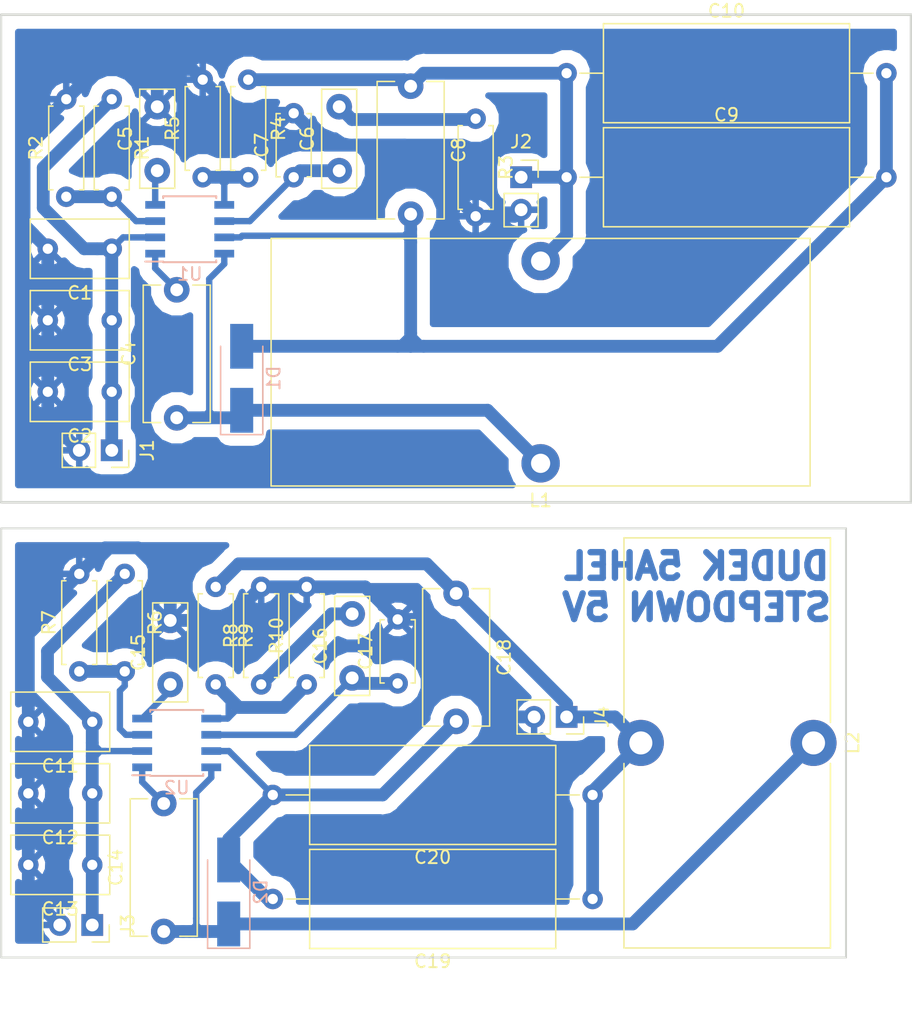
<source format=kicad_pcb>
(kicad_pcb (version 20171130) (host pcbnew "(5.0.0)")

  (general
    (thickness 1.6)
    (drawings 9)
    (tracks 202)
    (zones 0)
    (modules 40)
    (nets 22)
  )

  (page A4)
  (layers
    (0 F.Cu signal)
    (31 B.Cu signal)
    (32 B.Adhes user)
    (33 F.Adhes user)
    (34 B.Paste user)
    (35 F.Paste user)
    (36 B.SilkS user)
    (37 F.SilkS user)
    (38 B.Mask user)
    (39 F.Mask user)
    (40 Dwgs.User user)
    (41 Cmts.User user)
    (42 Eco1.User user)
    (43 Eco2.User user)
    (44 Edge.Cuts user)
    (45 Margin user)
    (46 B.CrtYd user)
    (47 F.CrtYd user)
    (48 B.Fab user)
    (49 F.Fab user)
  )

  (setup
    (last_trace_width 0.5)
    (trace_clearance 0.25)
    (zone_clearance 0.508)
    (zone_45_only no)
    (trace_min 0.2)
    (segment_width 0.2)
    (edge_width 0.15)
    (via_size 0.8)
    (via_drill 0.4)
    (via_min_size 0.4)
    (via_min_drill 0.3)
    (uvia_size 0.3)
    (uvia_drill 0.1)
    (uvias_allowed no)
    (uvia_min_size 0.2)
    (uvia_min_drill 0.1)
    (pcb_text_width 0.3)
    (pcb_text_size 1.5 1.5)
    (mod_edge_width 0.15)
    (mod_text_size 1 1)
    (mod_text_width 0.15)
    (pad_size 1.524 1.524)
    (pad_drill 0.762)
    (pad_to_mask_clearance 0.2)
    (aux_axis_origin 0 0)
    (visible_elements 7FFFFFFF)
    (pcbplotparams
      (layerselection 0x01000_fffffffe)
      (usegerberextensions false)
      (usegerberattributes false)
      (usegerberadvancedattributes false)
      (creategerberjobfile false)
      (excludeedgelayer true)
      (linewidth 0.100000)
      (plotframeref false)
      (viasonmask false)
      (mode 1)
      (useauxorigin false)
      (hpglpennumber 1)
      (hpglpenspeed 20)
      (hpglpendiameter 15.000000)
      (psnegative false)
      (psa4output false)
      (plotreference true)
      (plotvalue true)
      (plotinvisibletext false)
      (padsonsilk false)
      (subtractmaskfromsilk false)
      (outputformat 5)
      (mirror false)
      (drillshape 0)
      (scaleselection 1)
      (outputdirectory ""))
  )

  (net 0 "")
  (net 1 "Net-(C1-Pad1)")
  (net 2 GND)
  (net 3 "Net-(C4-Pad2)")
  (net 4 "Net-(C4-Pad1)")
  (net 5 "Net-(C5-Pad1)")
  (net 6 "Net-(C6-Pad1)")
  (net 7 "Net-(C6-Pad2)")
  (net 8 "Net-(C10-Pad1)")
  (net 9 "Net-(C10-Pad2)")
  (net 10 "Net-(R1-Pad2)")
  (net 11 "Net-(R4-Pad2)")
  (net 12 "Net-(C11-Pad1)")
  (net 13 "Net-(C14-Pad2)")
  (net 14 "Net-(C14-Pad1)")
  (net 15 "Net-(C15-Pad1)")
  (net 16 "Net-(C16-Pad2)")
  (net 17 "Net-(C16-Pad1)")
  (net 18 "Net-(C18-Pad1)")
  (net 19 "Net-(C18-Pad2)")
  (net 20 "Net-(R6-Pad2)")
  (net 21 "Net-(R10-Pad1)")

  (net_class Default "Dies ist die voreingestellte Netzklasse."
    (clearance 0.25)
    (trace_width 0.5)
    (via_dia 0.8)
    (via_drill 0.4)
    (uvia_dia 0.3)
    (uvia_drill 0.1)
    (add_net GND)
    (add_net "Net-(C1-Pad1)")
    (add_net "Net-(C10-Pad1)")
    (add_net "Net-(C10-Pad2)")
    (add_net "Net-(C11-Pad1)")
    (add_net "Net-(C14-Pad1)")
    (add_net "Net-(C14-Pad2)")
    (add_net "Net-(C15-Pad1)")
    (add_net "Net-(C16-Pad1)")
    (add_net "Net-(C16-Pad2)")
    (add_net "Net-(C18-Pad1)")
    (add_net "Net-(C18-Pad2)")
    (add_net "Net-(C4-Pad1)")
    (add_net "Net-(C4-Pad2)")
    (add_net "Net-(C5-Pad1)")
    (add_net "Net-(C6-Pad1)")
    (add_net "Net-(C6-Pad2)")
    (add_net "Net-(R1-Pad2)")
    (add_net "Net-(R10-Pad1)")
    (add_net "Net-(R4-Pad2)")
    (add_net "Net-(R6-Pad2)")
  )

  (module Resistor_THT:R_Axial_DIN0207_L6.3mm_D2.5mm_P7.62mm_Horizontal (layer F.Cu) (tedit 61935E77) (tstamp 6196C20E)
    (at 148.844 86.36 90)
    (descr "Resistor, Axial_DIN0207 series, Axial, Horizontal, pin pitch=7.62mm, 0.25W = 1/4W, length*diameter=6.3*2.5mm^2, http://cdn-reichelt.de/documents/datenblatt/B400/1_4W%23YAG.pdf")
    (tags "Resistor Axial_DIN0207 series Axial Horizontal pin pitch 7.62mm 0.25W = 1/4W length 6.3mm diameter 2.5mm")
    (path /618288CD)
    (fp_text reference R2 (at 3.81 -2.37 90) (layer F.SilkS)
      (effects (font (size 1 1) (thickness 0.15)))
    )
    (fp_text value 68.1k (at 3.81 2.37 90) (layer F.Fab)
      (effects (font (size 1 1) (thickness 0.15)))
    )
    (fp_text user %R (at 3.81 0 90) (layer F.Fab)
      (effects (font (size 1 1) (thickness 0.15)))
    )
    (fp_line (start 8.67 -1.5) (end -1.05 -1.5) (layer F.CrtYd) (width 0.05))
    (fp_line (start 8.67 1.5) (end 8.67 -1.5) (layer F.CrtYd) (width 0.05))
    (fp_line (start -1.05 1.5) (end 8.67 1.5) (layer F.CrtYd) (width 0.05))
    (fp_line (start -1.05 -1.5) (end -1.05 1.5) (layer F.CrtYd) (width 0.05))
    (fp_line (start 7.08 1.37) (end 7.08 1.04) (layer F.SilkS) (width 0.12))
    (fp_line (start 0.54 1.37) (end 7.08 1.37) (layer F.SilkS) (width 0.12))
    (fp_line (start 0.54 1.04) (end 0.54 1.37) (layer F.SilkS) (width 0.12))
    (fp_line (start 7.08 -1.37) (end 7.08 -1.04) (layer F.SilkS) (width 0.12))
    (fp_line (start 0.54 -1.37) (end 7.08 -1.37) (layer F.SilkS) (width 0.12))
    (fp_line (start 0.54 -1.04) (end 0.54 -1.37) (layer F.SilkS) (width 0.12))
    (fp_line (start 7.62 0) (end 6.96 0) (layer F.Fab) (width 0.1))
    (fp_line (start 0 0) (end 0.66 0) (layer F.Fab) (width 0.1))
    (fp_line (start 6.96 -1.25) (end 0.66 -1.25) (layer F.Fab) (width 0.1))
    (fp_line (start 6.96 1.25) (end 6.96 -1.25) (layer F.Fab) (width 0.1))
    (fp_line (start 0.66 1.25) (end 6.96 1.25) (layer F.Fab) (width 0.1))
    (fp_line (start 0.66 -1.25) (end 0.66 1.25) (layer F.Fab) (width 0.1))
    (pad 2 thru_hole oval (at 7.62 0 90) (size 1.6 1.6) (drill 0.8) (layers *.Cu *.Mask)
      (net 2 GND))
    (pad 1 thru_hole circle (at 0 0 90) (size 1.6 1.6) (drill 0.8) (layers *.Cu *.Mask)
      (net 10 "Net-(R1-Pad2)"))
    (model ${KISYS3DMOD}/Resistor_THT.3dshapes/R_Axial_DIN0207_L6.3mm_D2.5mm_P7.62mm_Horizontal.wrl
      (at (xyz 0 0 0))
      (scale (xyz 1 1 1))
      (rotate (xyz 0 0 0))
    )
  )

  (module Resistor_THT:R_Axial_DIN0207_L6.3mm_D2.5mm_P7.62mm_Horizontal (layer F.Cu) (tedit 5AE5139B) (tstamp 6196C253)
    (at 159.512 84.836 90)
    (descr "Resistor, Axial_DIN0207 series, Axial, Horizontal, pin pitch=7.62mm, 0.25W = 1/4W, length*diameter=6.3*2.5mm^2, http://cdn-reichelt.de/documents/datenblatt/B400/1_4W%23YAG.pdf")
    (tags "Resistor Axial_DIN0207 series Axial Horizontal pin pitch 7.62mm 0.25W = 1/4W length 6.3mm diameter 2.5mm")
    (path /6182895B)
    (fp_text reference R5 (at 3.81 -2.37 90) (layer F.SilkS)
      (effects (font (size 1 1) (thickness 0.15)))
    )
    (fp_text value 3.24k (at 3.81 2.37 90) (layer F.Fab)
      (effects (font (size 1 1) (thickness 0.15)))
    )
    (fp_line (start 0.66 -1.25) (end 0.66 1.25) (layer F.Fab) (width 0.1))
    (fp_line (start 0.66 1.25) (end 6.96 1.25) (layer F.Fab) (width 0.1))
    (fp_line (start 6.96 1.25) (end 6.96 -1.25) (layer F.Fab) (width 0.1))
    (fp_line (start 6.96 -1.25) (end 0.66 -1.25) (layer F.Fab) (width 0.1))
    (fp_line (start 0 0) (end 0.66 0) (layer F.Fab) (width 0.1))
    (fp_line (start 7.62 0) (end 6.96 0) (layer F.Fab) (width 0.1))
    (fp_line (start 0.54 -1.04) (end 0.54 -1.37) (layer F.SilkS) (width 0.12))
    (fp_line (start 0.54 -1.37) (end 7.08 -1.37) (layer F.SilkS) (width 0.12))
    (fp_line (start 7.08 -1.37) (end 7.08 -1.04) (layer F.SilkS) (width 0.12))
    (fp_line (start 0.54 1.04) (end 0.54 1.37) (layer F.SilkS) (width 0.12))
    (fp_line (start 0.54 1.37) (end 7.08 1.37) (layer F.SilkS) (width 0.12))
    (fp_line (start 7.08 1.37) (end 7.08 1.04) (layer F.SilkS) (width 0.12))
    (fp_line (start -1.05 -1.5) (end -1.05 1.5) (layer F.CrtYd) (width 0.05))
    (fp_line (start -1.05 1.5) (end 8.67 1.5) (layer F.CrtYd) (width 0.05))
    (fp_line (start 8.67 1.5) (end 8.67 -1.5) (layer F.CrtYd) (width 0.05))
    (fp_line (start 8.67 -1.5) (end -1.05 -1.5) (layer F.CrtYd) (width 0.05))
    (fp_text user %R (at 3.646999 -0.289001 90) (layer F.Fab)
      (effects (font (size 1 1) (thickness 0.15)))
    )
    (pad 1 thru_hole circle (at 0 0 90) (size 1.6 1.6) (drill 0.8) (layers *.Cu *.Mask)
      (net 11 "Net-(R4-Pad2)"))
    (pad 2 thru_hole oval (at 7.62 0 90) (size 1.6 1.6) (drill 0.8) (layers *.Cu *.Mask)
      (net 2 GND))
    (model ${KISYS3DMOD}/Resistor_THT.3dshapes/R_Axial_DIN0207_L6.3mm_D2.5mm_P7.62mm_Horizontal.wrl
      (at (xyz 0 0 0))
      (scale (xyz 1 1 1))
      (rotate (xyz 0 0 0))
    )
  )

  (module Resistor_THT:R_Axial_DIN0207_L6.3mm_D2.5mm_P7.62mm_Horizontal (layer F.Cu) (tedit 5AE5139B) (tstamp 6196C23C)
    (at 163.068 77.216 270)
    (descr "Resistor, Axial_DIN0207 series, Axial, Horizontal, pin pitch=7.62mm, 0.25W = 1/4W, length*diameter=6.3*2.5mm^2, http://cdn-reichelt.de/documents/datenblatt/B400/1_4W%23YAG.pdf")
    (tags "Resistor Axial_DIN0207 series Axial Horizontal pin pitch 7.62mm 0.25W = 1/4W length 6.3mm diameter 2.5mm")
    (path /61828929)
    (fp_text reference R4 (at 3.81 -2.37 270) (layer F.SilkS)
      (effects (font (size 1 1) (thickness 0.15)))
    )
    (fp_text value 10.2k (at 3.81 2.37 270) (layer F.Fab)
      (effects (font (size 1 1) (thickness 0.15)))
    )
    (fp_text user %R (at 3.81 0 270) (layer F.Fab)
      (effects (font (size 1 1) (thickness 0.15)))
    )
    (fp_line (start 8.67 -1.5) (end -1.05 -1.5) (layer F.CrtYd) (width 0.05))
    (fp_line (start 8.67 1.5) (end 8.67 -1.5) (layer F.CrtYd) (width 0.05))
    (fp_line (start -1.05 1.5) (end 8.67 1.5) (layer F.CrtYd) (width 0.05))
    (fp_line (start -1.05 -1.5) (end -1.05 1.5) (layer F.CrtYd) (width 0.05))
    (fp_line (start 7.08 1.37) (end 7.08 1.04) (layer F.SilkS) (width 0.12))
    (fp_line (start 0.54 1.37) (end 7.08 1.37) (layer F.SilkS) (width 0.12))
    (fp_line (start 0.54 1.04) (end 0.54 1.37) (layer F.SilkS) (width 0.12))
    (fp_line (start 7.08 -1.37) (end 7.08 -1.04) (layer F.SilkS) (width 0.12))
    (fp_line (start 0.54 -1.37) (end 7.08 -1.37) (layer F.SilkS) (width 0.12))
    (fp_line (start 0.54 -1.04) (end 0.54 -1.37) (layer F.SilkS) (width 0.12))
    (fp_line (start 7.62 0) (end 6.96 0) (layer F.Fab) (width 0.1))
    (fp_line (start 0 0) (end 0.66 0) (layer F.Fab) (width 0.1))
    (fp_line (start 6.96 -1.25) (end 0.66 -1.25) (layer F.Fab) (width 0.1))
    (fp_line (start 6.96 1.25) (end 6.96 -1.25) (layer F.Fab) (width 0.1))
    (fp_line (start 0.66 1.25) (end 6.96 1.25) (layer F.Fab) (width 0.1))
    (fp_line (start 0.66 -1.25) (end 0.66 1.25) (layer F.Fab) (width 0.1))
    (pad 2 thru_hole oval (at 7.62 0 270) (size 1.6 1.6) (drill 0.8) (layers *.Cu *.Mask)
      (net 11 "Net-(R4-Pad2)"))
    (pad 1 thru_hole circle (at 0 0 270) (size 1.6 1.6) (drill 0.8) (layers *.Cu *.Mask)
      (net 8 "Net-(C10-Pad1)"))
    (model ${KISYS3DMOD}/Resistor_THT.3dshapes/R_Axial_DIN0207_L6.3mm_D2.5mm_P7.62mm_Horizontal.wrl
      (at (xyz 0 0 0))
      (scale (xyz 1 1 1))
      (rotate (xyz 0 0 0))
    )
  )

  (module Resistor_THT:R_Axial_DIN0207_L6.3mm_D2.5mm_P7.62mm_Horizontal (layer F.Cu) (tedit 5AE5139B) (tstamp 61936984)
    (at 180.848 80.264 270)
    (descr "Resistor, Axial_DIN0207 series, Axial, Horizontal, pin pitch=7.62mm, 0.25W = 1/4W, length*diameter=6.3*2.5mm^2, http://cdn-reichelt.de/documents/datenblatt/B400/1_4W%23YAG.pdf")
    (tags "Resistor Axial_DIN0207 series Axial Horizontal pin pitch 7.62mm 0.25W = 1/4W length 6.3mm diameter 2.5mm")
    (path /618288FB)
    (fp_text reference R3 (at 3.81 -2.37 270) (layer F.SilkS)
      (effects (font (size 1 1) (thickness 0.15)))
    )
    (fp_text value 29.4k (at 3.81 2.37 270) (layer F.Fab)
      (effects (font (size 1 1) (thickness 0.15)))
    )
    (fp_line (start 0.66 -1.25) (end 0.66 1.25) (layer F.Fab) (width 0.1))
    (fp_line (start 0.66 1.25) (end 6.96 1.25) (layer F.Fab) (width 0.1))
    (fp_line (start 6.96 1.25) (end 6.96 -1.25) (layer F.Fab) (width 0.1))
    (fp_line (start 6.96 -1.25) (end 0.66 -1.25) (layer F.Fab) (width 0.1))
    (fp_line (start 0 0) (end 0.66 0) (layer F.Fab) (width 0.1))
    (fp_line (start 7.62 0) (end 6.96 0) (layer F.Fab) (width 0.1))
    (fp_line (start 0.54 -1.04) (end 0.54 -1.37) (layer F.SilkS) (width 0.12))
    (fp_line (start 0.54 -1.37) (end 7.08 -1.37) (layer F.SilkS) (width 0.12))
    (fp_line (start 7.08 -1.37) (end 7.08 -1.04) (layer F.SilkS) (width 0.12))
    (fp_line (start 0.54 1.04) (end 0.54 1.37) (layer F.SilkS) (width 0.12))
    (fp_line (start 0.54 1.37) (end 7.08 1.37) (layer F.SilkS) (width 0.12))
    (fp_line (start 7.08 1.37) (end 7.08 1.04) (layer F.SilkS) (width 0.12))
    (fp_line (start -1.05 -1.5) (end -1.05 1.5) (layer F.CrtYd) (width 0.05))
    (fp_line (start -1.05 1.5) (end 8.67 1.5) (layer F.CrtYd) (width 0.05))
    (fp_line (start 8.67 1.5) (end 8.67 -1.5) (layer F.CrtYd) (width 0.05))
    (fp_line (start 8.67 -1.5) (end -1.05 -1.5) (layer F.CrtYd) (width 0.05))
    (fp_text user %R (at 3.81 0 270) (layer F.Fab)
      (effects (font (size 1 1) (thickness 0.15)))
    )
    (pad 1 thru_hole circle (at 0 0 270) (size 1.6 1.6) (drill 0.8) (layers *.Cu *.Mask)
      (net 7 "Net-(C6-Pad2)"))
    (pad 2 thru_hole oval (at 7.62 0 270) (size 1.6 1.6) (drill 0.8) (layers *.Cu *.Mask)
      (net 2 GND))
    (model ${KISYS3DMOD}/Resistor_THT.3dshapes/R_Axial_DIN0207_L6.3mm_D2.5mm_P7.62mm_Horizontal.wrl
      (at (xyz 0 0 0))
      (scale (xyz 1 1 1))
      (rotate (xyz 0 0 0))
    )
  )

  (module Diode_SMD:D_SMA_Handsoldering (layer B.Cu) (tedit 58643398) (tstamp 619FB66E)
    (at 162.56 100.544 90)
    (descr "Diode SMA (DO-214AC) Handsoldering")
    (tags "Diode SMA (DO-214AC) Handsoldering")
    (path /61828A32)
    (attr smd)
    (fp_text reference D1 (at 0 2.5 90) (layer B.SilkS)
      (effects (font (size 1 1) (thickness 0.15)) (justify mirror))
    )
    (fp_text value B340A (at 0 -2.6 90) (layer B.Fab)
      (effects (font (size 1 1) (thickness 0.15)) (justify mirror))
    )
    (fp_text user %R (at 0 2.5 90) (layer B.Fab)
      (effects (font (size 1 1) (thickness 0.15)) (justify mirror))
    )
    (fp_line (start -4.4 1.65) (end -4.4 -1.65) (layer B.SilkS) (width 0.12))
    (fp_line (start 2.3 -1.5) (end -2.3 -1.5) (layer B.Fab) (width 0.1))
    (fp_line (start -2.3 -1.5) (end -2.3 1.5) (layer B.Fab) (width 0.1))
    (fp_line (start 2.3 1.5) (end 2.3 -1.5) (layer B.Fab) (width 0.1))
    (fp_line (start 2.3 1.5) (end -2.3 1.5) (layer B.Fab) (width 0.1))
    (fp_line (start -4.5 1.75) (end 4.5 1.75) (layer B.CrtYd) (width 0.05))
    (fp_line (start 4.5 1.75) (end 4.5 -1.75) (layer B.CrtYd) (width 0.05))
    (fp_line (start 4.5 -1.75) (end -4.5 -1.75) (layer B.CrtYd) (width 0.05))
    (fp_line (start -4.5 -1.75) (end -4.5 1.75) (layer B.CrtYd) (width 0.05))
    (fp_line (start -0.64944 -0.00102) (end -1.55114 -0.00102) (layer B.Fab) (width 0.1))
    (fp_line (start 0.50118 -0.00102) (end 1.4994 -0.00102) (layer B.Fab) (width 0.1))
    (fp_line (start -0.64944 0.79908) (end -0.64944 -0.80112) (layer B.Fab) (width 0.1))
    (fp_line (start 0.50118 -0.75032) (end 0.50118 0.79908) (layer B.Fab) (width 0.1))
    (fp_line (start -0.64944 -0.00102) (end 0.50118 -0.75032) (layer B.Fab) (width 0.1))
    (fp_line (start -0.64944 -0.00102) (end 0.50118 0.79908) (layer B.Fab) (width 0.1))
    (fp_line (start -4.4 -1.65) (end 2.5 -1.65) (layer B.SilkS) (width 0.12))
    (fp_line (start -4.4 1.65) (end 2.5 1.65) (layer B.SilkS) (width 0.12))
    (pad 1 smd rect (at -2.5 0 90) (size 3.5 1.8) (layers B.Cu B.Paste B.Mask)
      (net 4 "Net-(C4-Pad1)"))
    (pad 2 smd rect (at 2.5 0 90) (size 3.5 1.8) (layers B.Cu B.Paste B.Mask)
      (net 9 "Net-(C10-Pad2)"))
    (model ${KISYS3DMOD}/Diode_SMD.3dshapes/D_SMA.wrl
      (at (xyz 0 0 0))
      (scale (xyz 1 1 1))
      (rotate (xyz 0 0 0))
    )
  )

  (module Package_SO:SOIC-8_3.9x4.9mm_P1.27mm (layer B.Cu) (tedit 5A02F2D3) (tstamp 6196C270)
    (at 158.496 88.9)
    (descr "8-Lead Plastic Small Outline (SN) - Narrow, 3.90 mm Body [SOIC] (see Microchip Packaging Specification 00000049BS.pdf)")
    (tags "SOIC 1.27")
    (path /61828433)
    (attr smd)
    (fp_text reference U1 (at 0 3.5) (layer B.SilkS)
      (effects (font (size 1 1) (thickness 0.15)) (justify mirror))
    )
    (fp_text value TPS54331 (at 0 -3.5) (layer B.Fab)
      (effects (font (size 1 1) (thickness 0.15)) (justify mirror))
    )
    (fp_text user %R (at 0.172999 1.709001) (layer B.Fab)
      (effects (font (size 1 1) (thickness 0.15)) (justify mirror))
    )
    (fp_line (start -0.95 2.45) (end 1.95 2.45) (layer B.Fab) (width 0.1))
    (fp_line (start 1.95 2.45) (end 1.95 -2.45) (layer B.Fab) (width 0.1))
    (fp_line (start 1.95 -2.45) (end -1.95 -2.45) (layer B.Fab) (width 0.1))
    (fp_line (start -1.95 -2.45) (end -1.95 1.45) (layer B.Fab) (width 0.1))
    (fp_line (start -1.95 1.45) (end -0.95 2.45) (layer B.Fab) (width 0.1))
    (fp_line (start -3.73 2.7) (end -3.73 -2.7) (layer B.CrtYd) (width 0.05))
    (fp_line (start 3.73 2.7) (end 3.73 -2.7) (layer B.CrtYd) (width 0.05))
    (fp_line (start -3.73 2.7) (end 3.73 2.7) (layer B.CrtYd) (width 0.05))
    (fp_line (start -3.73 -2.7) (end 3.73 -2.7) (layer B.CrtYd) (width 0.05))
    (fp_line (start -2.075 2.575) (end -2.075 2.525) (layer B.SilkS) (width 0.15))
    (fp_line (start 2.075 2.575) (end 2.075 2.43) (layer B.SilkS) (width 0.15))
    (fp_line (start 2.075 -2.575) (end 2.075 -2.43) (layer B.SilkS) (width 0.15))
    (fp_line (start -2.075 -2.575) (end -2.075 -2.43) (layer B.SilkS) (width 0.15))
    (fp_line (start -2.075 2.575) (end 2.075 2.575) (layer B.SilkS) (width 0.15))
    (fp_line (start -2.075 -2.575) (end 2.075 -2.575) (layer B.SilkS) (width 0.15))
    (fp_line (start -2.075 2.525) (end -3.475 2.525) (layer B.SilkS) (width 0.15))
    (pad 1 smd rect (at -2.7 1.905) (size 1.55 0.6) (layers B.Cu B.Paste B.Mask)
      (net 3 "Net-(C4-Pad2)"))
    (pad 2 smd rect (at -2.7 0.635) (size 1.55 0.6) (layers B.Cu B.Paste B.Mask)
      (net 1 "Net-(C1-Pad1)"))
    (pad 3 smd rect (at -2.7 -0.635) (size 1.55 0.6) (layers B.Cu B.Paste B.Mask)
      (net 10 "Net-(R1-Pad2)"))
    (pad 4 smd rect (at -2.7 -1.905) (size 1.55 0.6) (layers B.Cu B.Paste B.Mask)
      (net 5 "Net-(C5-Pad1)"))
    (pad 5 smd rect (at 2.7 -1.905) (size 1.55 0.6) (layers B.Cu B.Paste B.Mask)
      (net 11 "Net-(R4-Pad2)"))
    (pad 6 smd rect (at 2.7 -0.635) (size 1.55 0.6) (layers B.Cu B.Paste B.Mask)
      (net 6 "Net-(C6-Pad1)"))
    (pad 7 smd rect (at 2.7 0.635) (size 1.55 0.6) (layers B.Cu B.Paste B.Mask)
      (net 9 "Net-(C10-Pad2)"))
    (pad 8 smd rect (at 2.7 1.905) (size 1.55 0.6) (layers B.Cu B.Paste B.Mask)
      (net 4 "Net-(C4-Pad1)"))
    (model ${KISYS3DMOD}/Package_SO.3dshapes/SOIC-8_3.9x4.9mm_P1.27mm.wrl
      (at (xyz 0 0 0))
      (scale (xyz 1 1 1))
      (rotate (xyz 0 0 0))
    )
  )

  (module Connector_PinSocket_2.54mm:PinSocket_1x02_P2.54mm_Vertical (layer F.Cu) (tedit 5A19A420) (tstamp 6196C1C3)
    (at 184.404 84.836)
    (descr "Through hole straight socket strip, 1x02, 2.54mm pitch, single row (from Kicad 4.0.7), script generated")
    (tags "Through hole socket strip THT 1x02 2.54mm single row")
    (path /61828B33)
    (fp_text reference J2 (at 0 -2.77) (layer F.SilkS)
      (effects (font (size 1 1) (thickness 0.15)))
    )
    (fp_text value Conn_01x02_Female (at 0 5.31) (layer F.Fab)
      (effects (font (size 1 1) (thickness 0.15)))
    )
    (fp_text user %R (at 0 1.27 -270) (layer F.Fab)
      (effects (font (size 1 1) (thickness 0.15)))
    )
    (fp_line (start -1.8 4.3) (end -1.8 -1.8) (layer F.CrtYd) (width 0.05))
    (fp_line (start 1.75 4.3) (end -1.8 4.3) (layer F.CrtYd) (width 0.05))
    (fp_line (start 1.75 -1.8) (end 1.75 4.3) (layer F.CrtYd) (width 0.05))
    (fp_line (start -1.8 -1.8) (end 1.75 -1.8) (layer F.CrtYd) (width 0.05))
    (fp_line (start 0 -1.33) (end 1.33 -1.33) (layer F.SilkS) (width 0.12))
    (fp_line (start 1.33 -1.33) (end 1.33 0) (layer F.SilkS) (width 0.12))
    (fp_line (start 1.33 1.27) (end 1.33 3.87) (layer F.SilkS) (width 0.12))
    (fp_line (start -1.33 3.87) (end 1.33 3.87) (layer F.SilkS) (width 0.12))
    (fp_line (start -1.33 1.27) (end -1.33 3.87) (layer F.SilkS) (width 0.12))
    (fp_line (start -1.33 1.27) (end 1.33 1.27) (layer F.SilkS) (width 0.12))
    (fp_line (start -1.27 3.81) (end -1.27 -1.27) (layer F.Fab) (width 0.1))
    (fp_line (start 1.27 3.81) (end -1.27 3.81) (layer F.Fab) (width 0.1))
    (fp_line (start 1.27 -0.635) (end 1.27 3.81) (layer F.Fab) (width 0.1))
    (fp_line (start 0.635 -1.27) (end 1.27 -0.635) (layer F.Fab) (width 0.1))
    (fp_line (start -1.27 -1.27) (end 0.635 -1.27) (layer F.Fab) (width 0.1))
    (pad 2 thru_hole oval (at 0 2.54) (size 1.7 1.7) (drill 1) (layers *.Cu *.Mask)
      (net 2 GND))
    (pad 1 thru_hole rect (at 0 0) (size 1.7 1.7) (drill 1) (layers *.Cu *.Mask)
      (net 8 "Net-(C10-Pad1)"))
    (model ${KISYS3DMOD}/Connector_PinSocket_2.54mm.3dshapes/PinSocket_1x02_P2.54mm_Vertical.wrl
      (at (xyz 0 0 0))
      (scale (xyz 1 1 1))
      (rotate (xyz 0 0 0))
    )
  )

  (module Resistor_THT:R_Axial_DIN0207_L6.3mm_D2.5mm_P7.62mm_Horizontal (layer F.Cu) (tedit 5AE5139B) (tstamp 6196C1F7)
    (at 152.4 78.74 270)
    (descr "Resistor, Axial_DIN0207 series, Axial, Horizontal, pin pitch=7.62mm, 0.25W = 1/4W, length*diameter=6.3*2.5mm^2, http://cdn-reichelt.de/documents/datenblatt/B400/1_4W%23YAG.pdf")
    (tags "Resistor Axial_DIN0207 series Axial Horizontal pin pitch 7.62mm 0.25W = 1/4W length 6.3mm diameter 2.5mm")
    (path /61828885)
    (fp_text reference R1 (at 3.81 -2.37 270) (layer F.SilkS)
      (effects (font (size 1 1) (thickness 0.15)))
    )
    (fp_text value 332k (at 3.81 2.37 270) (layer F.Fab)
      (effects (font (size 1 1) (thickness 0.15)))
    )
    (fp_line (start 0.66 -1.25) (end 0.66 1.25) (layer F.Fab) (width 0.1))
    (fp_line (start 0.66 1.25) (end 6.96 1.25) (layer F.Fab) (width 0.1))
    (fp_line (start 6.96 1.25) (end 6.96 -1.25) (layer F.Fab) (width 0.1))
    (fp_line (start 6.96 -1.25) (end 0.66 -1.25) (layer F.Fab) (width 0.1))
    (fp_line (start 0 0) (end 0.66 0) (layer F.Fab) (width 0.1))
    (fp_line (start 7.62 0) (end 6.96 0) (layer F.Fab) (width 0.1))
    (fp_line (start 0.54 -1.04) (end 0.54 -1.37) (layer F.SilkS) (width 0.12))
    (fp_line (start 0.54 -1.37) (end 7.08 -1.37) (layer F.SilkS) (width 0.12))
    (fp_line (start 7.08 -1.37) (end 7.08 -1.04) (layer F.SilkS) (width 0.12))
    (fp_line (start 0.54 1.04) (end 0.54 1.37) (layer F.SilkS) (width 0.12))
    (fp_line (start 0.54 1.37) (end 7.08 1.37) (layer F.SilkS) (width 0.12))
    (fp_line (start 7.08 1.37) (end 7.08 1.04) (layer F.SilkS) (width 0.12))
    (fp_line (start -1.05 -1.5) (end -1.05 1.5) (layer F.CrtYd) (width 0.05))
    (fp_line (start -1.05 1.5) (end 8.67 1.5) (layer F.CrtYd) (width 0.05))
    (fp_line (start 8.67 1.5) (end 8.67 -1.5) (layer F.CrtYd) (width 0.05))
    (fp_line (start 8.67 -1.5) (end -1.05 -1.5) (layer F.CrtYd) (width 0.05))
    (fp_text user %R (at 3.81 0 270) (layer F.Fab)
      (effects (font (size 1 1) (thickness 0.15)))
    )
    (pad 1 thru_hole circle (at 0 0 270) (size 1.6 1.6) (drill 0.8) (layers *.Cu *.Mask)
      (net 1 "Net-(C1-Pad1)"))
    (pad 2 thru_hole oval (at 7.62 0 270) (size 1.6 1.6) (drill 0.8) (layers *.Cu *.Mask)
      (net 10 "Net-(R1-Pad2)"))
    (model ${KISYS3DMOD}/Resistor_THT.3dshapes/R_Axial_DIN0207_L6.3mm_D2.5mm_P7.62mm_Horizontal.wrl
      (at (xyz 0 0 0))
      (scale (xyz 1 1 1))
      (rotate (xyz 0 0 0))
    )
  )

  (module Connector_PinSocket_2.54mm:PinSocket_1x02_P2.54mm_Vertical (layer F.Cu) (tedit 5A19A420) (tstamp 6196E0D9)
    (at 152.4 106.172 270)
    (descr "Through hole straight socket strip, 1x02, 2.54mm pitch, single row (from Kicad 4.0.7), script generated")
    (tags "Through hole socket strip THT 1x02 2.54mm single row")
    (path /618284FA)
    (fp_text reference J1 (at 0 -2.77 270) (layer F.SilkS)
      (effects (font (size 1 1) (thickness 0.15)))
    )
    (fp_text value Conn_01x02_Female (at 0 5.31 270) (layer F.Fab)
      (effects (font (size 1 1) (thickness 0.15)))
    )
    (fp_line (start -1.27 -1.27) (end 0.635 -1.27) (layer F.Fab) (width 0.1))
    (fp_line (start 0.635 -1.27) (end 1.27 -0.635) (layer F.Fab) (width 0.1))
    (fp_line (start 1.27 -0.635) (end 1.27 3.81) (layer F.Fab) (width 0.1))
    (fp_line (start 1.27 3.81) (end -1.27 3.81) (layer F.Fab) (width 0.1))
    (fp_line (start -1.27 3.81) (end -1.27 -1.27) (layer F.Fab) (width 0.1))
    (fp_line (start -1.33 1.27) (end 1.33 1.27) (layer F.SilkS) (width 0.12))
    (fp_line (start -1.33 1.27) (end -1.33 3.87) (layer F.SilkS) (width 0.12))
    (fp_line (start -1.33 3.87) (end 1.33 3.87) (layer F.SilkS) (width 0.12))
    (fp_line (start 1.33 1.27) (end 1.33 3.87) (layer F.SilkS) (width 0.12))
    (fp_line (start 1.33 -1.33) (end 1.33 0) (layer F.SilkS) (width 0.12))
    (fp_line (start 0 -1.33) (end 1.33 -1.33) (layer F.SilkS) (width 0.12))
    (fp_line (start -1.8 -1.8) (end 1.75 -1.8) (layer F.CrtYd) (width 0.05))
    (fp_line (start 1.75 -1.8) (end 1.75 4.3) (layer F.CrtYd) (width 0.05))
    (fp_line (start 1.75 4.3) (end -1.8 4.3) (layer F.CrtYd) (width 0.05))
    (fp_line (start -1.8 4.3) (end -1.8 -1.8) (layer F.CrtYd) (width 0.05))
    (fp_text user %R (at 0 1.016) (layer F.Fab)
      (effects (font (size 1 1) (thickness 0.15)))
    )
    (pad 1 thru_hole rect (at 0 0 270) (size 1.7 1.7) (drill 1) (layers *.Cu *.Mask)
      (net 1 "Net-(C1-Pad1)"))
    (pad 2 thru_hole oval (at 0 2.54 270) (size 1.7 1.7) (drill 1) (layers *.Cu *.Mask)
      (net 2 GND))
    (model ${KISYS3DMOD}/Connector_PinSocket_2.54mm.3dshapes/PinSocket_1x02_P2.54mm_Vertical.wrl
      (at (xyz 0 0 0))
      (scale (xyz 1 1 1))
      (rotate (xyz 0 0 0))
    )
  )

  (module Inductor_THT:L_Toroid_Vertical_L41.9mm_W19.1mm_P15.80mm_Vishay_TJ7 (layer F.Cu) (tedit 5AE59B06) (tstamp 6196C1E0)
    (at 185.928 107.188 180)
    (descr "L_Toroid, Vertical series, Radial, pin pitch=15.80mm, , length*width=41.9*19.1mm^2, Vishay, TJ7, http://www.vishay.com/docs/34079/tj.pdf")
    (tags "L_Toroid Vertical series Radial pin pitch 15.80mm  length 41.9mm width 19.1mm Vishay TJ7")
    (path /61828AE7)
    (fp_text reference L1 (at 0 -2.9 180) (layer F.SilkS)
      (effects (font (size 1 1) (thickness 0.15)))
    )
    (fp_text value 22µH (at 0 18.7 180) (layer F.Fab)
      (effects (font (size 1 1) (thickness 0.15)))
    )
    (fp_line (start -20.95 -1.65) (end -20.95 17.45) (layer F.Fab) (width 0.1))
    (fp_line (start -20.95 17.45) (end 20.95 17.45) (layer F.Fab) (width 0.1))
    (fp_line (start 20.95 17.45) (end 20.95 -1.65) (layer F.Fab) (width 0.1))
    (fp_line (start 20.95 -1.65) (end -20.95 -1.65) (layer F.Fab) (width 0.1))
    (fp_line (start -20.95 -1.65) (end -18.855 17.45) (layer F.Fab) (width 0.1))
    (fp_line (start -16.76 -1.65) (end -14.665 17.45) (layer F.Fab) (width 0.1))
    (fp_line (start -12.57 -1.65) (end -10.475 17.45) (layer F.Fab) (width 0.1))
    (fp_line (start -8.38 -1.65) (end -6.285 17.45) (layer F.Fab) (width 0.1))
    (fp_line (start -4.19 -1.65) (end -2.095 17.45) (layer F.Fab) (width 0.1))
    (fp_line (start 0 -1.65) (end 2.095 17.45) (layer F.Fab) (width 0.1))
    (fp_line (start 4.19 -1.65) (end 6.285 17.45) (layer F.Fab) (width 0.1))
    (fp_line (start 8.38 -1.65) (end 10.475 17.45) (layer F.Fab) (width 0.1))
    (fp_line (start 12.57 -1.65) (end 14.665 17.45) (layer F.Fab) (width 0.1))
    (fp_line (start 16.76 -1.65) (end 18.855 17.45) (layer F.Fab) (width 0.1))
    (fp_line (start -21.07 -1.77) (end 21.07 -1.77) (layer F.SilkS) (width 0.12))
    (fp_line (start -21.07 17.57) (end 21.07 17.57) (layer F.SilkS) (width 0.12))
    (fp_line (start -21.07 -1.77) (end -21.07 17.57) (layer F.SilkS) (width 0.12))
    (fp_line (start 21.07 -1.77) (end 21.07 17.57) (layer F.SilkS) (width 0.12))
    (fp_line (start -21.2 -1.91) (end -21.2 17.71) (layer F.CrtYd) (width 0.05))
    (fp_line (start -21.2 17.71) (end 21.2 17.71) (layer F.CrtYd) (width 0.05))
    (fp_line (start 21.2 17.71) (end 21.2 -1.91) (layer F.CrtYd) (width 0.05))
    (fp_line (start 21.2 -1.91) (end -21.2 -1.91) (layer F.CrtYd) (width 0.05))
    (fp_text user %R (at 7.9 0 180) (layer F.Fab)
      (effects (font (size 1 1) (thickness 0.15)))
    )
    (pad 1 thru_hole circle (at 0 0 180) (size 3 3) (drill 1.5) (layers *.Cu *.Mask)
      (net 4 "Net-(C4-Pad1)"))
    (pad 2 thru_hole circle (at 0 15.8 180) (size 3 3) (drill 1.5) (layers *.Cu *.Mask)
      (net 8 "Net-(C10-Pad1)"))
    (model ${KISYS3DMOD}/Inductor_THT.3dshapes/L_Toroid_Vertical_L41.9mm_W19.1mm_P15.80mm_Vishay_TJ7.wrl
      (at (xyz 0 0 0))
      (scale (xyz 1 1 1))
      (rotate (xyz 0 0 0))
    )
  )

  (module Capacitor_THT:C_Axial_L19.0mm_D7.5mm_P25.00mm_Horizontal (layer F.Cu) (tedit 5AE50EF0) (tstamp 6196C168)
    (at 187.96 84.836)
    (descr "C, Axial series, Axial, Horizontal, pin pitch=25mm, , length*diameter=19*7.5mm^2, http://cdn-reichelt.de/documents/datenblatt/B300/STYROFLEX.pdf")
    (tags "C Axial series Axial Horizontal pin pitch 25mm  length 19mm diameter 7.5mm")
    (path /618287EE)
    (fp_text reference C9 (at 12.5 -4.87) (layer F.SilkS)
      (effects (font (size 1 1) (thickness 0.15)))
    )
    (fp_text value 47µF (at 12.5 4.87) (layer F.Fab)
      (effects (font (size 1 1) (thickness 0.15)))
    )
    (fp_text user %R (at 12.5 0) (layer F.Fab)
      (effects (font (size 1 1) (thickness 0.15)))
    )
    (fp_line (start 26.05 -4) (end -1.05 -4) (layer F.CrtYd) (width 0.05))
    (fp_line (start 26.05 4) (end 26.05 -4) (layer F.CrtYd) (width 0.05))
    (fp_line (start -1.05 4) (end 26.05 4) (layer F.CrtYd) (width 0.05))
    (fp_line (start -1.05 -4) (end -1.05 4) (layer F.CrtYd) (width 0.05))
    (fp_line (start 23.96 0) (end 22.12 0) (layer F.SilkS) (width 0.12))
    (fp_line (start 1.04 0) (end 2.88 0) (layer F.SilkS) (width 0.12))
    (fp_line (start 22.12 -3.87) (end 2.88 -3.87) (layer F.SilkS) (width 0.12))
    (fp_line (start 22.12 3.87) (end 22.12 -3.87) (layer F.SilkS) (width 0.12))
    (fp_line (start 2.88 3.87) (end 22.12 3.87) (layer F.SilkS) (width 0.12))
    (fp_line (start 2.88 -3.87) (end 2.88 3.87) (layer F.SilkS) (width 0.12))
    (fp_line (start 25 0) (end 22 0) (layer F.Fab) (width 0.1))
    (fp_line (start 0 0) (end 3 0) (layer F.Fab) (width 0.1))
    (fp_line (start 22 -3.75) (end 3 -3.75) (layer F.Fab) (width 0.1))
    (fp_line (start 22 3.75) (end 22 -3.75) (layer F.Fab) (width 0.1))
    (fp_line (start 3 3.75) (end 22 3.75) (layer F.Fab) (width 0.1))
    (fp_line (start 3 -3.75) (end 3 3.75) (layer F.Fab) (width 0.1))
    (pad 2 thru_hole oval (at 25 0) (size 1.6 1.6) (drill 0.8) (layers *.Cu *.Mask)
      (net 9 "Net-(C10-Pad2)"))
    (pad 1 thru_hole circle (at 0 0) (size 1.6 1.6) (drill 0.8) (layers *.Cu *.Mask)
      (net 8 "Net-(C10-Pad1)"))
    (model ${KISYS3DMOD}/Capacitor_THT.3dshapes/C_Axial_L19.0mm_D7.5mm_P25.00mm_Horizontal.wrl
      (at (xyz 0 0 0))
      (scale (xyz 1 1 1))
      (rotate (xyz 0 0 0))
    )
  )

  (module Capacitor_THT:C_Disc_D7.5mm_W2.5mm_P5.00mm (layer F.Cu) (tedit 5AE50EF0) (tstamp 6196C114)
    (at 155.956 84.328 90)
    (descr "C, Disc series, Radial, pin pitch=5.00mm, , diameter*width=7.5*2.5mm^2, Capacitor, http://www.vishay.com/docs/28535/vy2series.pdf")
    (tags "C Disc series Radial pin pitch 5.00mm  diameter 7.5mm width 2.5mm Capacitor")
    (path /6182875A)
    (fp_text reference C5 (at 2.5 -2.5 90) (layer F.SilkS)
      (effects (font (size 1 1) (thickness 0.15)))
    )
    (fp_text value 0.01µF (at 2.5 2.5 90) (layer F.Fab)
      (effects (font (size 1 1) (thickness 0.15)))
    )
    (fp_text user %R (at 2.54 0 90) (layer F.Fab)
      (effects (font (size 1 1) (thickness 0.15)))
    )
    (fp_line (start 6.5 -1.5) (end -1.5 -1.5) (layer F.CrtYd) (width 0.05))
    (fp_line (start 6.5 1.5) (end 6.5 -1.5) (layer F.CrtYd) (width 0.05))
    (fp_line (start -1.5 1.5) (end 6.5 1.5) (layer F.CrtYd) (width 0.05))
    (fp_line (start -1.5 -1.5) (end -1.5 1.5) (layer F.CrtYd) (width 0.05))
    (fp_line (start 6.37 -1.37) (end 6.37 1.37) (layer F.SilkS) (width 0.12))
    (fp_line (start -1.37 -1.37) (end -1.37 1.37) (layer F.SilkS) (width 0.12))
    (fp_line (start -1.37 1.37) (end 6.37 1.37) (layer F.SilkS) (width 0.12))
    (fp_line (start -1.37 -1.37) (end 6.37 -1.37) (layer F.SilkS) (width 0.12))
    (fp_line (start 6.25 -1.25) (end -1.25 -1.25) (layer F.Fab) (width 0.1))
    (fp_line (start 6.25 1.25) (end 6.25 -1.25) (layer F.Fab) (width 0.1))
    (fp_line (start -1.25 1.25) (end 6.25 1.25) (layer F.Fab) (width 0.1))
    (fp_line (start -1.25 -1.25) (end -1.25 1.25) (layer F.Fab) (width 0.1))
    (pad 2 thru_hole circle (at 5 0 90) (size 2 2) (drill 1) (layers *.Cu *.Mask)
      (net 2 GND))
    (pad 1 thru_hole circle (at 0 0 90) (size 2 2) (drill 1) (layers *.Cu *.Mask)
      (net 5 "Net-(C5-Pad1)"))
    (model ${KISYS3DMOD}/Capacitor_THT.3dshapes/C_Disc_D7.5mm_W2.5mm_P5.00mm.wrl
      (at (xyz 0 0 0))
      (scale (xyz 1 1 1))
      (rotate (xyz 0 0 0))
    )
  )

  (module Capacitor_THT:C_Disc_D7.5mm_W4.4mm_P5.00mm (layer F.Cu) (tedit 5AE50EF0) (tstamp 6196C0EC)
    (at 152.4 96.012 180)
    (descr "C, Disc series, Radial, pin pitch=5.00mm, , diameter*width=7.5*4.4mm^2, Capacitor")
    (tags "C Disc series Radial pin pitch 5.00mm  diameter 7.5mm width 4.4mm Capacitor")
    (path /6182873A)
    (fp_text reference C3 (at 2.5 -3.45 180) (layer F.SilkS)
      (effects (font (size 1 1) (thickness 0.15)))
    )
    (fp_text value 4.7µF (at 2.5 3.45 180) (layer F.Fab)
      (effects (font (size 1 1) (thickness 0.15)))
    )
    (fp_line (start -1.25 -2.2) (end -1.25 2.2) (layer F.Fab) (width 0.1))
    (fp_line (start -1.25 2.2) (end 6.25 2.2) (layer F.Fab) (width 0.1))
    (fp_line (start 6.25 2.2) (end 6.25 -2.2) (layer F.Fab) (width 0.1))
    (fp_line (start 6.25 -2.2) (end -1.25 -2.2) (layer F.Fab) (width 0.1))
    (fp_line (start -1.37 -2.321) (end 6.37 -2.321) (layer F.SilkS) (width 0.12))
    (fp_line (start -1.37 2.321) (end 6.37 2.321) (layer F.SilkS) (width 0.12))
    (fp_line (start -1.37 -2.321) (end -1.37 2.321) (layer F.SilkS) (width 0.12))
    (fp_line (start 6.37 -2.321) (end 6.37 2.321) (layer F.SilkS) (width 0.12))
    (fp_line (start -1.5 -2.45) (end -1.5 2.45) (layer F.CrtYd) (width 0.05))
    (fp_line (start -1.5 2.45) (end 6.5 2.45) (layer F.CrtYd) (width 0.05))
    (fp_line (start 6.5 2.45) (end 6.5 -2.45) (layer F.CrtYd) (width 0.05))
    (fp_line (start 6.5 -2.45) (end -1.5 -2.45) (layer F.CrtYd) (width 0.05))
    (fp_text user %R (at 2.5 0 180) (layer F.Fab)
      (effects (font (size 1 1) (thickness 0.15)))
    )
    (pad 1 thru_hole circle (at 0 0 180) (size 1.6 1.6) (drill 0.8) (layers *.Cu *.Mask)
      (net 1 "Net-(C1-Pad1)"))
    (pad 2 thru_hole circle (at 5 0 180) (size 1.6 1.6) (drill 0.8) (layers *.Cu *.Mask)
      (net 2 GND))
    (model ${KISYS3DMOD}/Capacitor_THT.3dshapes/C_Disc_D7.5mm_W4.4mm_P5.00mm.wrl
      (at (xyz 0 0 0))
      (scale (xyz 1 1 1))
      (rotate (xyz 0 0 0))
    )
  )

  (module Capacitor_THT:C_Disc_D7.5mm_W2.5mm_P5.00mm (layer F.Cu) (tedit 5AE50EF0) (tstamp 6196C127)
    (at 170.18 84.328 90)
    (descr "C, Disc series, Radial, pin pitch=5.00mm, , diameter*width=7.5*2.5mm^2, Capacitor, http://www.vishay.com/docs/28535/vy2series.pdf")
    (tags "C Disc series Radial pin pitch 5.00mm  diameter 7.5mm width 2.5mm Capacitor")
    (path /6182879E)
    (fp_text reference C6 (at 2.5 -2.5 90) (layer F.SilkS)
      (effects (font (size 1 1) (thickness 0.15)))
    )
    (fp_text value 1000pF (at 2.5 2.5 90) (layer F.Fab)
      (effects (font (size 1 1) (thickness 0.15)))
    )
    (fp_line (start -1.25 -1.25) (end -1.25 1.25) (layer F.Fab) (width 0.1))
    (fp_line (start -1.25 1.25) (end 6.25 1.25) (layer F.Fab) (width 0.1))
    (fp_line (start 6.25 1.25) (end 6.25 -1.25) (layer F.Fab) (width 0.1))
    (fp_line (start 6.25 -1.25) (end -1.25 -1.25) (layer F.Fab) (width 0.1))
    (fp_line (start -1.37 -1.37) (end 6.37 -1.37) (layer F.SilkS) (width 0.12))
    (fp_line (start -1.37 1.37) (end 6.37 1.37) (layer F.SilkS) (width 0.12))
    (fp_line (start -1.37 -1.37) (end -1.37 1.37) (layer F.SilkS) (width 0.12))
    (fp_line (start 6.37 -1.37) (end 6.37 1.37) (layer F.SilkS) (width 0.12))
    (fp_line (start -1.5 -1.5) (end -1.5 1.5) (layer F.CrtYd) (width 0.05))
    (fp_line (start -1.5 1.5) (end 6.5 1.5) (layer F.CrtYd) (width 0.05))
    (fp_line (start 6.5 1.5) (end 6.5 -1.5) (layer F.CrtYd) (width 0.05))
    (fp_line (start 6.5 -1.5) (end -1.5 -1.5) (layer F.CrtYd) (width 0.05))
    (fp_text user %R (at 2.5 0 90) (layer F.Fab)
      (effects (font (size 1 1) (thickness 0.15)))
    )
    (pad 1 thru_hole circle (at 0 0 90) (size 2 2) (drill 1) (layers *.Cu *.Mask)
      (net 6 "Net-(C6-Pad1)"))
    (pad 2 thru_hole circle (at 5 0 90) (size 2 2) (drill 1) (layers *.Cu *.Mask)
      (net 7 "Net-(C6-Pad2)"))
    (model ${KISYS3DMOD}/Capacitor_THT.3dshapes/C_Disc_D7.5mm_W2.5mm_P5.00mm.wrl
      (at (xyz 0 0 0))
      (scale (xyz 1 1 1))
      (rotate (xyz 0 0 0))
    )
  )

  (module Capacitor_THT:C_Disc_D7.5mm_W4.4mm_P5.00mm (layer F.Cu) (tedit 5AE50EF0) (tstamp 6196C0C6)
    (at 152.4 90.424 180)
    (descr "C, Disc series, Radial, pin pitch=5.00mm, , diameter*width=7.5*4.4mm^2, Capacitor")
    (tags "C Disc series Radial pin pitch 5.00mm  diameter 7.5mm width 4.4mm Capacitor")
    (path /618286B4)
    (fp_text reference C1 (at 2.5 -3.45 180) (layer F.SilkS)
      (effects (font (size 1 1) (thickness 0.15)))
    )
    (fp_text value 4.7µF (at 2.5 3.45 180) (layer F.Fab)
      (effects (font (size 1 1) (thickness 0.15)))
    )
    (fp_line (start -1.25 -2.2) (end -1.25 2.2) (layer F.Fab) (width 0.1))
    (fp_line (start -1.25 2.2) (end 6.25 2.2) (layer F.Fab) (width 0.1))
    (fp_line (start 6.25 2.2) (end 6.25 -2.2) (layer F.Fab) (width 0.1))
    (fp_line (start 6.25 -2.2) (end -1.25 -2.2) (layer F.Fab) (width 0.1))
    (fp_line (start -1.37 -2.321) (end 6.37 -2.321) (layer F.SilkS) (width 0.12))
    (fp_line (start -1.37 2.321) (end 6.37 2.321) (layer F.SilkS) (width 0.12))
    (fp_line (start -1.37 -2.321) (end -1.37 2.321) (layer F.SilkS) (width 0.12))
    (fp_line (start 6.37 -2.321) (end 6.37 2.321) (layer F.SilkS) (width 0.12))
    (fp_line (start -1.5 -2.45) (end -1.5 2.45) (layer F.CrtYd) (width 0.05))
    (fp_line (start -1.5 2.45) (end 6.5 2.45) (layer F.CrtYd) (width 0.05))
    (fp_line (start 6.5 2.45) (end 6.5 -2.45) (layer F.CrtYd) (width 0.05))
    (fp_line (start 6.5 -2.45) (end -1.5 -2.45) (layer F.CrtYd) (width 0.05))
    (fp_text user %R (at 2.5 0 180) (layer F.Fab)
      (effects (font (size 1 1) (thickness 0.15)))
    )
    (pad 1 thru_hole circle (at 0 0 180) (size 1.6 1.6) (drill 0.8) (layers *.Cu *.Mask)
      (net 1 "Net-(C1-Pad1)"))
    (pad 2 thru_hole circle (at 5 0 180) (size 1.6 1.6) (drill 0.8) (layers *.Cu *.Mask)
      (net 2 GND))
    (model ${KISYS3DMOD}/Capacitor_THT.3dshapes/C_Disc_D7.5mm_W4.4mm_P5.00mm.wrl
      (at (xyz 0 0 0))
      (scale (xyz 1 1 1))
      (rotate (xyz 0 0 0))
    )
  )

  (module Capacitor_THT:C_Disc_D4.7mm_W2.5mm_P5.00mm (layer F.Cu) (tedit 5AE50EF0) (tstamp 6196C13C)
    (at 166.624 84.836 90)
    (descr "C, Disc series, Radial, pin pitch=5.00mm, , diameter*width=4.7*2.5mm^2, Capacitor, http://www.vishay.com/docs/45233/krseries.pdf")
    (tags "C Disc series Radial pin pitch 5.00mm  diameter 4.7mm width 2.5mm Capacitor")
    (path /618287C0)
    (fp_text reference C7 (at 2.5 -2.5 90) (layer F.SilkS)
      (effects (font (size 1 1) (thickness 0.15)))
    )
    (fp_text value 47pF (at 2.5 2.5 90) (layer F.Fab)
      (effects (font (size 1 1) (thickness 0.15)))
    )
    (fp_line (start 0.15 -1.25) (end 0.15 1.25) (layer F.Fab) (width 0.1))
    (fp_line (start 0.15 1.25) (end 4.85 1.25) (layer F.Fab) (width 0.1))
    (fp_line (start 4.85 1.25) (end 4.85 -1.25) (layer F.Fab) (width 0.1))
    (fp_line (start 4.85 -1.25) (end 0.15 -1.25) (layer F.Fab) (width 0.1))
    (fp_line (start 0.03 -1.37) (end 4.97 -1.37) (layer F.SilkS) (width 0.12))
    (fp_line (start 0.03 1.37) (end 4.97 1.37) (layer F.SilkS) (width 0.12))
    (fp_line (start 0.03 -1.37) (end 0.03 -1.055) (layer F.SilkS) (width 0.12))
    (fp_line (start 0.03 1.055) (end 0.03 1.37) (layer F.SilkS) (width 0.12))
    (fp_line (start 4.97 -1.37) (end 4.97 -1.055) (layer F.SilkS) (width 0.12))
    (fp_line (start 4.97 1.055) (end 4.97 1.37) (layer F.SilkS) (width 0.12))
    (fp_line (start -1.05 -1.5) (end -1.05 1.5) (layer F.CrtYd) (width 0.05))
    (fp_line (start -1.05 1.5) (end 6.05 1.5) (layer F.CrtYd) (width 0.05))
    (fp_line (start 6.05 1.5) (end 6.05 -1.5) (layer F.CrtYd) (width 0.05))
    (fp_line (start 6.05 -1.5) (end -1.05 -1.5) (layer F.CrtYd) (width 0.05))
    (fp_text user %R (at 2.5 0 90) (layer F.Fab)
      (effects (font (size 0.94 0.94) (thickness 0.141)))
    )
    (pad 1 thru_hole circle (at 0 0 90) (size 1.6 1.6) (drill 0.8) (layers *.Cu *.Mask)
      (net 6 "Net-(C6-Pad1)"))
    (pad 2 thru_hole circle (at 5 0 90) (size 1.6 1.6) (drill 0.8) (layers *.Cu *.Mask)
      (net 2 GND))
    (model ${KISYS3DMOD}/Capacitor_THT.3dshapes/C_Disc_D4.7mm_W2.5mm_P5.00mm.wrl
      (at (xyz 0 0 0))
      (scale (xyz 1 1 1))
      (rotate (xyz 0 0 0))
    )
  )

  (module Capacitor_THT:C_Disc_D10.5mm_W5.0mm_P10.00mm (layer F.Cu) (tedit 5AE50EF0) (tstamp 619362B6)
    (at 157.48 103.632 90)
    (descr "C, Disc series, Radial, pin pitch=10.00mm, , diameter*width=10.5*5.0mm^2, Capacitor, http://www.vishay.com/docs/28535/vy2series.pdf")
    (tags "C Disc series Radial pin pitch 10.00mm  diameter 10.5mm width 5.0mm Capacitor")
    (path /6182877E)
    (fp_text reference C4 (at 5 -3.75 90) (layer F.SilkS)
      (effects (font (size 1 1) (thickness 0.15)))
    )
    (fp_text value 0.1µF (at 5 3.75 90) (layer F.Fab)
      (effects (font (size 1 1) (thickness 0.15)))
    )
    (fp_text user %R (at 5 0 90) (layer F.Fab)
      (effects (font (size 1 1) (thickness 0.15)))
    )
    (fp_line (start 11.25 -2.75) (end -1.25 -2.75) (layer F.CrtYd) (width 0.05))
    (fp_line (start 11.25 2.75) (end 11.25 -2.75) (layer F.CrtYd) (width 0.05))
    (fp_line (start -1.25 2.75) (end 11.25 2.75) (layer F.CrtYd) (width 0.05))
    (fp_line (start -1.25 -2.75) (end -1.25 2.75) (layer F.CrtYd) (width 0.05))
    (fp_line (start 10.37 1.256) (end 10.37 2.62) (layer F.SilkS) (width 0.12))
    (fp_line (start 10.37 -2.62) (end 10.37 -1.256) (layer F.SilkS) (width 0.12))
    (fp_line (start -0.37 1.256) (end -0.37 2.62) (layer F.SilkS) (width 0.12))
    (fp_line (start -0.37 -2.62) (end -0.37 -1.256) (layer F.SilkS) (width 0.12))
    (fp_line (start -0.37 2.62) (end 10.37 2.62) (layer F.SilkS) (width 0.12))
    (fp_line (start -0.37 -2.62) (end 10.37 -2.62) (layer F.SilkS) (width 0.12))
    (fp_line (start 10.25 -2.5) (end -0.25 -2.5) (layer F.Fab) (width 0.1))
    (fp_line (start 10.25 2.5) (end 10.25 -2.5) (layer F.Fab) (width 0.1))
    (fp_line (start -0.25 2.5) (end 10.25 2.5) (layer F.Fab) (width 0.1))
    (fp_line (start -0.25 -2.5) (end -0.25 2.5) (layer F.Fab) (width 0.1))
    (pad 2 thru_hole circle (at 10 0 90) (size 2 2) (drill 1) (layers *.Cu *.Mask)
      (net 3 "Net-(C4-Pad2)"))
    (pad 1 thru_hole circle (at 0 0 90) (size 2 2) (drill 1) (layers *.Cu *.Mask)
      (net 4 "Net-(C4-Pad1)"))
    (model ${KISYS3DMOD}/Capacitor_THT.3dshapes/C_Disc_D10.5mm_W5.0mm_P10.00mm.wrl
      (at (xyz 0 0 0))
      (scale (xyz 1 1 1))
      (rotate (xyz 0 0 0))
    )
  )

  (module Capacitor_THT:C_Disc_D10.5mm_W5.0mm_P10.00mm (layer F.Cu) (tedit 5AE50EF0) (tstamp 6196C151)
    (at 175.768 77.724 270)
    (descr "C, Disc series, Radial, pin pitch=10.00mm, , diameter*width=10.5*5.0mm^2, Capacitor, http://www.vishay.com/docs/28535/vy2series.pdf")
    (tags "C Disc series Radial pin pitch 10.00mm  diameter 10.5mm width 5.0mm Capacitor")
    (path /61829F90)
    (fp_text reference C8 (at 5 -3.75 270) (layer F.SilkS)
      (effects (font (size 1 1) (thickness 0.15)))
    )
    (fp_text value 0.1µF (at 5 3.75 270) (layer F.Fab)
      (effects (font (size 1 1) (thickness 0.15)))
    )
    (fp_line (start -0.25 -2.5) (end -0.25 2.5) (layer F.Fab) (width 0.1))
    (fp_line (start -0.25 2.5) (end 10.25 2.5) (layer F.Fab) (width 0.1))
    (fp_line (start 10.25 2.5) (end 10.25 -2.5) (layer F.Fab) (width 0.1))
    (fp_line (start 10.25 -2.5) (end -0.25 -2.5) (layer F.Fab) (width 0.1))
    (fp_line (start -0.37 -2.62) (end 10.37 -2.62) (layer F.SilkS) (width 0.12))
    (fp_line (start -0.37 2.62) (end 10.37 2.62) (layer F.SilkS) (width 0.12))
    (fp_line (start -0.37 -2.62) (end -0.37 -1.256) (layer F.SilkS) (width 0.12))
    (fp_line (start -0.37 1.256) (end -0.37 2.62) (layer F.SilkS) (width 0.12))
    (fp_line (start 10.37 -2.62) (end 10.37 -1.256) (layer F.SilkS) (width 0.12))
    (fp_line (start 10.37 1.256) (end 10.37 2.62) (layer F.SilkS) (width 0.12))
    (fp_line (start -1.25 -2.75) (end -1.25 2.75) (layer F.CrtYd) (width 0.05))
    (fp_line (start -1.25 2.75) (end 11.25 2.75) (layer F.CrtYd) (width 0.05))
    (fp_line (start 11.25 2.75) (end 11.25 -2.75) (layer F.CrtYd) (width 0.05))
    (fp_line (start 11.25 -2.75) (end -1.25 -2.75) (layer F.CrtYd) (width 0.05))
    (fp_text user %R (at 5.588 0.508 270) (layer F.Fab)
      (effects (font (size 1 1) (thickness 0.15)))
    )
    (pad 1 thru_hole circle (at 0 0 270) (size 2 2) (drill 1) (layers *.Cu *.Mask)
      (net 8 "Net-(C10-Pad1)"))
    (pad 2 thru_hole circle (at 10 0 270) (size 2 2) (drill 1) (layers *.Cu *.Mask)
      (net 9 "Net-(C10-Pad2)"))
    (model ${KISYS3DMOD}/Capacitor_THT.3dshapes/C_Disc_D10.5mm_W5.0mm_P10.00mm.wrl
      (at (xyz 0 0 0))
      (scale (xyz 1 1 1))
      (rotate (xyz 0 0 0))
    )
  )

  (module Capacitor_THT:C_Disc_D7.5mm_W4.4mm_P5.00mm (layer F.Cu) (tedit 5AE50EF0) (tstamp 6196C0D9)
    (at 152.4 101.6 180)
    (descr "C, Disc series, Radial, pin pitch=5.00mm, , diameter*width=7.5*4.4mm^2, Capacitor")
    (tags "C Disc series Radial pin pitch 5.00mm  diameter 7.5mm width 4.4mm Capacitor")
    (path /61828700)
    (fp_text reference C2 (at 2.5 -3.45 180) (layer F.SilkS)
      (effects (font (size 1 1) (thickness 0.15)))
    )
    (fp_text value 4.7µF (at 2.5 3.45 180) (layer F.Fab)
      (effects (font (size 1 1) (thickness 0.15)))
    )
    (fp_text user %R (at 2.5 0 180) (layer F.Fab)
      (effects (font (size 1 1) (thickness 0.15)))
    )
    (fp_line (start 6.5 -2.45) (end -1.5 -2.45) (layer F.CrtYd) (width 0.05))
    (fp_line (start 6.5 2.45) (end 6.5 -2.45) (layer F.CrtYd) (width 0.05))
    (fp_line (start -1.5 2.45) (end 6.5 2.45) (layer F.CrtYd) (width 0.05))
    (fp_line (start -1.5 -2.45) (end -1.5 2.45) (layer F.CrtYd) (width 0.05))
    (fp_line (start 6.37 -2.321) (end 6.37 2.321) (layer F.SilkS) (width 0.12))
    (fp_line (start -1.37 -2.321) (end -1.37 2.321) (layer F.SilkS) (width 0.12))
    (fp_line (start -1.37 2.321) (end 6.37 2.321) (layer F.SilkS) (width 0.12))
    (fp_line (start -1.37 -2.321) (end 6.37 -2.321) (layer F.SilkS) (width 0.12))
    (fp_line (start 6.25 -2.2) (end -1.25 -2.2) (layer F.Fab) (width 0.1))
    (fp_line (start 6.25 2.2) (end 6.25 -2.2) (layer F.Fab) (width 0.1))
    (fp_line (start -1.25 2.2) (end 6.25 2.2) (layer F.Fab) (width 0.1))
    (fp_line (start -1.25 -2.2) (end -1.25 2.2) (layer F.Fab) (width 0.1))
    (pad 2 thru_hole circle (at 5 0 180) (size 1.6 1.6) (drill 0.8) (layers *.Cu *.Mask)
      (net 2 GND))
    (pad 1 thru_hole circle (at 0 0 180) (size 1.6 1.6) (drill 0.8) (layers *.Cu *.Mask)
      (net 1 "Net-(C1-Pad1)"))
    (model ${KISYS3DMOD}/Capacitor_THT.3dshapes/C_Disc_D7.5mm_W4.4mm_P5.00mm.wrl
      (at (xyz 0 0 0))
      (scale (xyz 1 1 1))
      (rotate (xyz 0 0 0))
    )
  )

  (module Capacitor_THT:C_Axial_L19.0mm_D7.5mm_P25.00mm_Horizontal (layer F.Cu) (tedit 5AE50EF0) (tstamp 6196C17F)
    (at 187.96 76.708)
    (descr "C, Axial series, Axial, Horizontal, pin pitch=25mm, , length*diameter=19*7.5mm^2, http://cdn-reichelt.de/documents/datenblatt/B300/STYROFLEX.pdf")
    (tags "C Axial series Axial Horizontal pin pitch 25mm  length 19mm diameter 7.5mm")
    (path /6182881A)
    (fp_text reference C10 (at 12.5 -4.87) (layer F.SilkS)
      (effects (font (size 1 1) (thickness 0.15)))
    )
    (fp_text value 47µF (at 12.5 4.87) (layer F.Fab)
      (effects (font (size 1 1) (thickness 0.15)))
    )
    (fp_line (start 3 -3.75) (end 3 3.75) (layer F.Fab) (width 0.1))
    (fp_line (start 3 3.75) (end 22 3.75) (layer F.Fab) (width 0.1))
    (fp_line (start 22 3.75) (end 22 -3.75) (layer F.Fab) (width 0.1))
    (fp_line (start 22 -3.75) (end 3 -3.75) (layer F.Fab) (width 0.1))
    (fp_line (start 0 0) (end 3 0) (layer F.Fab) (width 0.1))
    (fp_line (start 25 0) (end 22 0) (layer F.Fab) (width 0.1))
    (fp_line (start 2.88 -3.87) (end 2.88 3.87) (layer F.SilkS) (width 0.12))
    (fp_line (start 2.88 3.87) (end 22.12 3.87) (layer F.SilkS) (width 0.12))
    (fp_line (start 22.12 3.87) (end 22.12 -3.87) (layer F.SilkS) (width 0.12))
    (fp_line (start 22.12 -3.87) (end 2.88 -3.87) (layer F.SilkS) (width 0.12))
    (fp_line (start 1.04 0) (end 2.88 0) (layer F.SilkS) (width 0.12))
    (fp_line (start 23.96 0) (end 22.12 0) (layer F.SilkS) (width 0.12))
    (fp_line (start -1.05 -4) (end -1.05 4) (layer F.CrtYd) (width 0.05))
    (fp_line (start -1.05 4) (end 26.05 4) (layer F.CrtYd) (width 0.05))
    (fp_line (start 26.05 4) (end 26.05 -4) (layer F.CrtYd) (width 0.05))
    (fp_line (start 26.05 -4) (end -1.05 -4) (layer F.CrtYd) (width 0.05))
    (fp_text user %R (at 12.5 0) (layer F.Fab)
      (effects (font (size 1 1) (thickness 0.15)))
    )
    (pad 1 thru_hole circle (at 0 0) (size 1.6 1.6) (drill 0.8) (layers *.Cu *.Mask)
      (net 8 "Net-(C10-Pad1)"))
    (pad 2 thru_hole oval (at 25 0) (size 1.6 1.6) (drill 0.8) (layers *.Cu *.Mask)
      (net 9 "Net-(C10-Pad2)"))
    (model ${KISYS3DMOD}/Capacitor_THT.3dshapes/C_Axial_L19.0mm_D7.5mm_P25.00mm_Horizontal.wrl
      (at (xyz 0 0 0))
      (scale (xyz 1 1 1))
      (rotate (xyz 0 0 0))
    )
  )

  (module Capacitor_THT:C_Disc_D7.5mm_W4.4mm_P5.00mm (layer F.Cu) (tedit 5AE50EF0) (tstamp 619FBBAE)
    (at 150.876 138.557 180)
    (descr "C, Disc series, Radial, pin pitch=5.00mm, , diameter*width=7.5*4.4mm^2, Capacitor")
    (tags "C Disc series Radial pin pitch 5.00mm  diameter 7.5mm width 4.4mm Capacitor")
    (path /6193AE38)
    (fp_text reference C13 (at 2.5 -3.45 180) (layer F.SilkS)
      (effects (font (size 1 1) (thickness 0.15)))
    )
    (fp_text value 4.7µF (at 2.5 3.45 180) (layer F.Fab)
      (effects (font (size 1 1) (thickness 0.15)))
    )
    (fp_line (start -1.25 -2.2) (end -1.25 2.2) (layer F.Fab) (width 0.1))
    (fp_line (start -1.25 2.2) (end 6.25 2.2) (layer F.Fab) (width 0.1))
    (fp_line (start 6.25 2.2) (end 6.25 -2.2) (layer F.Fab) (width 0.1))
    (fp_line (start 6.25 -2.2) (end -1.25 -2.2) (layer F.Fab) (width 0.1))
    (fp_line (start -1.37 -2.321) (end 6.37 -2.321) (layer F.SilkS) (width 0.12))
    (fp_line (start -1.37 2.321) (end 6.37 2.321) (layer F.SilkS) (width 0.12))
    (fp_line (start -1.37 -2.321) (end -1.37 2.321) (layer F.SilkS) (width 0.12))
    (fp_line (start 6.37 -2.321) (end 6.37 2.321) (layer F.SilkS) (width 0.12))
    (fp_line (start -1.5 -2.45) (end -1.5 2.45) (layer F.CrtYd) (width 0.05))
    (fp_line (start -1.5 2.45) (end 6.5 2.45) (layer F.CrtYd) (width 0.05))
    (fp_line (start 6.5 2.45) (end 6.5 -2.45) (layer F.CrtYd) (width 0.05))
    (fp_line (start 6.5 -2.45) (end -1.5 -2.45) (layer F.CrtYd) (width 0.05))
    (fp_text user %R (at 2.5 0) (layer F.Fab)
      (effects (font (size 1 1) (thickness 0.15)))
    )
    (pad 1 thru_hole circle (at 0 0 180) (size 1.6 1.6) (drill 0.8) (layers *.Cu *.Mask)
      (net 12 "Net-(C11-Pad1)"))
    (pad 2 thru_hole circle (at 5 0 180) (size 1.6 1.6) (drill 0.8) (layers *.Cu *.Mask)
      (net 2 GND))
    (model ${KISYS3DMOD}/Capacitor_THT.3dshapes/C_Disc_D7.5mm_W4.4mm_P5.00mm.wrl
      (at (xyz 0 0 0))
      (scale (xyz 1 1 1))
      (rotate (xyz 0 0 0))
    )
  )

  (module Capacitor_THT:C_Disc_D7.5mm_W2.5mm_P5.00mm (layer F.Cu) (tedit 5AE50EF0) (tstamp 619FBBE9)
    (at 171.196 123.952 90)
    (descr "C, Disc series, Radial, pin pitch=5.00mm, , diameter*width=7.5*2.5mm^2, Capacitor, http://www.vishay.com/docs/28535/vy2series.pdf")
    (tags "C Disc series Radial pin pitch 5.00mm  diameter 7.5mm width 2.5mm Capacitor")
    (path /6193AE4D)
    (fp_text reference C16 (at 2.5 -2.5 90) (layer F.SilkS)
      (effects (font (size 1 1) (thickness 0.15)))
    )
    (fp_text value 1000pF (at 2.5 2.5 90) (layer F.Fab)
      (effects (font (size 1 1) (thickness 0.15)))
    )
    (fp_text user %R (at 2.5 0 90) (layer F.Fab)
      (effects (font (size 1 1) (thickness 0.15)))
    )
    (fp_line (start 6.5 -1.5) (end -1.5 -1.5) (layer F.CrtYd) (width 0.05))
    (fp_line (start 6.5 1.5) (end 6.5 -1.5) (layer F.CrtYd) (width 0.05))
    (fp_line (start -1.5 1.5) (end 6.5 1.5) (layer F.CrtYd) (width 0.05))
    (fp_line (start -1.5 -1.5) (end -1.5 1.5) (layer F.CrtYd) (width 0.05))
    (fp_line (start 6.37 -1.37) (end 6.37 1.37) (layer F.SilkS) (width 0.12))
    (fp_line (start -1.37 -1.37) (end -1.37 1.37) (layer F.SilkS) (width 0.12))
    (fp_line (start -1.37 1.37) (end 6.37 1.37) (layer F.SilkS) (width 0.12))
    (fp_line (start -1.37 -1.37) (end 6.37 -1.37) (layer F.SilkS) (width 0.12))
    (fp_line (start 6.25 -1.25) (end -1.25 -1.25) (layer F.Fab) (width 0.1))
    (fp_line (start 6.25 1.25) (end 6.25 -1.25) (layer F.Fab) (width 0.1))
    (fp_line (start -1.25 1.25) (end 6.25 1.25) (layer F.Fab) (width 0.1))
    (fp_line (start -1.25 -1.25) (end -1.25 1.25) (layer F.Fab) (width 0.1))
    (pad 2 thru_hole circle (at 5 0 90) (size 2 2) (drill 1) (layers *.Cu *.Mask)
      (net 16 "Net-(C16-Pad2)"))
    (pad 1 thru_hole circle (at 0 0 90) (size 2 2) (drill 1) (layers *.Cu *.Mask)
      (net 17 "Net-(C16-Pad1)"))
    (model ${KISYS3DMOD}/Capacitor_THT.3dshapes/C_Disc_D7.5mm_W2.5mm_P5.00mm.wrl
      (at (xyz 0 0 0))
      (scale (xyz 1 1 1))
      (rotate (xyz 0 0 0))
    )
  )

  (module Capacitor_THT:C_Disc_D7.5mm_W4.4mm_P5.00mm (layer F.Cu) (tedit 5AE50EF0) (tstamp 619FC5BE)
    (at 150.876 127.381 180)
    (descr "C, Disc series, Radial, pin pitch=5.00mm, , diameter*width=7.5*4.4mm^2, Capacitor")
    (tags "C Disc series Radial pin pitch 5.00mm  diameter 7.5mm width 4.4mm Capacitor")
    (path /6193AE2A)
    (fp_text reference C11 (at 2.5 -3.45 180) (layer F.SilkS)
      (effects (font (size 1 1) (thickness 0.15)))
    )
    (fp_text value 4.7µF (at 2.5 3.45 180) (layer F.Fab)
      (effects (font (size 1 1) (thickness 0.15)))
    )
    (fp_line (start -1.25 -2.2) (end -1.25 2.2) (layer F.Fab) (width 0.1))
    (fp_line (start -1.25 2.2) (end 6.25 2.2) (layer F.Fab) (width 0.1))
    (fp_line (start 6.25 2.2) (end 6.25 -2.2) (layer F.Fab) (width 0.1))
    (fp_line (start 6.25 -2.2) (end -1.25 -2.2) (layer F.Fab) (width 0.1))
    (fp_line (start -1.37 -2.321) (end 6.37 -2.321) (layer F.SilkS) (width 0.12))
    (fp_line (start -1.37 2.321) (end 6.37 2.321) (layer F.SilkS) (width 0.12))
    (fp_line (start -1.37 -2.321) (end -1.37 2.321) (layer F.SilkS) (width 0.12))
    (fp_line (start 6.37 -2.321) (end 6.37 2.321) (layer F.SilkS) (width 0.12))
    (fp_line (start -1.5 -2.45) (end -1.5 2.45) (layer F.CrtYd) (width 0.05))
    (fp_line (start -1.5 2.45) (end 6.5 2.45) (layer F.CrtYd) (width 0.05))
    (fp_line (start 6.5 2.45) (end 6.5 -2.45) (layer F.CrtYd) (width 0.05))
    (fp_line (start 6.5 -2.45) (end -1.5 -2.45) (layer F.CrtYd) (width 0.05))
    (fp_text user %R (at 2.5 0 180) (layer F.Fab)
      (effects (font (size 1 1) (thickness 0.15)))
    )
    (pad 1 thru_hole circle (at 0 0 180) (size 1.6 1.6) (drill 0.8) (layers *.Cu *.Mask)
      (net 12 "Net-(C11-Pad1)"))
    (pad 2 thru_hole circle (at 5 0 180) (size 1.6 1.6) (drill 0.8) (layers *.Cu *.Mask)
      (net 2 GND))
    (model ${KISYS3DMOD}/Capacitor_THT.3dshapes/C_Disc_D7.5mm_W4.4mm_P5.00mm.wrl
      (at (xyz 0 0 0))
      (scale (xyz 1 1 1))
      (rotate (xyz 0 0 0))
    )
  )

  (module Capacitor_THT:C_Disc_D7.5mm_W4.4mm_P5.00mm (layer F.Cu) (tedit 5AE50EF0) (tstamp 619FBB9B)
    (at 150.876 132.969 180)
    (descr "C, Disc series, Radial, pin pitch=5.00mm, , diameter*width=7.5*4.4mm^2, Capacitor")
    (tags "C Disc series Radial pin pitch 5.00mm  diameter 7.5mm width 4.4mm Capacitor")
    (path /6193AE31)
    (fp_text reference C12 (at 2.5 -3.45 180) (layer F.SilkS)
      (effects (font (size 1 1) (thickness 0.15)))
    )
    (fp_text value 4.7µF (at 2.5 3.45 180) (layer F.Fab)
      (effects (font (size 1 1) (thickness 0.15)))
    )
    (fp_text user %R (at 2.5 0 180) (layer F.Fab)
      (effects (font (size 1 1) (thickness 0.15)))
    )
    (fp_line (start 6.5 -2.45) (end -1.5 -2.45) (layer F.CrtYd) (width 0.05))
    (fp_line (start 6.5 2.45) (end 6.5 -2.45) (layer F.CrtYd) (width 0.05))
    (fp_line (start -1.5 2.45) (end 6.5 2.45) (layer F.CrtYd) (width 0.05))
    (fp_line (start -1.5 -2.45) (end -1.5 2.45) (layer F.CrtYd) (width 0.05))
    (fp_line (start 6.37 -2.321) (end 6.37 2.321) (layer F.SilkS) (width 0.12))
    (fp_line (start -1.37 -2.321) (end -1.37 2.321) (layer F.SilkS) (width 0.12))
    (fp_line (start -1.37 2.321) (end 6.37 2.321) (layer F.SilkS) (width 0.12))
    (fp_line (start -1.37 -2.321) (end 6.37 -2.321) (layer F.SilkS) (width 0.12))
    (fp_line (start 6.25 -2.2) (end -1.25 -2.2) (layer F.Fab) (width 0.1))
    (fp_line (start 6.25 2.2) (end 6.25 -2.2) (layer F.Fab) (width 0.1))
    (fp_line (start -1.25 2.2) (end 6.25 2.2) (layer F.Fab) (width 0.1))
    (fp_line (start -1.25 -2.2) (end -1.25 2.2) (layer F.Fab) (width 0.1))
    (pad 2 thru_hole circle (at 5 0 180) (size 1.6 1.6) (drill 0.8) (layers *.Cu *.Mask)
      (net 2 GND))
    (pad 1 thru_hole circle (at 0 0 180) (size 1.6 1.6) (drill 0.8) (layers *.Cu *.Mask)
      (net 12 "Net-(C11-Pad1)"))
    (model ${KISYS3DMOD}/Capacitor_THT.3dshapes/C_Disc_D7.5mm_W4.4mm_P5.00mm.wrl
      (at (xyz 0 0 0))
      (scale (xyz 1 1 1))
      (rotate (xyz 0 0 0))
    )
  )

  (module Capacitor_THT:C_Disc_D4.7mm_W2.5mm_P5.00mm (layer F.Cu) (tedit 5AE50EF0) (tstamp 619FBBFE)
    (at 174.752 124.38 90)
    (descr "C, Disc series, Radial, pin pitch=5.00mm, , diameter*width=4.7*2.5mm^2, Capacitor, http://www.vishay.com/docs/45233/krseries.pdf")
    (tags "C Disc series Radial pin pitch 5.00mm  diameter 4.7mm width 2.5mm Capacitor")
    (path /6193AE54)
    (fp_text reference C17 (at 2.5 -2.5 90) (layer F.SilkS)
      (effects (font (size 1 1) (thickness 0.15)))
    )
    (fp_text value 47pF (at 2.5 3.048 90) (layer F.Fab)
      (effects (font (size 1 1) (thickness 0.15)))
    )
    (fp_line (start 0.15 -1.25) (end 0.15 1.25) (layer F.Fab) (width 0.1))
    (fp_line (start 0.15 1.25) (end 4.85 1.25) (layer F.Fab) (width 0.1))
    (fp_line (start 4.85 1.25) (end 4.85 -1.25) (layer F.Fab) (width 0.1))
    (fp_line (start 4.85 -1.25) (end 0.15 -1.25) (layer F.Fab) (width 0.1))
    (fp_line (start 0.03 -1.37) (end 4.97 -1.37) (layer F.SilkS) (width 0.12))
    (fp_line (start 0.03 1.37) (end 4.97 1.37) (layer F.SilkS) (width 0.12))
    (fp_line (start 0.03 -1.37) (end 0.03 -1.055) (layer F.SilkS) (width 0.12))
    (fp_line (start 0.03 1.055) (end 0.03 1.37) (layer F.SilkS) (width 0.12))
    (fp_line (start 4.97 -1.37) (end 4.97 -1.055) (layer F.SilkS) (width 0.12))
    (fp_line (start 4.97 1.055) (end 4.97 1.37) (layer F.SilkS) (width 0.12))
    (fp_line (start -1.05 -1.5) (end -1.05 1.5) (layer F.CrtYd) (width 0.05))
    (fp_line (start -1.05 1.5) (end 6.05 1.5) (layer F.CrtYd) (width 0.05))
    (fp_line (start 6.05 1.5) (end 6.05 -1.5) (layer F.CrtYd) (width 0.05))
    (fp_line (start 6.05 -1.5) (end -1.05 -1.5) (layer F.CrtYd) (width 0.05))
    (fp_text user %R (at 2.5 0 90) (layer F.Fab)
      (effects (font (size 0.94 0.94) (thickness 0.141)))
    )
    (pad 1 thru_hole circle (at 0 0 90) (size 1.6 1.6) (drill 0.8) (layers *.Cu *.Mask)
      (net 17 "Net-(C16-Pad1)"))
    (pad 2 thru_hole circle (at 5 0 90) (size 1.6 1.6) (drill 0.8) (layers *.Cu *.Mask)
      (net 2 GND))
    (model ${KISYS3DMOD}/Capacitor_THT.3dshapes/C_Disc_D4.7mm_W2.5mm_P5.00mm.wrl
      (at (xyz 0 0 0))
      (scale (xyz 1 1 1))
      (rotate (xyz 0 0 0))
    )
  )

  (module Capacitor_THT:C_Disc_D10.5mm_W5.0mm_P10.00mm (layer F.Cu) (tedit 5AE50EF0) (tstamp 6194B5F0)
    (at 179.324 117.348 270)
    (descr "C, Disc series, Radial, pin pitch=10.00mm, , diameter*width=10.5*5.0mm^2, Capacitor, http://www.vishay.com/docs/28535/vy2series.pdf")
    (tags "C Disc series Radial pin pitch 10.00mm  diameter 10.5mm width 5.0mm Capacitor")
    (path /6193AED3)
    (fp_text reference C18 (at 5 -3.75 270) (layer F.SilkS)
      (effects (font (size 1 1) (thickness 0.15)))
    )
    (fp_text value 0.1µF (at 5 3.75 270) (layer F.Fab)
      (effects (font (size 1 1) (thickness 0.15)))
    )
    (fp_line (start -0.25 -2.5) (end -0.25 2.5) (layer F.Fab) (width 0.1))
    (fp_line (start -0.25 2.5) (end 10.25 2.5) (layer F.Fab) (width 0.1))
    (fp_line (start 10.25 2.5) (end 10.25 -2.5) (layer F.Fab) (width 0.1))
    (fp_line (start 10.25 -2.5) (end -0.25 -2.5) (layer F.Fab) (width 0.1))
    (fp_line (start -0.37 -2.62) (end 10.37 -2.62) (layer F.SilkS) (width 0.12))
    (fp_line (start -0.37 2.62) (end 10.37 2.62) (layer F.SilkS) (width 0.12))
    (fp_line (start -0.37 -2.62) (end -0.37 -1.256) (layer F.SilkS) (width 0.12))
    (fp_line (start -0.37 1.256) (end -0.37 2.62) (layer F.SilkS) (width 0.12))
    (fp_line (start 10.37 -2.62) (end 10.37 -1.256) (layer F.SilkS) (width 0.12))
    (fp_line (start 10.37 1.256) (end 10.37 2.62) (layer F.SilkS) (width 0.12))
    (fp_line (start -1.25 -2.75) (end -1.25 2.75) (layer F.CrtYd) (width 0.05))
    (fp_line (start -1.25 2.75) (end 11.25 2.75) (layer F.CrtYd) (width 0.05))
    (fp_line (start 11.25 2.75) (end 11.25 -2.75) (layer F.CrtYd) (width 0.05))
    (fp_line (start 11.25 -2.75) (end -1.25 -2.75) (layer F.CrtYd) (width 0.05))
    (fp_text user %R (at 5 0 270) (layer F.Fab)
      (effects (font (size 1 1) (thickness 0.15)))
    )
    (pad 1 thru_hole circle (at 0 0 270) (size 2 2) (drill 1) (layers *.Cu *.Mask)
      (net 18 "Net-(C18-Pad1)"))
    (pad 2 thru_hole circle (at 10 0 270) (size 2 2) (drill 1) (layers *.Cu *.Mask)
      (net 19 "Net-(C18-Pad2)"))
    (model ${KISYS3DMOD}/Capacitor_THT.3dshapes/C_Disc_D10.5mm_W5.0mm_P10.00mm.wrl
      (at (xyz 0 0 0))
      (scale (xyz 1 1 1))
      (rotate (xyz 0 0 0))
    )
  )

  (module Capacitor_THT:C_Axial_L19.0mm_D7.5mm_P25.00mm_Horizontal (layer F.Cu) (tedit 5AE50EF0) (tstamp 619FBC2A)
    (at 189.992 141.224 180)
    (descr "C, Axial series, Axial, Horizontal, pin pitch=25mm, , length*diameter=19*7.5mm^2, http://cdn-reichelt.de/documents/datenblatt/B300/STYROFLEX.pdf")
    (tags "C Axial series Axial Horizontal pin pitch 25mm  length 19mm diameter 7.5mm")
    (path /6193AE5B)
    (fp_text reference C19 (at 12.5 -4.87 180) (layer F.SilkS)
      (effects (font (size 1 1) (thickness 0.15)))
    )
    (fp_text value 47µF (at 12.5 4.87 180) (layer F.Fab)
      (effects (font (size 1 1) (thickness 0.15)))
    )
    (fp_text user %R (at 12.5 0 180) (layer F.Fab)
      (effects (font (size 1 1) (thickness 0.15)))
    )
    (fp_line (start 26.05 -4) (end -1.05 -4) (layer F.CrtYd) (width 0.05))
    (fp_line (start 26.05 4) (end 26.05 -4) (layer F.CrtYd) (width 0.05))
    (fp_line (start -1.05 4) (end 26.05 4) (layer F.CrtYd) (width 0.05))
    (fp_line (start -1.05 -4) (end -1.05 4) (layer F.CrtYd) (width 0.05))
    (fp_line (start 23.96 0) (end 22.12 0) (layer F.SilkS) (width 0.12))
    (fp_line (start 1.04 0) (end 2.88 0) (layer F.SilkS) (width 0.12))
    (fp_line (start 22.12 -3.87) (end 2.88 -3.87) (layer F.SilkS) (width 0.12))
    (fp_line (start 22.12 3.87) (end 22.12 -3.87) (layer F.SilkS) (width 0.12))
    (fp_line (start 2.88 3.87) (end 22.12 3.87) (layer F.SilkS) (width 0.12))
    (fp_line (start 2.88 -3.87) (end 2.88 3.87) (layer F.SilkS) (width 0.12))
    (fp_line (start 25 0) (end 22 0) (layer F.Fab) (width 0.1))
    (fp_line (start 0 0) (end 3 0) (layer F.Fab) (width 0.1))
    (fp_line (start 22 -3.75) (end 3 -3.75) (layer F.Fab) (width 0.1))
    (fp_line (start 22 3.75) (end 22 -3.75) (layer F.Fab) (width 0.1))
    (fp_line (start 3 3.75) (end 22 3.75) (layer F.Fab) (width 0.1))
    (fp_line (start 3 -3.75) (end 3 3.75) (layer F.Fab) (width 0.1))
    (pad 2 thru_hole oval (at 25 0 180) (size 1.6 1.6) (drill 0.8) (layers *.Cu *.Mask)
      (net 19 "Net-(C18-Pad2)"))
    (pad 1 thru_hole circle (at 0 0 180) (size 1.6 1.6) (drill 0.8) (layers *.Cu *.Mask)
      (net 18 "Net-(C18-Pad1)"))
    (model ${KISYS3DMOD}/Capacitor_THT.3dshapes/C_Axial_L19.0mm_D7.5mm_P25.00mm_Horizontal.wrl
      (at (xyz 0 0 0))
      (scale (xyz 1 1 1))
      (rotate (xyz 0 0 0))
    )
  )

  (module Capacitor_THT:C_Axial_L19.0mm_D7.5mm_P25.00mm_Horizontal (layer F.Cu) (tedit 5AE50EF0) (tstamp 619FBC41)
    (at 189.992 133.096 180)
    (descr "C, Axial series, Axial, Horizontal, pin pitch=25mm, , length*diameter=19*7.5mm^2, http://cdn-reichelt.de/documents/datenblatt/B300/STYROFLEX.pdf")
    (tags "C Axial series Axial Horizontal pin pitch 25mm  length 19mm diameter 7.5mm")
    (path /6193AE62)
    (fp_text reference C20 (at 12.5 -4.87 180) (layer F.SilkS)
      (effects (font (size 1 1) (thickness 0.15)))
    )
    (fp_text value 47µF (at 12.5 4.87 180) (layer F.Fab)
      (effects (font (size 1 1) (thickness 0.15)))
    )
    (fp_line (start 3 -3.75) (end 3 3.75) (layer F.Fab) (width 0.1))
    (fp_line (start 3 3.75) (end 22 3.75) (layer F.Fab) (width 0.1))
    (fp_line (start 22 3.75) (end 22 -3.75) (layer F.Fab) (width 0.1))
    (fp_line (start 22 -3.75) (end 3 -3.75) (layer F.Fab) (width 0.1))
    (fp_line (start 0 0) (end 3 0) (layer F.Fab) (width 0.1))
    (fp_line (start 25 0) (end 22 0) (layer F.Fab) (width 0.1))
    (fp_line (start 2.88 -3.87) (end 2.88 3.87) (layer F.SilkS) (width 0.12))
    (fp_line (start 2.88 3.87) (end 22.12 3.87) (layer F.SilkS) (width 0.12))
    (fp_line (start 22.12 3.87) (end 22.12 -3.87) (layer F.SilkS) (width 0.12))
    (fp_line (start 22.12 -3.87) (end 2.88 -3.87) (layer F.SilkS) (width 0.12))
    (fp_line (start 1.04 0) (end 2.88 0) (layer F.SilkS) (width 0.12))
    (fp_line (start 23.96 0) (end 22.12 0) (layer F.SilkS) (width 0.12))
    (fp_line (start -1.05 -4) (end -1.05 4) (layer F.CrtYd) (width 0.05))
    (fp_line (start -1.05 4) (end 26.05 4) (layer F.CrtYd) (width 0.05))
    (fp_line (start 26.05 4) (end 26.05 -4) (layer F.CrtYd) (width 0.05))
    (fp_line (start 26.05 -4) (end -1.05 -4) (layer F.CrtYd) (width 0.05))
    (fp_text user %R (at 12.5 0 180) (layer F.Fab)
      (effects (font (size 1 1) (thickness 0.15)))
    )
    (pad 1 thru_hole circle (at 0 0 180) (size 1.6 1.6) (drill 0.8) (layers *.Cu *.Mask)
      (net 18 "Net-(C18-Pad1)"))
    (pad 2 thru_hole oval (at 25 0 180) (size 1.6 1.6) (drill 0.8) (layers *.Cu *.Mask)
      (net 19 "Net-(C18-Pad2)"))
    (model ${KISYS3DMOD}/Capacitor_THT.3dshapes/C_Axial_L19.0mm_D7.5mm_P25.00mm_Horizontal.wrl
      (at (xyz 0 0 0))
      (scale (xyz 1 1 1))
      (rotate (xyz 0 0 0))
    )
  )

  (module Capacitor_THT:C_Disc_D10.5mm_W5.0mm_P10.00mm (layer F.Cu) (tedit 5AE50EF0) (tstamp 619FBBC3)
    (at 156.464 143.764 90)
    (descr "C, Disc series, Radial, pin pitch=10.00mm, , diameter*width=10.5*5.0mm^2, Capacitor, http://www.vishay.com/docs/28535/vy2series.pdf")
    (tags "C Disc series Radial pin pitch 10.00mm  diameter 10.5mm width 5.0mm Capacitor")
    (path /6193AE46)
    (fp_text reference C14 (at 5 -3.75 90) (layer F.SilkS)
      (effects (font (size 1 1) (thickness 0.15)))
    )
    (fp_text value 0.1µF (at 5 3.75 90) (layer F.Fab)
      (effects (font (size 1 1) (thickness 0.15)))
    )
    (fp_text user %R (at 5 0 90) (layer F.Fab)
      (effects (font (size 1 1) (thickness 0.15)))
    )
    (fp_line (start 11.25 -2.75) (end -1.25 -2.75) (layer F.CrtYd) (width 0.05))
    (fp_line (start 11.25 2.75) (end 11.25 -2.75) (layer F.CrtYd) (width 0.05))
    (fp_line (start -1.25 2.75) (end 11.25 2.75) (layer F.CrtYd) (width 0.05))
    (fp_line (start -1.25 -2.75) (end -1.25 2.75) (layer F.CrtYd) (width 0.05))
    (fp_line (start 10.37 1.256) (end 10.37 2.62) (layer F.SilkS) (width 0.12))
    (fp_line (start 10.37 -2.62) (end 10.37 -1.256) (layer F.SilkS) (width 0.12))
    (fp_line (start -0.37 1.256) (end -0.37 2.62) (layer F.SilkS) (width 0.12))
    (fp_line (start -0.37 -2.62) (end -0.37 -1.256) (layer F.SilkS) (width 0.12))
    (fp_line (start -0.37 2.62) (end 10.37 2.62) (layer F.SilkS) (width 0.12))
    (fp_line (start -0.37 -2.62) (end 10.37 -2.62) (layer F.SilkS) (width 0.12))
    (fp_line (start 10.25 -2.5) (end -0.25 -2.5) (layer F.Fab) (width 0.1))
    (fp_line (start 10.25 2.5) (end 10.25 -2.5) (layer F.Fab) (width 0.1))
    (fp_line (start -0.25 2.5) (end 10.25 2.5) (layer F.Fab) (width 0.1))
    (fp_line (start -0.25 -2.5) (end -0.25 2.5) (layer F.Fab) (width 0.1))
    (pad 2 thru_hole circle (at 10 0 90) (size 2 2) (drill 1) (layers *.Cu *.Mask)
      (net 13 "Net-(C14-Pad2)"))
    (pad 1 thru_hole circle (at 0 0 90) (size 2 2) (drill 1) (layers *.Cu *.Mask)
      (net 14 "Net-(C14-Pad1)"))
    (model ${KISYS3DMOD}/Capacitor_THT.3dshapes/C_Disc_D10.5mm_W5.0mm_P10.00mm.wrl
      (at (xyz 0 0 0))
      (scale (xyz 1 1 1))
      (rotate (xyz 0 0 0))
    )
  )

  (module Diode_SMD:D_SMA_Handsoldering (layer B.Cu) (tedit 58643398) (tstamp 619FBC59)
    (at 161.544 140.676 90)
    (descr "Diode SMA (DO-214AC) Handsoldering")
    (tags "Diode SMA (DO-214AC) Handsoldering")
    (path /6193AE8C)
    (attr smd)
    (fp_text reference D2 (at 0 2.5 90) (layer B.SilkS)
      (effects (font (size 1 1) (thickness 0.15)) (justify mirror))
    )
    (fp_text value B340A (at 0 -2.6 90) (layer B.Fab)
      (effects (font (size 1 1) (thickness 0.15)) (justify mirror))
    )
    (fp_text user %R (at 0 2.5 90) (layer B.Fab)
      (effects (font (size 1 1) (thickness 0.15)) (justify mirror))
    )
    (fp_line (start -4.4 1.65) (end -4.4 -1.65) (layer B.SilkS) (width 0.12))
    (fp_line (start 2.3 -1.5) (end -2.3 -1.5) (layer B.Fab) (width 0.1))
    (fp_line (start -2.3 -1.5) (end -2.3 1.5) (layer B.Fab) (width 0.1))
    (fp_line (start 2.3 1.5) (end 2.3 -1.5) (layer B.Fab) (width 0.1))
    (fp_line (start 2.3 1.5) (end -2.3 1.5) (layer B.Fab) (width 0.1))
    (fp_line (start -4.5 1.75) (end 4.5 1.75) (layer B.CrtYd) (width 0.05))
    (fp_line (start 4.5 1.75) (end 4.5 -1.75) (layer B.CrtYd) (width 0.05))
    (fp_line (start 4.5 -1.75) (end -4.5 -1.75) (layer B.CrtYd) (width 0.05))
    (fp_line (start -4.5 -1.75) (end -4.5 1.75) (layer B.CrtYd) (width 0.05))
    (fp_line (start -0.64944 -0.00102) (end -1.55114 -0.00102) (layer B.Fab) (width 0.1))
    (fp_line (start 0.50118 -0.00102) (end 1.4994 -0.00102) (layer B.Fab) (width 0.1))
    (fp_line (start -0.64944 0.79908) (end -0.64944 -0.80112) (layer B.Fab) (width 0.1))
    (fp_line (start 0.50118 -0.75032) (end 0.50118 0.79908) (layer B.Fab) (width 0.1))
    (fp_line (start -0.64944 -0.00102) (end 0.50118 -0.75032) (layer B.Fab) (width 0.1))
    (fp_line (start -0.64944 -0.00102) (end 0.50118 0.79908) (layer B.Fab) (width 0.1))
    (fp_line (start -4.4 -1.65) (end 2.5 -1.65) (layer B.SilkS) (width 0.12))
    (fp_line (start -4.4 1.65) (end 2.5 1.65) (layer B.SilkS) (width 0.12))
    (pad 1 smd rect (at -2.5 0 90) (size 3.5 1.8) (layers B.Cu B.Paste B.Mask)
      (net 14 "Net-(C14-Pad1)"))
    (pad 2 smd rect (at 2.5 0 90) (size 3.5 1.8) (layers B.Cu B.Paste B.Mask)
      (net 19 "Net-(C18-Pad2)"))
    (model ${KISYS3DMOD}/Diode_SMD.3dshapes/D_SMA.wrl
      (at (xyz 0 0 0))
      (scale (xyz 1 1 1))
      (rotate (xyz 0 0 0))
    )
  )

  (module Connector_PinSocket_2.54mm:PinSocket_1x02_P2.54mm_Vertical (layer F.Cu) (tedit 5A19A420) (tstamp 619FD0EC)
    (at 150.876 143.256 270)
    (descr "Through hole straight socket strip, 1x02, 2.54mm pitch, single row (from Kicad 4.0.7), script generated")
    (tags "Through hole socket strip THT 1x02 2.54mm single row")
    (path /6193AE23)
    (fp_text reference J3 (at 0 -2.77 270) (layer F.SilkS)
      (effects (font (size 1 1) (thickness 0.15)))
    )
    (fp_text value Conn_01x02_Female (at 0 5.31 270) (layer F.Fab)
      (effects (font (size 1 1) (thickness 0.15)))
    )
    (fp_line (start -1.27 -1.27) (end 0.635 -1.27) (layer F.Fab) (width 0.1))
    (fp_line (start 0.635 -1.27) (end 1.27 -0.635) (layer F.Fab) (width 0.1))
    (fp_line (start 1.27 -0.635) (end 1.27 3.81) (layer F.Fab) (width 0.1))
    (fp_line (start 1.27 3.81) (end -1.27 3.81) (layer F.Fab) (width 0.1))
    (fp_line (start -1.27 3.81) (end -1.27 -1.27) (layer F.Fab) (width 0.1))
    (fp_line (start -1.33 1.27) (end 1.33 1.27) (layer F.SilkS) (width 0.12))
    (fp_line (start -1.33 1.27) (end -1.33 3.87) (layer F.SilkS) (width 0.12))
    (fp_line (start -1.33 3.87) (end 1.33 3.87) (layer F.SilkS) (width 0.12))
    (fp_line (start 1.33 1.27) (end 1.33 3.87) (layer F.SilkS) (width 0.12))
    (fp_line (start 1.33 -1.33) (end 1.33 0) (layer F.SilkS) (width 0.12))
    (fp_line (start 0 -1.33) (end 1.33 -1.33) (layer F.SilkS) (width 0.12))
    (fp_line (start -1.8 -1.8) (end 1.75 -1.8) (layer F.CrtYd) (width 0.05))
    (fp_line (start 1.75 -1.8) (end 1.75 4.3) (layer F.CrtYd) (width 0.05))
    (fp_line (start 1.75 4.3) (end -1.8 4.3) (layer F.CrtYd) (width 0.05))
    (fp_line (start -1.8 4.3) (end -1.8 -1.8) (layer F.CrtYd) (width 0.05))
    (fp_text user %R (at 0 1.27) (layer F.Fab)
      (effects (font (size 1 1) (thickness 0.15)))
    )
    (pad 1 thru_hole rect (at 0 0 270) (size 1.7 1.7) (drill 1) (layers *.Cu *.Mask)
      (net 12 "Net-(C11-Pad1)"))
    (pad 2 thru_hole oval (at 0 2.54 270) (size 1.7 1.7) (drill 1) (layers *.Cu *.Mask)
      (net 2 GND))
    (model ${KISYS3DMOD}/Connector_PinSocket_2.54mm.3dshapes/PinSocket_1x02_P2.54mm_Vertical.wrl
      (at (xyz 0 0 0))
      (scale (xyz 1 1 1))
      (rotate (xyz 0 0 0))
    )
  )

  (module Capacitor_THT:C_Disc_D7.5mm_W2.5mm_P5.00mm (layer F.Cu) (tedit 5AE50EF0) (tstamp 619FBBD6)
    (at 156.972 124.46 90)
    (descr "C, Disc series, Radial, pin pitch=5.00mm, , diameter*width=7.5*2.5mm^2, Capacitor, http://www.vishay.com/docs/28535/vy2series.pdf")
    (tags "C Disc series Radial pin pitch 5.00mm  diameter 7.5mm width 2.5mm Capacitor")
    (path /6193AE3F)
    (fp_text reference C15 (at 2.5 -2.5 90) (layer F.SilkS)
      (effects (font (size 1 1) (thickness 0.15)))
    )
    (fp_text value 0.01µF (at 2.5 2.5 90) (layer F.Fab)
      (effects (font (size 1 1) (thickness 0.15)))
    )
    (fp_line (start -1.25 -1.25) (end -1.25 1.25) (layer F.Fab) (width 0.1))
    (fp_line (start -1.25 1.25) (end 6.25 1.25) (layer F.Fab) (width 0.1))
    (fp_line (start 6.25 1.25) (end 6.25 -1.25) (layer F.Fab) (width 0.1))
    (fp_line (start 6.25 -1.25) (end -1.25 -1.25) (layer F.Fab) (width 0.1))
    (fp_line (start -1.37 -1.37) (end 6.37 -1.37) (layer F.SilkS) (width 0.12))
    (fp_line (start -1.37 1.37) (end 6.37 1.37) (layer F.SilkS) (width 0.12))
    (fp_line (start -1.37 -1.37) (end -1.37 1.37) (layer F.SilkS) (width 0.12))
    (fp_line (start 6.37 -1.37) (end 6.37 1.37) (layer F.SilkS) (width 0.12))
    (fp_line (start -1.5 -1.5) (end -1.5 1.5) (layer F.CrtYd) (width 0.05))
    (fp_line (start -1.5 1.5) (end 6.5 1.5) (layer F.CrtYd) (width 0.05))
    (fp_line (start 6.5 1.5) (end 6.5 -1.5) (layer F.CrtYd) (width 0.05))
    (fp_line (start 6.5 -1.5) (end -1.5 -1.5) (layer F.CrtYd) (width 0.05))
    (fp_text user %R (at 2.5 0 90) (layer F.Fab)
      (effects (font (size 1 1) (thickness 0.15)))
    )
    (pad 1 thru_hole circle (at 0 0 90) (size 2 2) (drill 1) (layers *.Cu *.Mask)
      (net 15 "Net-(C15-Pad1)"))
    (pad 2 thru_hole circle (at 5 0 90) (size 2 2) (drill 1) (layers *.Cu *.Mask)
      (net 2 GND))
    (model ${KISYS3DMOD}/Capacitor_THT.3dshapes/C_Disc_D7.5mm_W2.5mm_P5.00mm.wrl
      (at (xyz 0 0 0))
      (scale (xyz 1 1 1))
      (rotate (xyz 0 0 0))
    )
  )

  (module Resistor_THT:R_Axial_DIN0207_L6.3mm_D2.5mm_P7.62mm_Horizontal (layer F.Cu) (tedit 5AE5139B) (tstamp 619FBCBB)
    (at 153.416 115.824 270)
    (descr "Resistor, Axial_DIN0207 series, Axial, Horizontal, pin pitch=7.62mm, 0.25W = 1/4W, length*diameter=6.3*2.5mm^2, http://cdn-reichelt.de/documents/datenblatt/B400/1_4W%23YAG.pdf")
    (tags "Resistor Axial_DIN0207 series Axial Horizontal pin pitch 7.62mm 0.25W = 1/4W length 6.3mm diameter 2.5mm")
    (path /6193AE69)
    (fp_text reference R6 (at 3.81 -2.37 270) (layer F.SilkS)
      (effects (font (size 1 1) (thickness 0.15)))
    )
    (fp_text value 332k (at 3.81 2.37 270) (layer F.Fab)
      (effects (font (size 1 1) (thickness 0.15)))
    )
    (fp_line (start 0.66 -1.25) (end 0.66 1.25) (layer F.Fab) (width 0.1))
    (fp_line (start 0.66 1.25) (end 6.96 1.25) (layer F.Fab) (width 0.1))
    (fp_line (start 6.96 1.25) (end 6.96 -1.25) (layer F.Fab) (width 0.1))
    (fp_line (start 6.96 -1.25) (end 0.66 -1.25) (layer F.Fab) (width 0.1))
    (fp_line (start 0 0) (end 0.66 0) (layer F.Fab) (width 0.1))
    (fp_line (start 7.62 0) (end 6.96 0) (layer F.Fab) (width 0.1))
    (fp_line (start 0.54 -1.04) (end 0.54 -1.37) (layer F.SilkS) (width 0.12))
    (fp_line (start 0.54 -1.37) (end 7.08 -1.37) (layer F.SilkS) (width 0.12))
    (fp_line (start 7.08 -1.37) (end 7.08 -1.04) (layer F.SilkS) (width 0.12))
    (fp_line (start 0.54 1.04) (end 0.54 1.37) (layer F.SilkS) (width 0.12))
    (fp_line (start 0.54 1.37) (end 7.08 1.37) (layer F.SilkS) (width 0.12))
    (fp_line (start 7.08 1.37) (end 7.08 1.04) (layer F.SilkS) (width 0.12))
    (fp_line (start -1.05 -1.5) (end -1.05 1.5) (layer F.CrtYd) (width 0.05))
    (fp_line (start -1.05 1.5) (end 8.67 1.5) (layer F.CrtYd) (width 0.05))
    (fp_line (start 8.67 1.5) (end 8.67 -1.5) (layer F.CrtYd) (width 0.05))
    (fp_line (start 8.67 -1.5) (end -1.05 -1.5) (layer F.CrtYd) (width 0.05))
    (fp_text user %R (at 3.81 0 270) (layer F.Fab)
      (effects (font (size 1 1) (thickness 0.15)))
    )
    (pad 1 thru_hole circle (at 0 0 270) (size 1.6 1.6) (drill 0.8) (layers *.Cu *.Mask)
      (net 12 "Net-(C11-Pad1)"))
    (pad 2 thru_hole oval (at 7.62 0 270) (size 1.6 1.6) (drill 0.8) (layers *.Cu *.Mask)
      (net 20 "Net-(R6-Pad2)"))
    (model ${KISYS3DMOD}/Resistor_THT.3dshapes/R_Axial_DIN0207_L6.3mm_D2.5mm_P7.62mm_Horizontal.wrl
      (at (xyz 0 0 0))
      (scale (xyz 1 1 1))
      (rotate (xyz 0 0 0))
    )
  )

  (module Package_SO:SOIC-8_3.9x4.9mm_P1.27mm (layer B.Cu) (tedit 5A02F2D3) (tstamp 619FC30B)
    (at 157.48 129.032)
    (descr "8-Lead Plastic Small Outline (SN) - Narrow, 3.90 mm Body [SOIC] (see Microchip Packaging Specification 00000049BS.pdf)")
    (tags "SOIC 1.27")
    (path /6193AE1C)
    (attr smd)
    (fp_text reference U2 (at 0 3.5) (layer B.SilkS)
      (effects (font (size 1 1) (thickness 0.15)) (justify mirror))
    )
    (fp_text value TPS54331 (at 0 -3.5) (layer B.Fab)
      (effects (font (size 1 1) (thickness 0.15)) (justify mirror))
    )
    (fp_text user %R (at 0 0) (layer B.Fab)
      (effects (font (size 1 1) (thickness 0.15)) (justify mirror))
    )
    (fp_line (start -0.95 2.45) (end 1.95 2.45) (layer B.Fab) (width 0.1))
    (fp_line (start 1.95 2.45) (end 1.95 -2.45) (layer B.Fab) (width 0.1))
    (fp_line (start 1.95 -2.45) (end -1.95 -2.45) (layer B.Fab) (width 0.1))
    (fp_line (start -1.95 -2.45) (end -1.95 1.45) (layer B.Fab) (width 0.1))
    (fp_line (start -1.95 1.45) (end -0.95 2.45) (layer B.Fab) (width 0.1))
    (fp_line (start -3.73 2.7) (end -3.73 -2.7) (layer B.CrtYd) (width 0.05))
    (fp_line (start 3.73 2.7) (end 3.73 -2.7) (layer B.CrtYd) (width 0.05))
    (fp_line (start -3.73 2.7) (end 3.73 2.7) (layer B.CrtYd) (width 0.05))
    (fp_line (start -3.73 -2.7) (end 3.73 -2.7) (layer B.CrtYd) (width 0.05))
    (fp_line (start -2.075 2.575) (end -2.075 2.525) (layer B.SilkS) (width 0.15))
    (fp_line (start 2.075 2.575) (end 2.075 2.43) (layer B.SilkS) (width 0.15))
    (fp_line (start 2.075 -2.575) (end 2.075 -2.43) (layer B.SilkS) (width 0.15))
    (fp_line (start -2.075 -2.575) (end -2.075 -2.43) (layer B.SilkS) (width 0.15))
    (fp_line (start -2.075 2.575) (end 2.075 2.575) (layer B.SilkS) (width 0.15))
    (fp_line (start -2.075 -2.575) (end 2.075 -2.575) (layer B.SilkS) (width 0.15))
    (fp_line (start -2.075 2.525) (end -3.475 2.525) (layer B.SilkS) (width 0.15))
    (pad 1 smd rect (at -2.7 1.905) (size 1.55 0.6) (layers B.Cu B.Paste B.Mask)
      (net 13 "Net-(C14-Pad2)"))
    (pad 2 smd rect (at -2.7 0.635) (size 1.55 0.6) (layers B.Cu B.Paste B.Mask)
      (net 12 "Net-(C11-Pad1)"))
    (pad 3 smd rect (at -2.7 -0.635) (size 1.55 0.6) (layers B.Cu B.Paste B.Mask)
      (net 20 "Net-(R6-Pad2)"))
    (pad 4 smd rect (at -2.7 -1.905) (size 1.55 0.6) (layers B.Cu B.Paste B.Mask)
      (net 15 "Net-(C15-Pad1)"))
    (pad 5 smd rect (at 2.7 -1.905) (size 1.55 0.6) (layers B.Cu B.Paste B.Mask)
      (net 21 "Net-(R10-Pad1)"))
    (pad 6 smd rect (at 2.7 -0.635) (size 1.55 0.6) (layers B.Cu B.Paste B.Mask)
      (net 17 "Net-(C16-Pad1)"))
    (pad 7 smd rect (at 2.7 0.635) (size 1.55 0.6) (layers B.Cu B.Paste B.Mask)
      (net 19 "Net-(C18-Pad2)"))
    (pad 8 smd rect (at 2.7 1.905) (size 1.55 0.6) (layers B.Cu B.Paste B.Mask)
      (net 14 "Net-(C14-Pad1)"))
    (model ${KISYS3DMOD}/Package_SO.3dshapes/SOIC-8_3.9x4.9mm_P1.27mm.wrl
      (at (xyz 0 0 0))
      (scale (xyz 1 1 1))
      (rotate (xyz 0 0 0))
    )
  )

  (module Connector_PinSocket_2.54mm:PinSocket_1x02_P2.54mm_Vertical (layer F.Cu) (tedit 5A19A420) (tstamp 619FBC85)
    (at 187.96 127 270)
    (descr "Through hole straight socket strip, 1x02, 2.54mm pitch, single row (from Kicad 4.0.7), script generated")
    (tags "Through hole socket strip THT 1x02 2.54mm single row")
    (path /6193AE9A)
    (fp_text reference J4 (at 0 -2.77 270) (layer F.SilkS)
      (effects (font (size 1 1) (thickness 0.15)))
    )
    (fp_text value Conn_01x02_Female (at 0 5.31 270) (layer F.Fab)
      (effects (font (size 1 1) (thickness 0.15)))
    )
    (fp_text user %R (at 0 1.27) (layer F.Fab)
      (effects (font (size 1 1) (thickness 0.15)))
    )
    (fp_line (start -1.8 4.3) (end -1.8 -1.8) (layer F.CrtYd) (width 0.05))
    (fp_line (start 1.75 4.3) (end -1.8 4.3) (layer F.CrtYd) (width 0.05))
    (fp_line (start 1.75 -1.8) (end 1.75 4.3) (layer F.CrtYd) (width 0.05))
    (fp_line (start -1.8 -1.8) (end 1.75 -1.8) (layer F.CrtYd) (width 0.05))
    (fp_line (start 0 -1.33) (end 1.33 -1.33) (layer F.SilkS) (width 0.12))
    (fp_line (start 1.33 -1.33) (end 1.33 0) (layer F.SilkS) (width 0.12))
    (fp_line (start 1.33 1.27) (end 1.33 3.87) (layer F.SilkS) (width 0.12))
    (fp_line (start -1.33 3.87) (end 1.33 3.87) (layer F.SilkS) (width 0.12))
    (fp_line (start -1.33 1.27) (end -1.33 3.87) (layer F.SilkS) (width 0.12))
    (fp_line (start -1.33 1.27) (end 1.33 1.27) (layer F.SilkS) (width 0.12))
    (fp_line (start -1.27 3.81) (end -1.27 -1.27) (layer F.Fab) (width 0.1))
    (fp_line (start 1.27 3.81) (end -1.27 3.81) (layer F.Fab) (width 0.1))
    (fp_line (start 1.27 -0.635) (end 1.27 3.81) (layer F.Fab) (width 0.1))
    (fp_line (start 0.635 -1.27) (end 1.27 -0.635) (layer F.Fab) (width 0.1))
    (fp_line (start -1.27 -1.27) (end 0.635 -1.27) (layer F.Fab) (width 0.1))
    (pad 2 thru_hole oval (at 0 2.54 270) (size 1.7 1.7) (drill 1) (layers *.Cu *.Mask)
      (net 2 GND))
    (pad 1 thru_hole rect (at 0 0 270) (size 1.7 1.7) (drill 1) (layers *.Cu *.Mask)
      (net 18 "Net-(C18-Pad1)"))
    (model ${KISYS3DMOD}/Connector_PinSocket_2.54mm.3dshapes/PinSocket_1x02_P2.54mm_Vertical.wrl
      (at (xyz 0 0 0))
      (scale (xyz 1 1 1))
      (rotate (xyz 0 0 0))
    )
  )

  (module Resistor_THT:R_Axial_DIN0207_L6.3mm_D2.5mm_P7.62mm_Horizontal (layer F.Cu) (tedit 5AE5139B) (tstamp 619FBD17)
    (at 167.64 124.46 90)
    (descr "Resistor, Axial_DIN0207 series, Axial, Horizontal, pin pitch=7.62mm, 0.25W = 1/4W, length*diameter=6.3*2.5mm^2, http://cdn-reichelt.de/documents/datenblatt/B400/1_4W%23YAG.pdf")
    (tags "Resistor Axial_DIN0207 series Axial Horizontal pin pitch 7.62mm 0.25W = 1/4W length 6.3mm diameter 2.5mm")
    (path /6193AE85)
    (fp_text reference R10 (at 3.81 -2.37 90) (layer F.SilkS)
      (effects (font (size 1 1) (thickness 0.15)))
    )
    (fp_text value 3.24k (at 3.81 2.37 90) (layer F.Fab)
      (effects (font (size 1 1) (thickness 0.15)))
    )
    (fp_line (start 0.66 -1.25) (end 0.66 1.25) (layer F.Fab) (width 0.1))
    (fp_line (start 0.66 1.25) (end 6.96 1.25) (layer F.Fab) (width 0.1))
    (fp_line (start 6.96 1.25) (end 6.96 -1.25) (layer F.Fab) (width 0.1))
    (fp_line (start 6.96 -1.25) (end 0.66 -1.25) (layer F.Fab) (width 0.1))
    (fp_line (start 0 0) (end 0.66 0) (layer F.Fab) (width 0.1))
    (fp_line (start 7.62 0) (end 6.96 0) (layer F.Fab) (width 0.1))
    (fp_line (start 0.54 -1.04) (end 0.54 -1.37) (layer F.SilkS) (width 0.12))
    (fp_line (start 0.54 -1.37) (end 7.08 -1.37) (layer F.SilkS) (width 0.12))
    (fp_line (start 7.08 -1.37) (end 7.08 -1.04) (layer F.SilkS) (width 0.12))
    (fp_line (start 0.54 1.04) (end 0.54 1.37) (layer F.SilkS) (width 0.12))
    (fp_line (start 0.54 1.37) (end 7.08 1.37) (layer F.SilkS) (width 0.12))
    (fp_line (start 7.08 1.37) (end 7.08 1.04) (layer F.SilkS) (width 0.12))
    (fp_line (start -1.05 -1.5) (end -1.05 1.5) (layer F.CrtYd) (width 0.05))
    (fp_line (start -1.05 1.5) (end 8.67 1.5) (layer F.CrtYd) (width 0.05))
    (fp_line (start 8.67 1.5) (end 8.67 -1.5) (layer F.CrtYd) (width 0.05))
    (fp_line (start 8.67 -1.5) (end -1.05 -1.5) (layer F.CrtYd) (width 0.05))
    (fp_text user %R (at 3.556 0 90) (layer F.Fab)
      (effects (font (size 1 1) (thickness 0.15)))
    )
    (pad 1 thru_hole circle (at 0 0 90) (size 1.6 1.6) (drill 0.8) (layers *.Cu *.Mask)
      (net 21 "Net-(R10-Pad1)"))
    (pad 2 thru_hole oval (at 7.62 0 90) (size 1.6 1.6) (drill 0.8) (layers *.Cu *.Mask)
      (net 2 GND))
    (model ${KISYS3DMOD}/Resistor_THT.3dshapes/R_Axial_DIN0207_L6.3mm_D2.5mm_P7.62mm_Horizontal.wrl
      (at (xyz 0 0 0))
      (scale (xyz 1 1 1))
      (rotate (xyz 0 0 0))
    )
  )

  (module Resistor_THT:R_Axial_DIN0207_L6.3mm_D2.5mm_P7.62mm_Horizontal (layer F.Cu) (tedit 5AE5139B) (tstamp 619FD052)
    (at 149.86 123.444 90)
    (descr "Resistor, Axial_DIN0207 series, Axial, Horizontal, pin pitch=7.62mm, 0.25W = 1/4W, length*diameter=6.3*2.5mm^2, http://cdn-reichelt.de/documents/datenblatt/B400/1_4W%23YAG.pdf")
    (tags "Resistor Axial_DIN0207 series Axial Horizontal pin pitch 7.62mm 0.25W = 1/4W length 6.3mm diameter 2.5mm")
    (path /6193AE70)
    (fp_text reference R7 (at 3.81 -2.37 90) (layer F.SilkS)
      (effects (font (size 1 1) (thickness 0.15)))
    )
    (fp_text value 68.1k (at 3.81 2.37 90) (layer F.Fab)
      (effects (font (size 1 1) (thickness 0.15)))
    )
    (fp_text user %R (at 4.064 0 90) (layer F.Fab)
      (effects (font (size 1 1) (thickness 0.15)))
    )
    (fp_line (start 8.67 -1.5) (end -1.05 -1.5) (layer F.CrtYd) (width 0.05))
    (fp_line (start 8.67 1.5) (end 8.67 -1.5) (layer F.CrtYd) (width 0.05))
    (fp_line (start -1.05 1.5) (end 8.67 1.5) (layer F.CrtYd) (width 0.05))
    (fp_line (start -1.05 -1.5) (end -1.05 1.5) (layer F.CrtYd) (width 0.05))
    (fp_line (start 7.08 1.37) (end 7.08 1.04) (layer F.SilkS) (width 0.12))
    (fp_line (start 0.54 1.37) (end 7.08 1.37) (layer F.SilkS) (width 0.12))
    (fp_line (start 0.54 1.04) (end 0.54 1.37) (layer F.SilkS) (width 0.12))
    (fp_line (start 7.08 -1.37) (end 7.08 -1.04) (layer F.SilkS) (width 0.12))
    (fp_line (start 0.54 -1.37) (end 7.08 -1.37) (layer F.SilkS) (width 0.12))
    (fp_line (start 0.54 -1.04) (end 0.54 -1.37) (layer F.SilkS) (width 0.12))
    (fp_line (start 7.62 0) (end 6.96 0) (layer F.Fab) (width 0.1))
    (fp_line (start 0 0) (end 0.66 0) (layer F.Fab) (width 0.1))
    (fp_line (start 6.96 -1.25) (end 0.66 -1.25) (layer F.Fab) (width 0.1))
    (fp_line (start 6.96 1.25) (end 6.96 -1.25) (layer F.Fab) (width 0.1))
    (fp_line (start 0.66 1.25) (end 6.96 1.25) (layer F.Fab) (width 0.1))
    (fp_line (start 0.66 -1.25) (end 0.66 1.25) (layer F.Fab) (width 0.1))
    (pad 2 thru_hole oval (at 7.62 0 90) (size 1.6 1.6) (drill 0.8) (layers *.Cu *.Mask)
      (net 2 GND))
    (pad 1 thru_hole circle (at 0 0 90) (size 1.6 1.6) (drill 0.8) (layers *.Cu *.Mask)
      (net 20 "Net-(R6-Pad2)"))
    (model ${KISYS3DMOD}/Resistor_THT.3dshapes/R_Axial_DIN0207_L6.3mm_D2.5mm_P7.62mm_Horizontal.wrl
      (at (xyz 0 0 0))
      (scale (xyz 1 1 1))
      (rotate (xyz 0 0 0))
    )
  )

  (module Resistor_THT:R_Axial_DIN0207_L6.3mm_D2.5mm_P7.62mm_Horizontal (layer F.Cu) (tedit 5AE5139B) (tstamp 619FBCE9)
    (at 164.084 124.46 90)
    (descr "Resistor, Axial_DIN0207 series, Axial, Horizontal, pin pitch=7.62mm, 0.25W = 1/4W, length*diameter=6.3*2.5mm^2, http://cdn-reichelt.de/documents/datenblatt/B400/1_4W%23YAG.pdf")
    (tags "Resistor Axial_DIN0207 series Axial Horizontal pin pitch 7.62mm 0.25W = 1/4W length 6.3mm diameter 2.5mm")
    (path /6193AE77)
    (fp_text reference R8 (at 3.81 -2.37 90) (layer F.SilkS)
      (effects (font (size 1 1) (thickness 0.15)))
    )
    (fp_text value 29.4k (at 3.81 2.37 90) (layer F.Fab)
      (effects (font (size 1 1) (thickness 0.15)))
    )
    (fp_line (start 0.66 -1.25) (end 0.66 1.25) (layer F.Fab) (width 0.1))
    (fp_line (start 0.66 1.25) (end 6.96 1.25) (layer F.Fab) (width 0.1))
    (fp_line (start 6.96 1.25) (end 6.96 -1.25) (layer F.Fab) (width 0.1))
    (fp_line (start 6.96 -1.25) (end 0.66 -1.25) (layer F.Fab) (width 0.1))
    (fp_line (start 0 0) (end 0.66 0) (layer F.Fab) (width 0.1))
    (fp_line (start 7.62 0) (end 6.96 0) (layer F.Fab) (width 0.1))
    (fp_line (start 0.54 -1.04) (end 0.54 -1.37) (layer F.SilkS) (width 0.12))
    (fp_line (start 0.54 -1.37) (end 7.08 -1.37) (layer F.SilkS) (width 0.12))
    (fp_line (start 7.08 -1.37) (end 7.08 -1.04) (layer F.SilkS) (width 0.12))
    (fp_line (start 0.54 1.04) (end 0.54 1.37) (layer F.SilkS) (width 0.12))
    (fp_line (start 0.54 1.37) (end 7.08 1.37) (layer F.SilkS) (width 0.12))
    (fp_line (start 7.08 1.37) (end 7.08 1.04) (layer F.SilkS) (width 0.12))
    (fp_line (start -1.05 -1.5) (end -1.05 1.5) (layer F.CrtYd) (width 0.05))
    (fp_line (start -1.05 1.5) (end 8.67 1.5) (layer F.CrtYd) (width 0.05))
    (fp_line (start 8.67 1.5) (end 8.67 -1.5) (layer F.CrtYd) (width 0.05))
    (fp_line (start 8.67 -1.5) (end -1.05 -1.5) (layer F.CrtYd) (width 0.05))
    (fp_text user %R (at 3.81 0 90) (layer F.Fab)
      (effects (font (size 1 1) (thickness 0.15)))
    )
    (pad 1 thru_hole circle (at 0 0 90) (size 1.6 1.6) (drill 0.8) (layers *.Cu *.Mask)
      (net 16 "Net-(C16-Pad2)"))
    (pad 2 thru_hole oval (at 7.62 0 90) (size 1.6 1.6) (drill 0.8) (layers *.Cu *.Mask)
      (net 2 GND))
    (model ${KISYS3DMOD}/Resistor_THT.3dshapes/R_Axial_DIN0207_L6.3mm_D2.5mm_P7.62mm_Horizontal.wrl
      (at (xyz 0 0 0))
      (scale (xyz 1 1 1))
      (rotate (xyz 0 0 0))
    )
  )

  (module Inductor_THT:L_Toroid_Vertical_L31.8mm_W15.9mm_P13.50mm_Bourns_5700 (layer F.Cu) (tedit 5AE59B06) (tstamp 619FBCA4)
    (at 207.264 129.032 270)
    (descr "L_Toroid, Vertical series, Radial, pin pitch=13.50mm, , length*width=31.8*15.9mm^2, Bourns, 5700, http://www.bourns.com/docs/Product-Datasheets/5700_series.pdf")
    (tags "L_Toroid Vertical series Radial pin pitch 13.50mm  length 31.8mm width 15.9mm Bourns 5700")
    (path /6193AE93)
    (fp_text reference L2 (at 0 -3.05 270) (layer F.SilkS)
      (effects (font (size 1 1) (thickness 0.15)))
    )
    (fp_text value 12µH (at 0 16.55 270) (layer F.Fab)
      (effects (font (size 1 1) (thickness 0.15)))
    )
    (fp_line (start -15.9 -1.2) (end -15.9 14.7) (layer F.Fab) (width 0.1))
    (fp_line (start -15.9 14.7) (end 15.9 14.7) (layer F.Fab) (width 0.1))
    (fp_line (start 15.9 14.7) (end 15.9 -1.2) (layer F.Fab) (width 0.1))
    (fp_line (start 15.9 -1.2) (end -15.9 -1.2) (layer F.Fab) (width 0.1))
    (fp_line (start -15.9 -1.2) (end -14.31 14.7) (layer F.Fab) (width 0.1))
    (fp_line (start -12.72 -1.2) (end -11.13 14.7) (layer F.Fab) (width 0.1))
    (fp_line (start -9.54 -1.2) (end -7.95 14.7) (layer F.Fab) (width 0.1))
    (fp_line (start -6.36 -1.2) (end -4.77 14.7) (layer F.Fab) (width 0.1))
    (fp_line (start -3.18 -1.2) (end -1.59 14.7) (layer F.Fab) (width 0.1))
    (fp_line (start 0 -1.2) (end 1.59 14.7) (layer F.Fab) (width 0.1))
    (fp_line (start 3.18 -1.2) (end 4.77 14.7) (layer F.Fab) (width 0.1))
    (fp_line (start 6.36 -1.2) (end 7.95 14.7) (layer F.Fab) (width 0.1))
    (fp_line (start 9.54 -1.2) (end 11.13 14.7) (layer F.Fab) (width 0.1))
    (fp_line (start 12.72 -1.2) (end 14.31 14.7) (layer F.Fab) (width 0.1))
    (fp_line (start -16.02 -1.32) (end -1.608 -1.32) (layer F.SilkS) (width 0.12))
    (fp_line (start 1.608 -1.32) (end 16.02 -1.32) (layer F.SilkS) (width 0.12))
    (fp_line (start -16.02 14.82) (end -1.608 14.82) (layer F.SilkS) (width 0.12))
    (fp_line (start 1.608 14.82) (end 16.02 14.82) (layer F.SilkS) (width 0.12))
    (fp_line (start -16.02 -1.32) (end -16.02 14.82) (layer F.SilkS) (width 0.12))
    (fp_line (start 16.02 -1.32) (end 16.02 14.82) (layer F.SilkS) (width 0.12))
    (fp_line (start -16.15 -2.06) (end -16.15 15.55) (layer F.CrtYd) (width 0.05))
    (fp_line (start -16.15 15.55) (end 16.15 15.55) (layer F.CrtYd) (width 0.05))
    (fp_line (start 16.15 15.55) (end 16.15 -2.06) (layer F.CrtYd) (width 0.05))
    (fp_line (start 16.15 -2.06) (end -16.15 -2.06) (layer F.CrtYd) (width 0.05))
    (fp_text user %R (at 6.75 0 270) (layer F.Fab)
      (effects (font (size 1 1) (thickness 0.15)))
    )
    (pad 1 thru_hole circle (at 0 0 270) (size 3.6 3.6) (drill 1.8) (layers *.Cu *.Mask)
      (net 14 "Net-(C14-Pad1)"))
    (pad 2 thru_hole circle (at 0 13.5 270) (size 3.6 3.6) (drill 1.8) (layers *.Cu *.Mask)
      (net 18 "Net-(C18-Pad1)"))
    (model ${KISYS3DMOD}/Inductor_THT.3dshapes/L_Toroid_Vertical_L31.8mm_W15.9mm_P13.50mm_Bourns_5700.wrl
      (at (xyz 0 0 0))
      (scale (xyz 1 1 1))
      (rotate (xyz 0 0 0))
    )
  )

  (module Resistor_THT:R_Axial_DIN0207_L6.3mm_D2.5mm_P7.62mm_Horizontal (layer F.Cu) (tedit 5AE5139B) (tstamp 619FBD00)
    (at 160.528 116.84 270)
    (descr "Resistor, Axial_DIN0207 series, Axial, Horizontal, pin pitch=7.62mm, 0.25W = 1/4W, length*diameter=6.3*2.5mm^2, http://cdn-reichelt.de/documents/datenblatt/B400/1_4W%23YAG.pdf")
    (tags "Resistor Axial_DIN0207 series Axial Horizontal pin pitch 7.62mm 0.25W = 1/4W length 6.3mm diameter 2.5mm")
    (path /6193AE7E)
    (fp_text reference R9 (at 3.81 -2.37 270) (layer F.SilkS)
      (effects (font (size 1 1) (thickness 0.15)))
    )
    (fp_text value 10.2k (at 3.81 2.37 270) (layer F.Fab)
      (effects (font (size 1 1) (thickness 0.15)))
    )
    (fp_text user %R (at 3.81 0 270) (layer F.Fab)
      (effects (font (size 1 1) (thickness 0.15)))
    )
    (fp_line (start 8.67 -1.5) (end -1.05 -1.5) (layer F.CrtYd) (width 0.05))
    (fp_line (start 8.67 1.5) (end 8.67 -1.5) (layer F.CrtYd) (width 0.05))
    (fp_line (start -1.05 1.5) (end 8.67 1.5) (layer F.CrtYd) (width 0.05))
    (fp_line (start -1.05 -1.5) (end -1.05 1.5) (layer F.CrtYd) (width 0.05))
    (fp_line (start 7.08 1.37) (end 7.08 1.04) (layer F.SilkS) (width 0.12))
    (fp_line (start 0.54 1.37) (end 7.08 1.37) (layer F.SilkS) (width 0.12))
    (fp_line (start 0.54 1.04) (end 0.54 1.37) (layer F.SilkS) (width 0.12))
    (fp_line (start 7.08 -1.37) (end 7.08 -1.04) (layer F.SilkS) (width 0.12))
    (fp_line (start 0.54 -1.37) (end 7.08 -1.37) (layer F.SilkS) (width 0.12))
    (fp_line (start 0.54 -1.04) (end 0.54 -1.37) (layer F.SilkS) (width 0.12))
    (fp_line (start 7.62 0) (end 6.96 0) (layer F.Fab) (width 0.1))
    (fp_line (start 0 0) (end 0.66 0) (layer F.Fab) (width 0.1))
    (fp_line (start 6.96 -1.25) (end 0.66 -1.25) (layer F.Fab) (width 0.1))
    (fp_line (start 6.96 1.25) (end 6.96 -1.25) (layer F.Fab) (width 0.1))
    (fp_line (start 0.66 1.25) (end 6.96 1.25) (layer F.Fab) (width 0.1))
    (fp_line (start 0.66 -1.25) (end 0.66 1.25) (layer F.Fab) (width 0.1))
    (pad 2 thru_hole oval (at 7.62 0 270) (size 1.6 1.6) (drill 0.8) (layers *.Cu *.Mask)
      (net 21 "Net-(R10-Pad1)"))
    (pad 1 thru_hole circle (at 0 0 270) (size 1.6 1.6) (drill 0.8) (layers *.Cu *.Mask)
      (net 18 "Net-(C18-Pad1)"))
    (model ${KISYS3DMOD}/Resistor_THT.3dshapes/R_Axial_DIN0207_L6.3mm_D2.5mm_P7.62mm_Horizontal.wrl
      (at (xyz 0 0 0))
      (scale (xyz 1 1 1))
      (rotate (xyz 0 0 0))
    )
  )

  (gr_line (start 214.884 110.236) (end 143.764 110.236) (layer Edge.Cuts) (width 0.2))
  (gr_line (start 214.884 72.136) (end 214.884 110.236) (layer Edge.Cuts) (width 0.2))
  (gr_line (start 143.764 72.136) (end 143.764 110.236) (layer Edge.Cuts) (width 0.15))
  (gr_line (start 214.884 72.136) (end 143.764 72.136) (layer Edge.Cuts) (width 0.2))
  (gr_text "DUDEK 5AHEL\nSTEPDOWN 5V" (at 198.12 116.84) (layer B.Cu)
    (effects (font (size 2 2) (thickness 0.5)) (justify mirror))
  )
  (gr_line (start 143.764 112.268) (end 209.804 112.268) (layer Edge.Cuts) (width 0.15))
  (gr_line (start 143.764 145.796) (end 143.764 112.268) (layer Edge.Cuts) (width 0.15))
  (gr_line (start 209.804 145.796) (end 143.764 145.796) (layer Edge.Cuts) (width 0.15))
  (gr_line (start 209.804 112.268) (end 209.804 145.796) (layer Edge.Cuts) (width 0.15))

  (segment (start 150.243998 90.424) (end 151.26863 90.424) (width 1) (layer B.Cu) (net 1))
  (segment (start 155.796 89.535) (end 153.289 89.535) (width 0.5) (layer B.Cu) (net 1))
  (segment (start 152.4 78.74) (end 147.043999 84.096001) (width 1) (layer B.Cu) (net 1))
  (segment (start 147.043999 84.096001) (end 147.043999 87.224001) (width 1) (layer B.Cu) (net 1))
  (segment (start 147.043999 87.224001) (end 150.243998 90.424) (width 1) (layer B.Cu) (net 1))
  (segment (start 152.4 101.6) (end 152.4 106.172) (width 1) (layer B.Cu) (net 1))
  (segment (start 152.4 96.012) (end 152.4 90.424) (width 1) (layer B.Cu) (net 1))
  (segment (start 152.4 101.6) (end 152.4 96.012) (width 1) (layer B.Cu) (net 1))
  (segment (start 151.26863 90.424) (end 152.4 90.424) (width 1) (layer B.Cu) (net 1))
  (segment (start 153.289 89.535) (end 152.4 90.424) (width 0.5) (layer B.Cu) (net 1))
  (segment (start 145.876 140.796) (end 148.336 143.256) (width 1) (layer B.Cu) (net 2))
  (segment (start 145.876 138.557) (end 145.876 140.796) (width 1) (layer B.Cu) (net 2))
  (segment (start 145.876 138.557) (end 145.876 132.969) (width 1) (layer B.Cu) (net 2))
  (segment (start 145.876 132.969) (end 145.876 127.381) (width 1) (layer B.Cu) (net 2))
  (segment (start 145.876 119.808) (end 145.876 127.381) (width 1) (layer B.Cu) (net 2))
  (segment (start 149.86 115.824) (end 145.876 119.808) (width 1) (layer B.Cu) (net 2))
  (segment (start 149.86 115.824) (end 151.892 113.792) (width 1) (layer B.Cu) (net 2))
  (segment (start 151.892 113.792) (end 154.432 113.792) (width 1) (layer B.Cu) (net 2))
  (segment (start 156.972 116.332) (end 156.972 119.46) (width 1) (layer B.Cu) (net 2))
  (segment (start 154.432 113.792) (end 156.972 116.332) (width 1) (layer B.Cu) (net 2))
  (segment (start 164.084 116.84) (end 167.64 116.84) (width 1) (layer B.Cu) (net 2))
  (segment (start 161.464 119.46) (end 164.084 116.84) (width 1) (layer B.Cu) (net 2))
  (segment (start 156.972 119.46) (end 161.464 119.46) (width 1) (layer B.Cu) (net 2))
  (segment (start 172.212 116.84) (end 167.64 116.84) (width 1) (layer B.Cu) (net 2))
  (segment (start 174.752 119.38) (end 172.212 116.84) (width 1) (layer B.Cu) (net 2))
  (segment (start 176.276 119.38) (end 174.752 119.38) (width 1) (layer B.Cu) (net 2))
  (segment (start 185.42 127) (end 183.896 127) (width 1) (layer B.Cu) (net 2))
  (segment (start 183.896 127) (end 176.276 119.38) (width 1) (layer B.Cu) (net 2))
  (segment (start 169.115999 82.327999) (end 167.423999 80.635999) (width 1) (layer B.Cu) (net 2))
  (segment (start 154.94 76.708) (end 155.956 77.724) (width 0.5) (layer B.Cu) (net 2))
  (segment (start 154.94 76.416001) (end 154.94 76.708) (width 0.5) (layer B.Cu) (net 2))
  (segment (start 156.972 76.708) (end 155.956 77.724) (width 0.5) (layer B.Cu) (net 2))
  (segment (start 147.4 103.712) (end 149.86 106.172) (width 1) (layer B.Cu) (net 2))
  (segment (start 180.848 87.884) (end 183.896 87.884) (width 1) (layer B.Cu) (net 2))
  (segment (start 175.291999 82.327999) (end 169.115999 82.327999) (width 1) (layer B.Cu) (net 2))
  (segment (start 183.896 87.884) (end 184.404 87.376) (width 1) (layer B.Cu) (net 2))
  (segment (start 156.972 76.416001) (end 158.712001 76.416001) (width 1) (layer B.Cu) (net 2))
  (segment (start 151.167999 76.416001) (end 154.94 76.416001) (width 1) (layer B.Cu) (net 2))
  (segment (start 155.956 79.328) (end 155.956 77.724) (width 1) (layer B.Cu) (net 2))
  (segment (start 156.972 76.416001) (end 156.972 76.708) (width 0.5) (layer B.Cu) (net 2))
  (segment (start 155.956 76.416001) (end 156.972 76.416001) (width 1) (layer B.Cu) (net 2))
  (segment (start 147.4 101.6) (end 147.4 103.712) (width 1) (layer B.Cu) (net 2))
  (segment (start 180.848 87.884) (end 175.291999 82.327999) (width 1) (layer B.Cu) (net 2))
  (segment (start 154.94 76.416001) (end 155.956 76.416001) (width 1) (layer B.Cu) (net 2))
  (segment (start 155.956 77.724) (end 155.956 76.416001) (width 1) (layer B.Cu) (net 2))
  (segment (start 148.844 78.74) (end 151.167999 76.416001) (width 1) (layer B.Cu) (net 2))
  (segment (start 162.132 79.836) (end 166.624 79.836) (width 1) (layer B.Cu) (net 2))
  (segment (start 146.600001 89.624001) (end 147.4 90.424) (width 1) (layer B.Cu) (net 2))
  (segment (start 148.844 78.74) (end 145.543988 82.040012) (width 1) (layer B.Cu) (net 2))
  (segment (start 158.712001 76.416001) (end 159.512 77.216) (width 1) (layer B.Cu) (net 2))
  (segment (start 147.4 101.6) (end 147.4 96.012) (width 1) (layer B.Cu) (net 2))
  (segment (start 147.4 96.012) (end 147.4 90.424) (width 1) (layer B.Cu) (net 2))
  (segment (start 145.543988 82.040012) (end 145.543988 88.567988) (width 1) (layer B.Cu) (net 2))
  (segment (start 145.543988 88.567988) (end 146.600001 89.624001) (width 1) (layer B.Cu) (net 2))
  (segment (start 167.423999 80.635999) (end 166.624 79.836) (width 1) (layer B.Cu) (net 2))
  (segment (start 159.512 77.216) (end 162.132 79.836) (width 1) (layer B.Cu) (net 2))
  (segment (start 155.796 91.948) (end 157.48 93.632) (width 0.5) (layer B.Cu) (net 3))
  (segment (start 155.796 90.805) (end 155.796 91.948) (width 0.5) (layer B.Cu) (net 3))
  (segment (start 160.528 103.632) (end 161.972 103.632) (width 1) (layer B.Cu) (net 4))
  (segment (start 160.02 103.632) (end 160.528 103.632) (width 1) (layer B.Cu) (net 4))
  (segment (start 160.528 103.632) (end 160.02 103.124) (width 0.5) (layer B.Cu) (net 4))
  (segment (start 159.512 103.632) (end 160.02 103.632) (width 1) (layer B.Cu) (net 4))
  (segment (start 161.196 90.805) (end 161.196 91.605) (width 0.5) (layer B.Cu) (net 4))
  (segment (start 181.784 103.044) (end 162.56 103.044) (width 1) (layer B.Cu) (net 4))
  (segment (start 157.48 103.632) (end 159.512 103.632) (width 1) (layer B.Cu) (net 4))
  (segment (start 160.02 92.781) (end 160.02 103.124) (width 0.5) (layer B.Cu) (net 4))
  (segment (start 159.512 103.632) (end 160.02 103.124) (width 0.5) (layer B.Cu) (net 4))
  (segment (start 185.928 107.188) (end 181.784 103.044) (width 1) (layer B.Cu) (net 4))
  (segment (start 161.972 103.632) (end 162.56 103.044) (width 1) (layer B.Cu) (net 4))
  (segment (start 160.02 103.124) (end 160.02 103.632) (width 0.5) (layer B.Cu) (net 4))
  (segment (start 161.196 91.605) (end 160.02 92.781) (width 0.5) (layer B.Cu) (net 4))
  (segment (start 155.796 86.995) (end 155.796 84.488) (width 0.5) (layer B.Cu) (net 5))
  (segment (start 155.796 84.488) (end 155.956 84.328) (width 0.5) (layer B.Cu) (net 5))
  (segment (start 163.195 88.265) (end 166.624 84.836) (width 0.5) (layer B.Cu) (net 6))
  (segment (start 170.18 84.328) (end 167.132 84.328) (width 1) (layer B.Cu) (net 6))
  (segment (start 167.132 84.328) (end 166.624 84.836) (width 1) (layer B.Cu) (net 6))
  (segment (start 161.196 88.265) (end 163.195 88.265) (width 0.5) (layer B.Cu) (net 6))
  (segment (start 170.18 79.328) (end 171.179999 80.327999) (width 1) (layer B.Cu) (net 7))
  (segment (start 180.784001 80.327999) (end 180.848 80.264) (width 1) (layer B.Cu) (net 7))
  (segment (start 171.179999 80.327999) (end 180.784001 80.327999) (width 1) (layer B.Cu) (net 7))
  (segment (start 175.26 77.216) (end 175.768 77.724) (width 1) (layer B.Cu) (net 8))
  (segment (start 187.96 89.356) (end 187.96 84.836) (width 1) (layer B.Cu) (net 8))
  (segment (start 163.068 77.216) (end 175.26 77.216) (width 1) (layer B.Cu) (net 8))
  (segment (start 176.784 76.708) (end 175.768 77.724) (width 1) (layer B.Cu) (net 8))
  (segment (start 185.928 91.388) (end 187.96 89.356) (width 1) (layer B.Cu) (net 8))
  (segment (start 187.96 76.708) (end 176.784 76.708) (width 1) (layer B.Cu) (net 8))
  (segment (start 184.404 84.836) (end 187.96 84.836) (width 1) (layer B.Cu) (net 8))
  (segment (start 187.96 84.836) (end 187.96 76.708) (width 1) (layer B.Cu) (net 8))
  (segment (start 174.752 89.408) (end 175.768 89.408) (width 0.5) (layer B.Cu) (net 9))
  (segment (start 212.96 76.708) (end 212.96 84.836) (width 1) (layer B.Cu) (net 9))
  (segment (start 174.752 89.408) (end 175.26 89.408) (width 0.5) (layer B.Cu) (net 9))
  (segment (start 175.768 97.028) (end 175.768 98.044) (width 1) (layer B.Cu) (net 9))
  (segment (start 162.471 89.535) (end 162.598 89.408) (width 0.5) (layer B.Cu) (net 9))
  (segment (start 176.784 98.044) (end 175.768 98.044) (width 1) (layer B.Cu) (net 9))
  (segment (start 162.598 89.408) (end 174.752 89.408) (width 0.5) (layer B.Cu) (net 9))
  (segment (start 175.768 97.028) (end 176.784 98.044) (width 0.5) (layer B.Cu) (net 9))
  (segment (start 175.768 98.044) (end 174.752 98.044) (width 1) (layer B.Cu) (net 9))
  (segment (start 175.768 88.9) (end 175.768 89.408) (width 1) (layer B.Cu) (net 9))
  (segment (start 175.26 89.408) (end 175.768 89.916) (width 0.5) (layer B.Cu) (net 9))
  (segment (start 175.768 89.408) (end 175.768 89.916) (width 1) (layer B.Cu) (net 9))
  (segment (start 175.768 87.724) (end 175.768 88.9) (width 1) (layer B.Cu) (net 9))
  (segment (start 212.96 84.836) (end 199.752 98.044) (width 1) (layer B.Cu) (net 9))
  (segment (start 199.752 98.044) (end 176.784 98.044) (width 1) (layer B.Cu) (net 9))
  (segment (start 174.752 98.044) (end 175.768 97.028) (width 0.5) (layer B.Cu) (net 9))
  (segment (start 175.26 89.408) (end 175.768 88.9) (width 0.5) (layer B.Cu) (net 9))
  (segment (start 174.752 98.044) (end 162.56 98.044) (width 1) (layer B.Cu) (net 9))
  (segment (start 175.768 89.916) (end 175.768 97.028) (width 1) (layer B.Cu) (net 9))
  (segment (start 161.196 89.535) (end 162.471 89.535) (width 0.5) (layer B.Cu) (net 9))
  (segment (start 148.844 86.36) (end 152.4 86.36) (width 1) (layer B.Cu) (net 10))
  (segment (start 155.796 88.265) (end 154.305 88.265) (width 0.5) (layer B.Cu) (net 10))
  (segment (start 154.305 88.265) (end 152.4 86.36) (width 0.5) (layer B.Cu) (net 10))
  (segment (start 161.036 84.836) (end 161.544 84.836) (width 1) (layer B.Cu) (net 11))
  (segment (start 161.544 84.836) (end 161.544 84.996) (width 0.5) (layer B.Cu) (net 11))
  (segment (start 161.544 84.996) (end 161.196 85.344) (width 0.5) (layer B.Cu) (net 11))
  (segment (start 161.196 84.996) (end 161.036 84.836) (width 0.5) (layer B.Cu) (net 11))
  (segment (start 161.196 86.995) (end 161.196 85.344) (width 0.5) (layer B.Cu) (net 11))
  (segment (start 160.528 84.836) (end 160.688 84.836) (width 0.5) (layer B.Cu) (net 11))
  (segment (start 159.512 84.836) (end 160.528 84.836) (width 1) (layer B.Cu) (net 11))
  (segment (start 161.544 84.836) (end 163.068 84.836) (width 1) (layer B.Cu) (net 11))
  (segment (start 160.528 84.836) (end 161.036 84.836) (width 1) (layer B.Cu) (net 11))
  (segment (start 161.196 85.344) (end 161.196 84.996) (width 0.5) (layer B.Cu) (net 11))
  (segment (start 160.688 84.836) (end 161.196 85.344) (width 0.5) (layer B.Cu) (net 11))
  (segment (start 150.876 143.256) (end 150.876 138.557) (width 1) (layer B.Cu) (net 12))
  (segment (start 150.876 138.557) (end 150.876 132.969) (width 1) (layer B.Cu) (net 12))
  (segment (start 147.376011 123.881011) (end 150.076001 126.581001) (width 1) (layer B.Cu) (net 12))
  (segment (start 153.416 115.824) (end 147.376011 121.863989) (width 1) (layer B.Cu) (net 12))
  (segment (start 150.076001 126.581001) (end 150.876 127.381) (width 1) (layer B.Cu) (net 12))
  (segment (start 147.376011 121.863989) (end 147.376011 123.881011) (width 1) (layer B.Cu) (net 12))
  (segment (start 150.876 129.54) (end 151.003 129.667) (width 0.5) (layer B.Cu) (net 12))
  (segment (start 151.511 129.667) (end 150.876 129.032) (width 0.5) (layer B.Cu) (net 12))
  (segment (start 151.892 129.667) (end 151.511 129.667) (width 0.5) (layer B.Cu) (net 12))
  (segment (start 150.876 129.032) (end 150.876 127.381) (width 1) (layer B.Cu) (net 12))
  (segment (start 150.876 129.54) (end 150.876 129.032) (width 1) (layer B.Cu) (net 12))
  (segment (start 151.003 129.667) (end 151.892 129.667) (width 0.5) (layer B.Cu) (net 12))
  (segment (start 151.892 129.667) (end 154.78 129.667) (width 0.5) (layer B.Cu) (net 12))
  (segment (start 151.257 129.667) (end 150.876 130.048) (width 0.5) (layer B.Cu) (net 12))
  (segment (start 151.892 129.667) (end 151.257 129.667) (width 0.5) (layer B.Cu) (net 12))
  (segment (start 150.876 130.048) (end 150.876 129.54) (width 1) (layer B.Cu) (net 12))
  (segment (start 150.876 132.969) (end 150.876 130.556) (width 1) (layer B.Cu) (net 12))
  (segment (start 150.876 130.556) (end 150.876 130.048) (width 1) (layer B.Cu) (net 12))
  (segment (start 151.13 130.048) (end 151.511 129.667) (width 0.5) (layer B.Cu) (net 12))
  (segment (start 150.876 130.048) (end 151.13 130.048) (width 0.5) (layer B.Cu) (net 12))
  (segment (start 154.78 132.08) (end 156.464 133.764) (width 0.5) (layer B.Cu) (net 13))
  (segment (start 154.78 130.937) (end 154.78 132.08) (width 0.5) (layer B.Cu) (net 13))
  (segment (start 160.956 143.764) (end 161.544 143.176) (width 1) (layer B.Cu) (net 14))
  (segment (start 193.12 143.176) (end 161.544 143.176) (width 1) (layer B.Cu) (net 14))
  (segment (start 207.264 129.032) (end 193.12 143.176) (width 1) (layer B.Cu) (net 14))
  (segment (start 160.18 131.737) (end 159.004 132.913) (width 0.5) (layer B.Cu) (net 14))
  (segment (start 160.18 130.937) (end 160.18 131.737) (width 0.5) (layer B.Cu) (net 14))
  (segment (start 159.004 132.913) (end 159.004 142.748) (width 0.5) (layer B.Cu) (net 14))
  (segment (start 156.464 143.764) (end 157.988 143.764) (width 1) (layer B.Cu) (net 14))
  (segment (start 160.02 143.764) (end 160.956 143.764) (width 1) (layer B.Cu) (net 14))
  (segment (start 159.512 143.764) (end 159.004 143.256) (width 0.5) (layer B.Cu) (net 14))
  (segment (start 159.004 143.256) (end 159.004 143.764) (width 0.5) (layer B.Cu) (net 14))
  (segment (start 159.004 142.748) (end 159.004 143.256) (width 0.5) (layer B.Cu) (net 14))
  (segment (start 159.004 143.764) (end 159.512 143.764) (width 1) (layer B.Cu) (net 14))
  (segment (start 159.512 143.764) (end 160.02 143.764) (width 1) (layer B.Cu) (net 14))
  (segment (start 158.496 143.764) (end 159.004 143.256) (width 0.5) (layer B.Cu) (net 14))
  (segment (start 157.988 143.764) (end 158.496 143.764) (width 1) (layer B.Cu) (net 14))
  (segment (start 158.496 143.764) (end 159.004 143.764) (width 1) (layer B.Cu) (net 14))
  (segment (start 156.972 124.46) (end 156.972 124.935) (width 0.5) (layer B.Cu) (net 15))
  (segment (start 156.972 124.935) (end 154.78 127.127) (width 0.5) (layer B.Cu) (net 15))
  (segment (start 169.592 118.952) (end 171.196 118.952) (width 1) (layer B.Cu) (net 16))
  (segment (start 164.084 124.46) (end 169.592 118.952) (width 1) (layer B.Cu) (net 16))
  (segment (start 171.624 124.38) (end 171.196 123.952) (width 1) (layer B.Cu) (net 17))
  (segment (start 174.752 124.38) (end 171.624 124.38) (width 1) (layer B.Cu) (net 17))
  (segment (start 166.751 128.397) (end 160.18 128.397) (width 0.5) (layer B.Cu) (net 17))
  (segment (start 171.196 123.952) (end 166.751 128.397) (width 0.5) (layer B.Cu) (net 17))
  (segment (start 189.992 132.804) (end 193.764 129.032) (width 1) (layer B.Cu) (net 18))
  (segment (start 189.992 133.096) (end 189.992 132.804) (width 1) (layer B.Cu) (net 18))
  (segment (start 189.992 141.224) (end 189.992 133.096) (width 1) (layer B.Cu) (net 18))
  (segment (start 187.96 127) (end 191.732 127) (width 1) (layer B.Cu) (net 18))
  (segment (start 191.732 127) (end 193.764 129.032) (width 1) (layer B.Cu) (net 18))
  (segment (start 178.324001 116.348001) (end 179.324 117.348) (width 1) (layer B.Cu) (net 18))
  (segment (start 177.015999 115.039999) (end 178.324001 116.348001) (width 1) (layer B.Cu) (net 18))
  (segment (start 162.328001 115.039999) (end 177.015999 115.039999) (width 1) (layer B.Cu) (net 18))
  (segment (start 160.528 116.84) (end 162.328001 115.039999) (width 1) (layer B.Cu) (net 18))
  (segment (start 187.96 125.984) (end 187.96 127) (width 1) (layer B.Cu) (net 18))
  (segment (start 179.324 117.348) (end 187.96 125.984) (width 1) (layer B.Cu) (net 18))
  (segment (start 164.592 141.224) (end 161.544 138.176) (width 1) (layer B.Cu) (net 19))
  (segment (start 164.992 141.224) (end 164.592 141.224) (width 1) (layer B.Cu) (net 19))
  (segment (start 161.544 136.544) (end 164.992 133.096) (width 1) (layer B.Cu) (net 19))
  (segment (start 161.544 138.176) (end 161.544 136.544) (width 1) (layer B.Cu) (net 19))
  (segment (start 173.576 133.096) (end 164.992 133.096) (width 1) (layer B.Cu) (net 19))
  (segment (start 179.324 127.348) (end 173.576 133.096) (width 1) (layer B.Cu) (net 19))
  (segment (start 161.563 129.667) (end 164.992 133.096) (width 0.5) (layer B.Cu) (net 19))
  (segment (start 160.18 129.667) (end 161.563 129.667) (width 0.5) (layer B.Cu) (net 19))
  (segment (start 153.416 123.444) (end 153.416 124.57537) (width 0.5) (layer B.Cu) (net 20))
  (segment (start 153.416 124.57537) (end 153.035 124.95637) (width 0.5) (layer B.Cu) (net 20))
  (segment (start 154.78 128.397) (end 153.505 128.397) (width 0.5) (layer B.Cu) (net 20))
  (segment (start 153.505 128.397) (end 153.035 127.927) (width 0.5) (layer B.Cu) (net 20))
  (segment (start 153.035 124.95637) (end 153.035 127.927) (width 0.5) (layer B.Cu) (net 20))
  (segment (start 149.86 123.444) (end 153.416 123.444) (width 1) (layer B.Cu) (net 20))
  (segment (start 165.839999 126.260001) (end 167.64 124.46) (width 1) (layer B.Cu) (net 21))
  (segment (start 162.328001 126.260001) (end 165.839999 126.260001) (width 1) (layer B.Cu) (net 21))
  (segment (start 162.321999 126.260001) (end 162.328001 126.260001) (width 0.5) (layer B.Cu) (net 21))
  (segment (start 160.18 127.127) (end 161.455 127.127) (width 0.5) (layer B.Cu) (net 21))
  (segment (start 161.544 125.476) (end 161.544 127.038) (width 0.5) (layer B.Cu) (net 21))
  (segment (start 161.544 127.038) (end 162.321999 126.260001) (width 0.5) (layer B.Cu) (net 21))
  (segment (start 161.455 127.127) (end 161.544 127.038) (width 0.5) (layer B.Cu) (net 21))
  (segment (start 160.528 124.46) (end 161.544 125.476) (width 1) (layer B.Cu) (net 21))
  (segment (start 161.544 125.476) (end 162.328001 126.260001) (width 1) (layer B.Cu) (net 21))

  (zone (net 2) (net_name GND) (layer B.Cu) (tstamp 6194BA4B) (hatch edge 0.508)
    (connect_pads (clearance 1))
    (min_thickness 0.5)
    (fill yes (arc_segments 16) (thermal_gap 0.508) (thermal_bridge_width 0.508))
    (polygon
      (pts
        (xy 143.764 112.268) (xy 143.764 145.796) (xy 209.804 145.796) (xy 209.804 112.268)
      )
    )
    (filled_polygon
      (pts
        (xy 161.066322 113.77832) (xy 160.968689 113.924438) (xy 160.091033 114.802094) (xy 159.366768 115.102094) (xy 158.790094 115.678768)
        (xy 158.478 116.43223) (xy 158.478 117.24777) (xy 158.790094 118.001232) (xy 159.366768 118.577906) (xy 160.12023 118.89)
        (xy 160.93577 118.89) (xy 161.689232 118.577906) (xy 162.265906 118.001232) (xy 162.565906 117.276967) (xy 162.602566 117.240307)
        (xy 162.757681 117.657461) (xy 163.17147 118.102796) (xy 163.724183 118.355881) (xy 163.836325 118.378188) (xy 164.08 118.208494)
        (xy 164.08 116.844) (xy 164.088 116.844) (xy 164.088 118.208494) (xy 164.331675 118.378188) (xy 164.443817 118.355881)
        (xy 164.99653 118.102796) (xy 165.410319 117.657461) (xy 165.622188 117.087675) (xy 166.101812 117.087675) (xy 166.313681 117.657461)
        (xy 166.72747 118.102796) (xy 167.280183 118.355881) (xy 167.392325 118.378188) (xy 167.636 118.208494) (xy 167.636 116.844)
        (xy 166.271505 116.844) (xy 166.101812 117.087675) (xy 165.622188 117.087675) (xy 165.452495 116.844) (xy 164.088 116.844)
        (xy 164.08 116.844) (xy 164.06 116.844) (xy 164.06 116.836) (xy 164.08 116.836) (xy 164.08 116.816)
        (xy 164.088 116.816) (xy 164.088 116.836) (xy 165.452495 116.836) (xy 165.48453 116.789999) (xy 166.23947 116.789999)
        (xy 166.271505 116.836) (xy 167.636 116.836) (xy 167.636 116.816) (xy 167.644 116.816) (xy 167.644 116.836)
        (xy 169.008495 116.836) (xy 169.04053 116.789999) (xy 170.535999 116.789999) (xy 169.921477 117.044542) (xy 169.764074 117.201945)
        (xy 169.591999 117.167717) (xy 169.419648 117.202) (xy 169.419643 117.202) (xy 169.112997 117.262996) (xy 169.178188 117.087675)
        (xy 169.008495 116.844) (xy 167.644 116.844) (xy 167.644 118.208494) (xy 167.771701 118.297425) (xy 163.647033 122.422094)
        (xy 162.922768 122.722094) (xy 162.346094 123.298768) (xy 162.296922 123.417479) (xy 162.005967 122.982033) (xy 161.32787 122.528943)
        (xy 160.729903 122.41) (xy 160.326097 122.41) (xy 159.72813 122.528943) (xy 159.050033 122.982033) (xy 158.892713 123.217478)
        (xy 158.879458 123.185477) (xy 158.246523 122.552542) (xy 157.419553 122.21) (xy 156.524447 122.21) (xy 155.697477 122.552542)
        (xy 155.39 122.860019) (xy 155.347057 122.64413) (xy 154.893967 121.966033) (xy 154.21587 121.512943) (xy 153.617903 121.394)
        (xy 153.214097 121.394) (xy 152.61613 121.512943) (xy 152.345159 121.694) (xy 150.992034 121.694) (xy 150.30532 121.409554)
        (xy 151.118599 120.596275) (xy 155.841382 120.596275) (xy 155.921669 120.912463) (xy 156.557454 121.203845) (xy 157.25635 121.229743)
        (xy 157.911956 120.986213) (xy 158.022331 120.912463) (xy 158.102618 120.596275) (xy 156.972 119.465657) (xy 155.841382 120.596275)
        (xy 151.118599 120.596275) (xy 151.970524 119.74435) (xy 155.202257 119.74435) (xy 155.445787 120.399956) (xy 155.519537 120.510331)
        (xy 155.835725 120.590618) (xy 156.966343 119.46) (xy 156.977657 119.46) (xy 158.108275 120.590618) (xy 158.424463 120.510331)
        (xy 158.715845 119.874546) (xy 158.741743 119.17565) (xy 158.498213 118.520044) (xy 158.424463 118.409669) (xy 158.108275 118.329382)
        (xy 156.977657 119.46) (xy 156.966343 119.46) (xy 155.835725 118.329382) (xy 155.519537 118.409669) (xy 155.228155 119.045454)
        (xy 155.202257 119.74435) (xy 151.970524 119.74435) (xy 153.391149 118.323725) (xy 155.841382 118.323725) (xy 156.972 119.454343)
        (xy 158.102618 118.323725) (xy 158.022331 118.007537) (xy 157.386546 117.716155) (xy 156.68765 117.690257) (xy 156.032044 117.933787)
        (xy 155.921669 118.007537) (xy 155.841382 118.323725) (xy 153.391149 118.323725) (xy 153.852968 117.861906) (xy 154.577232 117.561906)
        (xy 155.153906 116.985232) (xy 155.466 116.23177) (xy 155.466 115.41623) (xy 155.153906 114.662768) (xy 154.577232 114.086094)
        (xy 153.82377 113.774) (xy 153.00823 113.774) (xy 152.254768 114.086094) (xy 151.678094 114.662768) (xy 151.378094 115.387032)
        (xy 151.341433 115.423693) (xy 151.186319 115.006539) (xy 150.77253 114.561204) (xy 150.219817 114.308119) (xy 150.107675 114.285812)
        (xy 149.864 114.455506) (xy 149.864 115.82) (xy 149.884 115.82) (xy 149.884 115.828) (xy 149.864 115.828)
        (xy 149.864 115.848) (xy 149.856 115.848) (xy 149.856 115.828) (xy 148.491505 115.828) (xy 148.321812 116.071675)
        (xy 148.533681 116.641461) (xy 148.94747 117.086796) (xy 149.448782 117.316345) (xy 146.26045 120.504677) (xy 146.114332 120.60231)
        (xy 145.727548 121.181174) (xy 145.626011 121.691633) (xy 145.626011 121.691636) (xy 145.591728 121.863989) (xy 145.626011 122.036342)
        (xy 145.626012 123.708654) (xy 145.591728 123.881011) (xy 145.727548 124.563826) (xy 146.0167 124.996573) (xy 146.016702 124.996575)
        (xy 146.114333 125.14269) (xy 146.260448 125.240321) (xy 148.838094 127.817968) (xy 149.126 128.513034) (xy 149.126 130.728356)
        (xy 149.126001 130.72836) (xy 149.126 131.836964) (xy 148.826 132.56123) (xy 148.826 133.37677) (xy 149.126001 134.101036)
        (xy 149.126 137.424965) (xy 148.826 138.14923) (xy 148.826 138.96477) (xy 149.126001 139.689036) (xy 149.126 141.504)
        (xy 149.124801 141.504801) (xy 148.931501 141.794096) (xy 148.707489 141.6915) (xy 148.591497 141.668428) (xy 148.34 141.837506)
        (xy 148.34 143.252) (xy 148.36 143.252) (xy 148.36 143.26) (xy 148.34 143.26) (xy 148.34 143.28)
        (xy 148.332 143.28) (xy 148.332 143.26) (xy 146.917505 143.26) (xy 146.748428 143.511497) (xy 146.967049 144.099586)
        (xy 147.312098 144.471) (xy 145.089 144.471) (xy 145.089 143.000503) (xy 146.748428 143.000503) (xy 146.917505 143.252)
        (xy 148.332 143.252) (xy 148.332 141.837506) (xy 148.080503 141.668428) (xy 147.964511 141.6915) (xy 147.394081 141.952753)
        (xy 146.967049 142.412414) (xy 146.748428 143.000503) (xy 145.089 143.000503) (xy 145.089 139.910193) (xy 145.509058 140.102561)
        (xy 146.12845 140.125335) (xy 146.709409 139.909344) (xy 146.806471 139.844489) (xy 146.862426 139.549083) (xy 145.876 138.562657)
        (xy 145.861858 138.576799) (xy 145.856201 138.571142) (xy 145.870343 138.557) (xy 145.881657 138.557) (xy 146.868083 139.543426)
        (xy 147.163489 139.487471) (xy 147.421561 138.923942) (xy 147.444335 138.30455) (xy 147.228344 137.723591) (xy 147.163489 137.626529)
        (xy 146.868083 137.570574) (xy 145.881657 138.557) (xy 145.870343 138.557) (xy 145.856201 138.542858) (xy 145.861858 138.537201)
        (xy 145.876 138.551343) (xy 146.862426 137.564917) (xy 146.806471 137.269511) (xy 146.242942 137.011439) (xy 145.62355 136.988665)
        (xy 145.089 137.187402) (xy 145.089 134.322193) (xy 145.509058 134.514561) (xy 146.12845 134.537335) (xy 146.709409 134.321344)
        (xy 146.806471 134.256489) (xy 146.862426 133.961083) (xy 145.876 132.974657) (xy 145.861858 132.988799) (xy 145.856201 132.983142)
        (xy 145.870343 132.969) (xy 145.881657 132.969) (xy 146.868083 133.955426) (xy 147.163489 133.899471) (xy 147.421561 133.335942)
        (xy 147.444335 132.71655) (xy 147.228344 132.135591) (xy 147.163489 132.038529) (xy 146.868083 131.982574) (xy 145.881657 132.969)
        (xy 145.870343 132.969) (xy 145.856201 132.954858) (xy 145.861858 132.949201) (xy 145.876 132.963343) (xy 146.862426 131.976917)
        (xy 146.806471 131.681511) (xy 146.242942 131.423439) (xy 145.62355 131.400665) (xy 145.089 131.599402) (xy 145.089 128.734193)
        (xy 145.509058 128.926561) (xy 146.12845 128.949335) (xy 146.709409 128.733344) (xy 146.806471 128.668489) (xy 146.862426 128.373083)
        (xy 145.876 127.386657) (xy 145.861858 127.400799) (xy 145.856201 127.395142) (xy 145.870343 127.381) (xy 145.881657 127.381)
        (xy 146.868083 128.367426) (xy 147.163489 128.311471) (xy 147.421561 127.747942) (xy 147.444335 127.12855) (xy 147.228344 126.547591)
        (xy 147.163489 126.450529) (xy 146.868083 126.394574) (xy 145.881657 127.381) (xy 145.870343 127.381) (xy 145.856201 127.366858)
        (xy 145.861858 127.361201) (xy 145.876 127.375343) (xy 146.862426 126.388917) (xy 146.806471 126.093511) (xy 146.242942 125.835439)
        (xy 145.62355 125.812665) (xy 145.089 126.011402) (xy 145.089 115.576325) (xy 148.321812 115.576325) (xy 148.491505 115.82)
        (xy 149.856 115.82) (xy 149.856 114.455506) (xy 149.612325 114.285812) (xy 149.500183 114.308119) (xy 148.94747 114.561204)
        (xy 148.533681 115.006539) (xy 148.321812 115.576325) (xy 145.089 115.576325) (xy 145.089 113.593) (xy 161.343673 113.593)
      )
    )
    (filled_polygon
      (pts
        (xy 177.074 117.572874) (xy 177.074 117.795553) (xy 177.416542 118.622523) (xy 178.049477 119.255458) (xy 178.876447 119.598)
        (xy 179.099127 119.598) (xy 184.971772 125.470646) (xy 184.478081 125.696753) (xy 184.051049 126.156414) (xy 183.832428 126.744503)
        (xy 184.001505 126.996) (xy 185.416 126.996) (xy 185.416 126.976) (xy 185.424 126.976) (xy 185.424 126.996)
        (xy 185.444 126.996) (xy 185.444 127.004) (xy 185.424 127.004) (xy 185.424 128.418494) (xy 185.675497 128.587572)
        (xy 185.791489 128.5645) (xy 186.015501 128.461904) (xy 186.208801 128.751199) (xy 186.622275 129.027473) (xy 187.11 129.124488)
        (xy 188.81 129.124488) (xy 189.297725 129.027473) (xy 189.711199 128.751199) (xy 189.712 128.75) (xy 190.714 128.75)
        (xy 190.714 129.607127) (xy 189.056558 131.264569) (xy 188.830768 131.358094) (xy 188.254094 131.934768) (xy 187.942 132.68823)
        (xy 187.942 133.50377) (xy 188.242001 134.228037) (xy 188.242 140.091965) (xy 187.942 140.81623) (xy 187.942 141.426)
        (xy 167.041981 141.426) (xy 167.082161 141.224) (xy 166.923057 140.42413) (xy 166.469967 139.746033) (xy 165.79187 139.292943)
        (xy 165.193903 139.174) (xy 165.016874 139.174) (xy 163.718488 137.875615) (xy 163.718488 136.844385) (xy 165.472238 135.090636)
        (xy 165.79187 135.027057) (xy 166.062841 134.846) (xy 173.403647 134.846) (xy 173.576 134.880283) (xy 173.748353 134.846)
        (xy 173.748357 134.846) (xy 174.258816 134.744463) (xy 174.837679 134.357679) (xy 174.935312 134.211561) (xy 179.548873 129.598)
        (xy 179.771553 129.598) (xy 180.598523 129.255458) (xy 181.231458 128.622523) (xy 181.574 127.795553) (xy 181.574 127.255497)
        (xy 183.832428 127.255497) (xy 184.051049 127.843586) (xy 184.478081 128.303247) (xy 185.048511 128.5645) (xy 185.164503 128.587572)
        (xy 185.416 128.418494) (xy 185.416 127.004) (xy 184.001505 127.004) (xy 183.832428 127.255497) (xy 181.574 127.255497)
        (xy 181.574 126.900447) (xy 181.231458 126.073477) (xy 180.598523 125.440542) (xy 179.771553 125.098) (xy 178.876447 125.098)
        (xy 178.049477 125.440542) (xy 177.416542 126.073477) (xy 177.074 126.900447) (xy 177.074 127.123127) (xy 172.851127 131.346)
        (xy 166.062841 131.346) (xy 165.79187 131.164943) (xy 165.193903 131.046) (xy 165.06332 131.046) (xy 163.91432 129.897)
        (xy 166.603271 129.897) (xy 166.751 129.926385) (xy 166.898729 129.897) (xy 166.898733 129.897) (xy 167.336271 129.809968)
        (xy 167.832439 129.478439) (xy 167.916123 129.353197) (xy 171.06732 126.202) (xy 171.643553 126.202) (xy 171.817376 126.13)
        (xy 173.619966 126.13) (xy 174.34423 126.43) (xy 175.15977 126.43) (xy 175.913232 126.117906) (xy 176.489906 125.541232)
        (xy 176.802 124.78777) (xy 176.802 123.97223) (xy 176.489906 123.218768) (xy 175.913232 122.642094) (xy 175.15977 122.33)
        (xy 174.34423 122.33) (xy 173.619966 122.63) (xy 173.055981 122.63) (xy 172.470523 122.044542) (xy 171.643553 121.702)
        (xy 170.748447 121.702) (xy 169.921477 122.044542) (xy 169.288542 122.677477) (xy 169.132744 123.053606) (xy 168.801232 122.722094)
        (xy 168.44453 122.574343) (xy 170.089725 120.929149) (xy 170.748447 121.202) (xy 171.643553 121.202) (xy 172.470523 120.859458)
        (xy 172.957898 120.372083) (xy 173.765574 120.372083) (xy 173.821529 120.667489) (xy 174.385058 120.925561) (xy 175.00445 120.948335)
        (xy 175.585409 120.732344) (xy 175.682471 120.667489) (xy 175.738426 120.372083) (xy 174.752 119.385657) (xy 173.765574 120.372083)
        (xy 172.957898 120.372083) (xy 173.103458 120.226523) (xy 173.262121 119.843476) (xy 173.399656 120.213409) (xy 173.464511 120.310471)
        (xy 173.759917 120.366426) (xy 174.746343 119.38) (xy 174.757657 119.38) (xy 175.744083 120.366426) (xy 176.039489 120.310471)
        (xy 176.297561 119.746942) (xy 176.320335 119.12755) (xy 176.104344 118.546591) (xy 176.039489 118.449529) (xy 175.744083 118.393574)
        (xy 174.757657 119.38) (xy 174.746343 119.38) (xy 173.759917 118.393574) (xy 173.464511 118.449529) (xy 173.442847 118.496835)
        (xy 173.397732 118.387917) (xy 173.765574 118.387917) (xy 174.752 119.374343) (xy 175.738426 118.387917) (xy 175.682471 118.092511)
        (xy 175.118942 117.834439) (xy 174.49955 117.811665) (xy 173.918591 118.027656) (xy 173.821529 118.092511) (xy 173.765574 118.387917)
        (xy 173.397732 118.387917) (xy 173.103458 117.677477) (xy 172.470523 117.044542) (xy 171.856001 116.789999) (xy 176.291126 116.789999)
      )
    )
  )
  (zone (net 2) (net_name GND) (layer B.Cu) (tstamp 6194B823) (hatch edge 0.508)
    (connect_pads (clearance 1))
    (min_thickness 0.5)
    (fill yes (arc_segments 16) (thermal_gap 0.508) (thermal_bridge_width 0.508))
    (polygon
      (pts
        (xy 143.764 72.136) (xy 143.764 110.236) (xy 214.884 110.236) (xy 214.884 72.136)
      )
    )
    (filled_polygon
      (pts
        (xy 213.534 74.732015) (xy 213.161903 74.658) (xy 212.758097 74.658) (xy 212.16013 74.776943) (xy 211.482033 75.230033)
        (xy 211.028943 75.90813) (xy 210.869839 76.708) (xy 211.028943 77.50787) (xy 211.21 77.778841) (xy 211.210001 83.765158)
        (xy 211.028943 84.03613) (xy 210.965364 84.355763) (xy 199.027127 96.294) (xy 177.518 96.294) (xy 177.518 89.155981)
        (xy 177.675458 88.998523) (xy 178.018 88.171553) (xy 178.018 88.131675) (xy 179.309812 88.131675) (xy 179.521681 88.701461)
        (xy 179.93547 89.146796) (xy 180.488183 89.399881) (xy 180.600325 89.422188) (xy 180.844 89.252494) (xy 180.844 87.888)
        (xy 180.852 87.888) (xy 180.852 89.252494) (xy 181.095675 89.422188) (xy 181.207817 89.399881) (xy 181.76053 89.146796)
        (xy 182.174319 88.701461) (xy 182.386188 88.131675) (xy 182.216495 87.888) (xy 180.852 87.888) (xy 180.844 87.888)
        (xy 179.479505 87.888) (xy 179.309812 88.131675) (xy 178.018 88.131675) (xy 178.018 87.636325) (xy 179.309812 87.636325)
        (xy 179.479505 87.88) (xy 180.844 87.88) (xy 180.844 86.515506) (xy 180.852 86.515506) (xy 180.852 87.88)
        (xy 182.216495 87.88) (xy 182.386188 87.636325) (xy 182.384393 87.631497) (xy 182.816428 87.631497) (xy 182.8395 87.747489)
        (xy 183.100753 88.317919) (xy 183.560414 88.744951) (xy 184.148503 88.963572) (xy 184.4 88.794495) (xy 184.4 87.38)
        (xy 182.985506 87.38) (xy 182.816428 87.631497) (xy 182.384393 87.631497) (xy 182.174319 87.066539) (xy 181.76053 86.621204)
        (xy 181.207817 86.368119) (xy 181.095675 86.345812) (xy 180.852 86.515506) (xy 180.844 86.515506) (xy 180.600325 86.345812)
        (xy 180.488183 86.368119) (xy 179.93547 86.621204) (xy 179.521681 87.066539) (xy 179.309812 87.636325) (xy 178.018 87.636325)
        (xy 178.018 87.276447) (xy 177.675458 86.449477) (xy 177.042523 85.816542) (xy 176.215553 85.474) (xy 175.320447 85.474)
        (xy 174.493477 85.816542) (xy 173.860542 86.449477) (xy 173.518 87.276447) (xy 173.518 87.908) (xy 165.67332 87.908)
        (xy 166.69532 86.886) (xy 167.03177 86.886) (xy 167.785232 86.573906) (xy 168.281138 86.078) (xy 168.748019 86.078)
        (xy 168.905477 86.235458) (xy 169.732447 86.578) (xy 170.627553 86.578) (xy 171.454523 86.235458) (xy 172.087458 85.602523)
        (xy 172.43 84.775553) (xy 172.43 83.880447) (xy 172.087458 83.053477) (xy 171.454523 82.420542) (xy 170.627553 82.078)
        (xy 169.732447 82.078) (xy 168.905477 82.420542) (xy 168.748019 82.578) (xy 167.304351 82.578) (xy 167.131999 82.543717)
        (xy 166.959648 82.578) (xy 166.959643 82.578) (xy 166.449184 82.679537) (xy 166.289851 82.786) (xy 166.21623 82.786)
        (xy 165.462768 83.098094) (xy 164.886094 83.674768) (xy 164.836922 83.793479) (xy 164.545967 83.358033) (xy 163.86787 82.904943)
        (xy 163.269903 82.786) (xy 162.866097 82.786) (xy 162.26813 82.904943) (xy 161.997159 83.086) (xy 160.644034 83.086)
        (xy 159.91977 82.786) (xy 159.10423 82.786) (xy 158.350768 83.098094) (xy 158.019256 83.429606) (xy 157.863458 83.053477)
        (xy 157.230523 82.420542) (xy 156.403553 82.078) (xy 155.508447 82.078) (xy 154.681477 82.420542) (xy 154.048542 83.053477)
        (xy 153.706 83.880447) (xy 153.706 84.767128) (xy 153.19987 84.428943) (xy 152.601903 84.31) (xy 152.198097 84.31)
        (xy 151.60013 84.428943) (xy 151.329159 84.61) (xy 149.976034 84.61) (xy 149.28932 84.325554) (xy 152.836968 80.777906)
        (xy 153.561232 80.477906) (xy 153.574863 80.464275) (xy 154.825382 80.464275) (xy 154.905669 80.780463) (xy 155.541454 81.071845)
        (xy 156.24035 81.097743) (xy 156.895956 80.854213) (xy 156.935062 80.828083) (xy 165.637574 80.828083) (xy 165.693529 81.123489)
        (xy 166.257058 81.381561) (xy 166.87645 81.404335) (xy 167.457409 81.188344) (xy 167.554471 81.123489) (xy 167.610426 80.828083)
        (xy 166.624 79.841657) (xy 165.637574 80.828083) (xy 156.935062 80.828083) (xy 157.006331 80.780463) (xy 157.086618 80.464275)
        (xy 155.956 79.333657) (xy 154.825382 80.464275) (xy 153.574863 80.464275) (xy 154.137906 79.901232) (xy 154.219971 79.70311)
        (xy 154.429787 80.267956) (xy 154.503537 80.378331) (xy 154.819725 80.458618) (xy 155.950343 79.328) (xy 155.961657 79.328)
        (xy 157.092275 80.458618) (xy 157.408463 80.378331) (xy 157.699845 79.742546) (xy 157.725743 79.04365) (xy 157.482213 78.388044)
        (xy 157.408463 78.277669) (xy 157.092275 78.197382) (xy 155.961657 79.328) (xy 155.950343 79.328) (xy 154.819725 78.197382)
        (xy 154.503537 78.277669) (xy 154.45 78.394485) (xy 154.45 78.33223) (xy 154.391801 78.191725) (xy 154.825382 78.191725)
        (xy 155.956 79.322343) (xy 157.086618 78.191725) (xy 157.006331 77.875537) (xy 156.370546 77.584155) (xy 155.67165 77.558257)
        (xy 155.016044 77.801787) (xy 154.905669 77.875537) (xy 154.825382 78.191725) (xy 154.391801 78.191725) (xy 154.137906 77.578768)
        (xy 154.022813 77.463675) (xy 157.973812 77.463675) (xy 158.185681 78.033461) (xy 158.59947 78.478796) (xy 159.152183 78.731881)
        (xy 159.264325 78.754188) (xy 159.508 78.584494) (xy 159.508 77.22) (xy 158.143505 77.22) (xy 157.973812 77.463675)
        (xy 154.022813 77.463675) (xy 153.561232 77.002094) (xy 153.479707 76.968325) (xy 157.973812 76.968325) (xy 158.143505 77.212)
        (xy 159.508 77.212) (xy 159.508 75.847506) (xy 159.516 75.847506) (xy 159.516 77.212) (xy 159.536 77.212)
        (xy 159.536 77.22) (xy 159.516 77.22) (xy 159.516 78.584494) (xy 159.759675 78.754188) (xy 159.871817 78.731881)
        (xy 160.42453 78.478796) (xy 160.838319 78.033461) (xy 161.018 77.550239) (xy 161.018 77.62377) (xy 161.330094 78.377232)
        (xy 161.906768 78.953906) (xy 162.66023 79.266) (xy 163.47577 79.266) (xy 164.200034 78.966) (xy 165.308818 78.966)
        (xy 165.078439 79.469058) (xy 165.055665 80.08845) (xy 165.271656 80.669409) (xy 165.336511 80.766471) (xy 165.631917 80.822426)
        (xy 166.618343 79.836) (xy 166.604201 79.821858) (xy 166.609858 79.816201) (xy 166.624 79.830343) (xy 166.638142 79.816201)
        (xy 166.643799 79.821858) (xy 166.629657 79.836) (xy 167.616083 80.822426) (xy 167.911489 80.766471) (xy 168.136727 80.274638)
        (xy 168.272542 80.602523) (xy 168.905477 81.235458) (xy 169.732447 81.578) (xy 169.910517 81.578) (xy 169.91832 81.589678)
        (xy 170.497183 81.976462) (xy 171.007642 82.077999) (xy 171.007645 82.077999) (xy 171.179998 82.112282) (xy 171.352351 82.077999)
        (xy 179.870473 82.077999) (xy 180.44023 82.314) (xy 181.25577 82.314) (xy 182.009232 82.001906) (xy 182.585906 81.425232)
        (xy 182.898 80.67177) (xy 182.898 79.85623) (xy 182.585906 79.102768) (xy 182.009232 78.526094) (xy 181.844838 78.458)
        (xy 186.210001 78.458) (xy 186.21 83.086) (xy 186.156 83.086) (xy 186.155199 83.084801) (xy 185.741725 82.808527)
        (xy 185.254 82.711512) (xy 183.554 82.711512) (xy 183.066275 82.808527) (xy 182.652801 83.084801) (xy 182.376527 83.498275)
        (xy 182.279512 83.986) (xy 182.279512 85.686) (xy 182.376527 86.173725) (xy 182.652801 86.587199) (xy 182.942096 86.780499)
        (xy 182.8395 87.004511) (xy 182.816428 87.120503) (xy 182.985506 87.372) (xy 184.4 87.372) (xy 184.4 87.352)
        (xy 184.408 87.352) (xy 184.408 87.372) (xy 185.822494 87.372) (xy 185.991572 87.120503) (xy 185.9685 87.004511)
        (xy 185.865904 86.780499) (xy 186.155199 86.587199) (xy 186.156 86.586) (xy 186.210001 86.586) (xy 186.21 88.631126)
        (xy 186.203126 88.638) (xy 185.380991 88.638) (xy 185.347999 88.651666) (xy 185.707247 88.317919) (xy 185.9685 87.747489)
        (xy 185.991572 87.631497) (xy 185.822494 87.38) (xy 184.408 87.38) (xy 184.408 88.794495) (xy 184.634904 88.947039)
        (xy 184.37025 89.056662) (xy 183.596662 89.83025) (xy 183.178 90.840991) (xy 183.178 91.935009) (xy 183.596662 92.94575)
        (xy 184.37025 93.719338) (xy 185.380991 94.138) (xy 186.475009 94.138) (xy 187.48575 93.719338) (xy 188.259338 92.94575)
        (xy 188.678 91.935009) (xy 188.678 91.112874) (xy 189.075564 90.71531) (xy 189.221679 90.617679) (xy 189.347312 90.429657)
        (xy 189.608463 90.038816) (xy 189.648112 89.839488) (xy 189.71 89.528357) (xy 189.71 89.528353) (xy 189.744283 89.356)
        (xy 189.71 89.183647) (xy 189.71 85.968034) (xy 190.01 85.24377) (xy 190.01 84.42823) (xy 189.71 83.703966)
        (xy 189.71 77.840034) (xy 190.01 77.11577) (xy 190.01 76.30023) (xy 189.697906 75.546768) (xy 189.121232 74.970094)
        (xy 188.36777 74.658) (xy 187.55223 74.658) (xy 186.827966 74.958) (xy 176.956353 74.958) (xy 176.784 74.923717)
        (xy 176.611647 74.958) (xy 176.611643 74.958) (xy 176.101184 75.059537) (xy 175.522321 75.446321) (xy 175.503826 75.474)
        (xy 175.472576 75.474) (xy 175.432357 75.466) (xy 175.432353 75.466) (xy 175.26 75.431717) (xy 175.087647 75.466)
        (xy 164.200034 75.466) (xy 163.47577 75.166) (xy 162.66023 75.166) (xy 161.906768 75.478094) (xy 161.330094 76.054768)
        (xy 161.018 76.80823) (xy 161.018 76.881761) (xy 160.838319 76.398539) (xy 160.42453 75.953204) (xy 159.871817 75.700119)
        (xy 159.759675 75.677812) (xy 159.516 75.847506) (xy 159.508 75.847506) (xy 159.264325 75.677812) (xy 159.152183 75.700119)
        (xy 158.59947 75.953204) (xy 158.185681 76.398539) (xy 157.973812 76.968325) (xy 153.479707 76.968325) (xy 152.80777 76.69)
        (xy 151.99223 76.69) (xy 151.238768 77.002094) (xy 150.662094 77.578768) (xy 150.362094 78.303032) (xy 150.325433 78.339693)
        (xy 150.170319 77.922539) (xy 149.75653 77.477204) (xy 149.203817 77.224119) (xy 149.091675 77.201812) (xy 148.848 77.371506)
        (xy 148.848 78.736) (xy 148.868 78.736) (xy 148.868 78.744) (xy 148.848 78.744) (xy 148.848 78.764)
        (xy 148.84 78.764) (xy 148.84 78.744) (xy 147.475505 78.744) (xy 147.305812 78.987675) (xy 147.517681 79.557461)
        (xy 147.93147 80.002796) (xy 148.432782 80.232345) (xy 145.928438 82.736689) (xy 145.78232 82.834322) (xy 145.395536 83.413186)
        (xy 145.293999 83.923645) (xy 145.293999 83.923648) (xy 145.259716 84.096001) (xy 145.293999 84.268354) (xy 145.294 87.051644)
        (xy 145.259716 87.224001) (xy 145.395536 87.906816) (xy 145.684688 88.339563) (xy 145.68469 88.339565) (xy 145.782321 88.48568)
        (xy 145.928436 88.583311) (xy 146.476786 89.131662) (xy 146.469529 89.136511) (xy 146.413574 89.431917) (xy 147.4 90.418343)
        (xy 147.414142 90.404201) (xy 147.419799 90.409858) (xy 147.405657 90.424) (xy 148.392083 91.410426) (xy 148.687489 91.354471)
        (xy 148.691292 91.346168) (xy 148.884688 91.539564) (xy 148.982319 91.685679) (xy 149.128434 91.78331) (xy 149.128435 91.783311)
        (xy 149.37491 91.948) (xy 149.561182 92.072463) (xy 150.071641 92.174) (xy 150.071645 92.174) (xy 150.243998 92.208283)
        (xy 150.416351 92.174) (xy 150.650001 92.174) (xy 150.65 94.879965) (xy 150.35 95.60423) (xy 150.35 96.41977)
        (xy 150.650001 97.144036) (xy 150.65 100.467965) (xy 150.35 101.19223) (xy 150.35 102.00777) (xy 150.65 102.732035)
        (xy 150.650001 104.419999) (xy 150.648801 104.420801) (xy 150.455501 104.710096) (xy 150.231489 104.6075) (xy 150.115497 104.584428)
        (xy 149.864 104.753506) (xy 149.864 106.168) (xy 149.884 106.168) (xy 149.884 106.176) (xy 149.864 106.176)
        (xy 149.864 107.590494) (xy 150.115497 107.759572) (xy 150.231489 107.7365) (xy 150.455501 107.633904) (xy 150.648801 107.923199)
        (xy 151.062275 108.199473) (xy 151.55 108.296488) (xy 153.25 108.296488) (xy 153.737725 108.199473) (xy 154.151199 107.923199)
        (xy 154.427473 107.509725) (xy 154.524488 107.022) (xy 154.524488 105.322) (xy 154.427473 104.834275) (xy 154.151199 104.420801)
        (xy 154.15 104.42) (xy 154.15 102.732034) (xy 154.45 102.00777) (xy 154.45 101.19223) (xy 154.15 100.467966)
        (xy 154.15 97.144034) (xy 154.45 96.41977) (xy 154.45 95.60423) (xy 154.15 94.879966) (xy 154.15 92.026377)
        (xy 154.302469 92.128253) (xy 154.383032 92.533271) (xy 154.449848 92.633268) (xy 154.630877 92.904197) (xy 154.630879 92.904199)
        (xy 154.714562 93.029439) (xy 154.839801 93.113121) (xy 155.23 93.50332) (xy 155.23 94.079553) (xy 155.572542 94.906523)
        (xy 156.205477 95.539458) (xy 157.032447 95.882) (xy 157.927553 95.882) (xy 158.52 95.6366) (xy 158.520001 101.6274)
        (xy 157.927553 101.382) (xy 157.032447 101.382) (xy 156.205477 101.724542) (xy 155.572542 102.357477) (xy 155.23 103.184447)
        (xy 155.23 104.079553) (xy 155.572542 104.906523) (xy 156.205477 105.539458) (xy 157.032447 105.882) (xy 157.927553 105.882)
        (xy 158.754523 105.539458) (xy 158.911981 105.382) (xy 160.549528 105.382) (xy 160.758801 105.695199) (xy 161.172275 105.971473)
        (xy 161.66 106.068488) (xy 163.46 106.068488) (xy 163.947725 105.971473) (xy 164.361199 105.695199) (xy 164.637473 105.281725)
        (xy 164.734488 104.794) (xy 181.059127 104.794) (xy 183.178 106.912874) (xy 183.178 107.735009) (xy 183.596662 108.74575)
        (xy 183.736912 108.886) (xy 145.089 108.886) (xy 145.089 106.427497) (xy 148.272428 106.427497) (xy 148.491049 107.015586)
        (xy 148.918081 107.475247) (xy 149.488511 107.7365) (xy 149.604503 107.759572) (xy 149.856 107.590494) (xy 149.856 106.176)
        (xy 148.441505 106.176) (xy 148.272428 106.427497) (xy 145.089 106.427497) (xy 145.089 105.916503) (xy 148.272428 105.916503)
        (xy 148.441505 106.168) (xy 149.856 106.168) (xy 149.856 104.753506) (xy 149.604503 104.584428) (xy 149.488511 104.6075)
        (xy 148.918081 104.868753) (xy 148.491049 105.328414) (xy 148.272428 105.916503) (xy 145.089 105.916503) (xy 145.089 102.592083)
        (xy 146.413574 102.592083) (xy 146.469529 102.887489) (xy 147.033058 103.145561) (xy 147.65245 103.168335) (xy 148.233409 102.952344)
        (xy 148.330471 102.887489) (xy 148.386426 102.592083) (xy 147.4 101.605657) (xy 146.413574 102.592083) (xy 145.089 102.592083)
        (xy 145.089 101.85245) (xy 145.831665 101.85245) (xy 146.047656 102.433409) (xy 146.112511 102.530471) (xy 146.407917 102.586426)
        (xy 147.394343 101.6) (xy 147.405657 101.6) (xy 148.392083 102.586426) (xy 148.687489 102.530471) (xy 148.945561 101.966942)
        (xy 148.968335 101.34755) (xy 148.752344 100.766591) (xy 148.687489 100.669529) (xy 148.392083 100.613574) (xy 147.405657 101.6)
        (xy 147.394343 101.6) (xy 146.407917 100.613574) (xy 146.112511 100.669529) (xy 145.854439 101.233058) (xy 145.831665 101.85245)
        (xy 145.089 101.85245) (xy 145.089 100.607917) (xy 146.413574 100.607917) (xy 147.4 101.594343) (xy 148.386426 100.607917)
        (xy 148.330471 100.312511) (xy 147.766942 100.054439) (xy 147.14755 100.031665) (xy 146.566591 100.247656) (xy 146.469529 100.312511)
        (xy 146.413574 100.607917) (xy 145.089 100.607917) (xy 145.089 97.004083) (xy 146.413574 97.004083) (xy 146.469529 97.299489)
        (xy 147.033058 97.557561) (xy 147.65245 97.580335) (xy 148.233409 97.364344) (xy 148.330471 97.299489) (xy 148.386426 97.004083)
        (xy 147.4 96.017657) (xy 146.413574 97.004083) (xy 145.089 97.004083) (xy 145.089 96.26445) (xy 145.831665 96.26445)
        (xy 146.047656 96.845409) (xy 146.112511 96.942471) (xy 146.407917 96.998426) (xy 147.394343 96.012) (xy 147.405657 96.012)
        (xy 148.392083 96.998426) (xy 148.687489 96.942471) (xy 148.945561 96.378942) (xy 148.968335 95.75955) (xy 148.752344 95.178591)
        (xy 148.687489 95.081529) (xy 148.392083 95.025574) (xy 147.405657 96.012) (xy 147.394343 96.012) (xy 146.407917 95.025574)
        (xy 146.112511 95.081529) (xy 145.854439 95.645058) (xy 145.831665 96.26445) (xy 145.089 96.26445) (xy 145.089 95.019917)
        (xy 146.413574 95.019917) (xy 147.4 96.006343) (xy 148.386426 95.019917) (xy 148.330471 94.724511) (xy 147.766942 94.466439)
        (xy 147.14755 94.443665) (xy 146.566591 94.659656) (xy 146.469529 94.724511) (xy 146.413574 95.019917) (xy 145.089 95.019917)
        (xy 145.089 91.416083) (xy 146.413574 91.416083) (xy 146.469529 91.711489) (xy 147.033058 91.969561) (xy 147.65245 91.992335)
        (xy 148.233409 91.776344) (xy 148.330471 91.711489) (xy 148.386426 91.416083) (xy 147.4 90.429657) (xy 146.413574 91.416083)
        (xy 145.089 91.416083) (xy 145.089 90.67645) (xy 145.831665 90.67645) (xy 146.047656 91.257409) (xy 146.112511 91.354471)
        (xy 146.407917 91.410426) (xy 147.394343 90.424) (xy 146.407917 89.437574) (xy 146.112511 89.493529) (xy 145.854439 90.057058)
        (xy 145.831665 90.67645) (xy 145.089 90.67645) (xy 145.089 78.492325) (xy 147.305812 78.492325) (xy 147.475505 78.736)
        (xy 148.84 78.736) (xy 148.84 77.371506) (xy 148.596325 77.201812) (xy 148.484183 77.224119) (xy 147.93147 77.477204)
        (xy 147.517681 77.922539) (xy 147.305812 78.492325) (xy 145.089 78.492325) (xy 145.089 73.486) (xy 213.534 73.486)
      )
    )
  )
)

</source>
